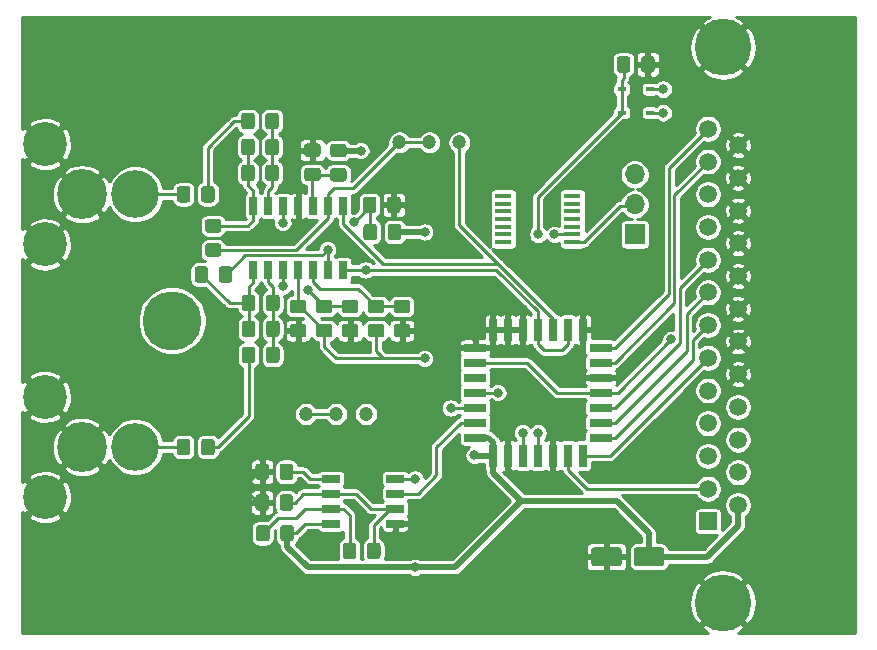
<source format=gbr>
%TF.GenerationSoftware,KiCad,Pcbnew,(5.1.6)-1*%
%TF.CreationDate,2022-10-15T16:32:03-04:00*%
%TF.ProjectId,Amiga-Stereo-Digitizer,416d6967-612d-4537-9465-72656f2d4469,rev?*%
%TF.SameCoordinates,Original*%
%TF.FileFunction,Copper,L1,Top*%
%TF.FilePolarity,Positive*%
%FSLAX46Y46*%
G04 Gerber Fmt 4.6, Leading zero omitted, Abs format (unit mm)*
G04 Created by KiCad (PCBNEW (5.1.6)-1) date 2022-10-15 16:32:03*
%MOMM*%
%LPD*%
G01*
G04 APERTURE LIST*
%TA.AperFunction,ComponentPad*%
%ADD10C,0.800000*%
%TD*%
%TA.AperFunction,ComponentPad*%
%ADD11C,5.000000*%
%TD*%
%TA.AperFunction,SMDPad,CuDef*%
%ADD12R,0.720000X0.420000*%
%TD*%
%TA.AperFunction,SMDPad,CuDef*%
%ADD13R,1.528000X0.650000*%
%TD*%
%TA.AperFunction,SMDPad,CuDef*%
%ADD14R,1.450000X0.450000*%
%TD*%
%TA.AperFunction,ComponentPad*%
%ADD15R,1.500000X1.500000*%
%TD*%
%TA.AperFunction,ComponentPad*%
%ADD16C,1.500000*%
%TD*%
%TA.AperFunction,ComponentPad*%
%ADD17C,4.800000*%
%TD*%
%TA.AperFunction,ComponentPad*%
%ADD18R,1.700000X1.700000*%
%TD*%
%TA.AperFunction,ComponentPad*%
%ADD19O,1.700000X1.700000*%
%TD*%
%TA.AperFunction,ComponentPad*%
%ADD20C,4.230000*%
%TD*%
%TA.AperFunction,ComponentPad*%
%ADD21C,4.035000*%
%TD*%
%TA.AperFunction,ComponentPad*%
%ADD22C,3.720000*%
%TD*%
%TA.AperFunction,SMDPad,CuDef*%
%ADD23R,0.650000X1.525000*%
%TD*%
%TA.AperFunction,ComponentPad*%
%ADD24C,1.200000*%
%TD*%
%TA.AperFunction,SMDPad,CuDef*%
%ADD25R,0.700000X1.925000*%
%TD*%
%TA.AperFunction,SMDPad,CuDef*%
%ADD26R,1.925000X0.700000*%
%TD*%
%TA.AperFunction,ViaPad*%
%ADD27C,0.800000*%
%TD*%
%TA.AperFunction,Conductor*%
%ADD28C,0.250000*%
%TD*%
%TA.AperFunction,Conductor*%
%ADD29C,0.500000*%
%TD*%
%TA.AperFunction,Conductor*%
%ADD30C,0.254000*%
%TD*%
G04 APERTURE END LIST*
D10*
%TO.P,REF\u002A\u002A,1*%
%TO.N,N/C*%
X150450825Y-89474175D03*
X149125000Y-88925000D03*
X147799175Y-89474175D03*
X147250000Y-90800000D03*
X147799175Y-92125825D03*
X149125000Y-92675000D03*
X150450825Y-92125825D03*
X151000000Y-90800000D03*
D11*
X149125000Y-90800000D03*
%TD*%
%TO.P,C1,2*%
%TO.N,Net-(C1-Pad2)*%
%TA.AperFunction,SMDPad,CuDef*%
G36*
G01*
X157075000Y-89750001D02*
X157075000Y-88849999D01*
G75*
G02*
X157324999Y-88600000I249999J0D01*
G01*
X157975001Y-88600000D01*
G75*
G02*
X158225000Y-88849999I0J-249999D01*
G01*
X158225000Y-89750001D01*
G75*
G02*
X157975001Y-90000000I-249999J0D01*
G01*
X157324999Y-90000000D01*
G75*
G02*
X157075000Y-89750001I0J249999D01*
G01*
G37*
%TD.AperFunction*%
%TO.P,C1,1*%
%TO.N,Net-(C1-Pad1)*%
%TA.AperFunction,SMDPad,CuDef*%
G36*
G01*
X155025000Y-89750001D02*
X155025000Y-88849999D01*
G75*
G02*
X155274999Y-88600000I249999J0D01*
G01*
X155925001Y-88600000D01*
G75*
G02*
X156175000Y-88849999I0J-249999D01*
G01*
X156175000Y-89750001D01*
G75*
G02*
X155925001Y-90000000I-249999J0D01*
G01*
X155274999Y-90000000D01*
G75*
G02*
X155025000Y-89750001I0J249999D01*
G01*
G37*
%TD.AperFunction*%
%TD*%
%TO.P,C2,2*%
%TO.N,Net-(C2-Pad2)*%
%TA.AperFunction,SMDPad,CuDef*%
G36*
G01*
X150675000Y-101049999D02*
X150675000Y-101950001D01*
G75*
G02*
X150425001Y-102200000I-249999J0D01*
G01*
X149774999Y-102200000D01*
G75*
G02*
X149525000Y-101950001I0J249999D01*
G01*
X149525000Y-101049999D01*
G75*
G02*
X149774999Y-100800000I249999J0D01*
G01*
X150425001Y-100800000D01*
G75*
G02*
X150675000Y-101049999I0J-249999D01*
G01*
G37*
%TD.AperFunction*%
%TO.P,C2,1*%
%TO.N,Net-(C2-Pad1)*%
%TA.AperFunction,SMDPad,CuDef*%
G36*
G01*
X152725000Y-101049999D02*
X152725000Y-101950001D01*
G75*
G02*
X152475001Y-102200000I-249999J0D01*
G01*
X151824999Y-102200000D01*
G75*
G02*
X151575000Y-101950001I0J249999D01*
G01*
X151575000Y-101049999D01*
G75*
G02*
X151824999Y-100800000I249999J0D01*
G01*
X152475001Y-100800000D01*
G75*
G02*
X152725000Y-101049999I0J-249999D01*
G01*
G37*
%TD.AperFunction*%
%TD*%
%TO.P,C3,1*%
%TO.N,Net-(C3-Pad1)*%
%TA.AperFunction,SMDPad,CuDef*%
G36*
G01*
X154975000Y-78750001D02*
X154975000Y-77849999D01*
G75*
G02*
X155224999Y-77600000I249999J0D01*
G01*
X155875001Y-77600000D01*
G75*
G02*
X156125000Y-77849999I0J-249999D01*
G01*
X156125000Y-78750001D01*
G75*
G02*
X155875001Y-79000000I-249999J0D01*
G01*
X155224999Y-79000000D01*
G75*
G02*
X154975000Y-78750001I0J249999D01*
G01*
G37*
%TD.AperFunction*%
%TO.P,C3,2*%
%TO.N,Net-(C3-Pad2)*%
%TA.AperFunction,SMDPad,CuDef*%
G36*
G01*
X157025000Y-78750001D02*
X157025000Y-77849999D01*
G75*
G02*
X157274999Y-77600000I249999J0D01*
G01*
X157925001Y-77600000D01*
G75*
G02*
X158175000Y-77849999I0J-249999D01*
G01*
X158175000Y-78750001D01*
G75*
G02*
X157925001Y-79000000I-249999J0D01*
G01*
X157274999Y-79000000D01*
G75*
G02*
X157025000Y-78750001I0J249999D01*
G01*
G37*
%TD.AperFunction*%
%TD*%
%TO.P,C4,1*%
%TO.N,Net-(C4-Pad1)*%
%TA.AperFunction,SMDPad,CuDef*%
G36*
G01*
X152725000Y-79649999D02*
X152725000Y-80550001D01*
G75*
G02*
X152475001Y-80800000I-249999J0D01*
G01*
X151824999Y-80800000D01*
G75*
G02*
X151575000Y-80550001I0J249999D01*
G01*
X151575000Y-79649999D01*
G75*
G02*
X151824999Y-79400000I249999J0D01*
G01*
X152475001Y-79400000D01*
G75*
G02*
X152725000Y-79649999I0J-249999D01*
G01*
G37*
%TD.AperFunction*%
%TO.P,C4,2*%
%TO.N,Net-(C4-Pad2)*%
%TA.AperFunction,SMDPad,CuDef*%
G36*
G01*
X150675000Y-79649999D02*
X150675000Y-80550001D01*
G75*
G02*
X150425001Y-80800000I-249999J0D01*
G01*
X149774999Y-80800000D01*
G75*
G02*
X149525000Y-80550001I0J249999D01*
G01*
X149525000Y-79649999D01*
G75*
G02*
X149774999Y-79400000I249999J0D01*
G01*
X150425001Y-79400000D01*
G75*
G02*
X150675000Y-79649999I0J-249999D01*
G01*
G37*
%TD.AperFunction*%
%TD*%
%TO.P,C5,1*%
%TO.N,GND*%
%TA.AperFunction,SMDPad,CuDef*%
G36*
G01*
X160250001Y-92225000D02*
X159349999Y-92225000D01*
G75*
G02*
X159100000Y-91975001I0J249999D01*
G01*
X159100000Y-91324999D01*
G75*
G02*
X159349999Y-91075000I249999J0D01*
G01*
X160250001Y-91075000D01*
G75*
G02*
X160500000Y-91324999I0J-249999D01*
G01*
X160500000Y-91975001D01*
G75*
G02*
X160250001Y-92225000I-249999J0D01*
G01*
G37*
%TD.AperFunction*%
%TO.P,C5,2*%
%TO.N,VCC*%
%TA.AperFunction,SMDPad,CuDef*%
G36*
G01*
X160250001Y-90175000D02*
X159349999Y-90175000D01*
G75*
G02*
X159100000Y-89925001I0J249999D01*
G01*
X159100000Y-89274999D01*
G75*
G02*
X159349999Y-89025000I249999J0D01*
G01*
X160250001Y-89025000D01*
G75*
G02*
X160500000Y-89274999I0J-249999D01*
G01*
X160500000Y-89925001D01*
G75*
G02*
X160250001Y-90175000I-249999J0D01*
G01*
G37*
%TD.AperFunction*%
%TD*%
%TO.P,C6,1*%
%TO.N,VCC*%
%TA.AperFunction,SMDPad,CuDef*%
G36*
G01*
X190800000Y-110250000D02*
X190800000Y-111350000D01*
G75*
G02*
X190550000Y-111600000I-250000J0D01*
G01*
X188450000Y-111600000D01*
G75*
G02*
X188200000Y-111350000I0J250000D01*
G01*
X188200000Y-110250000D01*
G75*
G02*
X188450000Y-110000000I250000J0D01*
G01*
X190550000Y-110000000D01*
G75*
G02*
X190800000Y-110250000I0J-250000D01*
G01*
G37*
%TD.AperFunction*%
%TO.P,C6,2*%
%TO.N,GND*%
%TA.AperFunction,SMDPad,CuDef*%
G36*
G01*
X187200000Y-110250000D02*
X187200000Y-111350000D01*
G75*
G02*
X186950000Y-111600000I-250000J0D01*
G01*
X184850000Y-111600000D01*
G75*
G02*
X184600000Y-111350000I0J250000D01*
G01*
X184600000Y-110250000D01*
G75*
G02*
X184850000Y-110000000I250000J0D01*
G01*
X186950000Y-110000000D01*
G75*
G02*
X187200000Y-110250000I0J-250000D01*
G01*
G37*
%TD.AperFunction*%
%TD*%
%TO.P,C7,2*%
%TO.N,GND*%
%TA.AperFunction,SMDPad,CuDef*%
G36*
G01*
X157325000Y-105749999D02*
X157325000Y-106650001D01*
G75*
G02*
X157075001Y-106900000I-249999J0D01*
G01*
X156424999Y-106900000D01*
G75*
G02*
X156175000Y-106650001I0J249999D01*
G01*
X156175000Y-105749999D01*
G75*
G02*
X156424999Y-105500000I249999J0D01*
G01*
X157075001Y-105500000D01*
G75*
G02*
X157325000Y-105749999I0J-249999D01*
G01*
G37*
%TD.AperFunction*%
%TO.P,C7,1*%
%TO.N,Net-(C7-Pad1)*%
%TA.AperFunction,SMDPad,CuDef*%
G36*
G01*
X159375000Y-105749999D02*
X159375000Y-106650001D01*
G75*
G02*
X159125001Y-106900000I-249999J0D01*
G01*
X158474999Y-106900000D01*
G75*
G02*
X158225000Y-106650001I0J249999D01*
G01*
X158225000Y-105749999D01*
G75*
G02*
X158474999Y-105500000I249999J0D01*
G01*
X159125001Y-105500000D01*
G75*
G02*
X159375000Y-105749999I0J-249999D01*
G01*
G37*
%TD.AperFunction*%
%TD*%
%TO.P,C8,1*%
%TO.N,Net-(C8-Pad1)*%
%TA.AperFunction,SMDPad,CuDef*%
G36*
G01*
X159375000Y-103149999D02*
X159375000Y-104050001D01*
G75*
G02*
X159125001Y-104300000I-249999J0D01*
G01*
X158474999Y-104300000D01*
G75*
G02*
X158225000Y-104050001I0J249999D01*
G01*
X158225000Y-103149999D01*
G75*
G02*
X158474999Y-102900000I249999J0D01*
G01*
X159125001Y-102900000D01*
G75*
G02*
X159375000Y-103149999I0J-249999D01*
G01*
G37*
%TD.AperFunction*%
%TO.P,C8,2*%
%TO.N,GND*%
%TA.AperFunction,SMDPad,CuDef*%
G36*
G01*
X157325000Y-103149999D02*
X157325000Y-104050001D01*
G75*
G02*
X157075001Y-104300000I-249999J0D01*
G01*
X156424999Y-104300000D01*
G75*
G02*
X156175000Y-104050001I0J249999D01*
G01*
X156175000Y-103149999D01*
G75*
G02*
X156424999Y-102900000I249999J0D01*
G01*
X157075001Y-102900000D01*
G75*
G02*
X157325000Y-103149999I0J-249999D01*
G01*
G37*
%TD.AperFunction*%
%TD*%
D12*
%TO.P,D1,1*%
%TO.N,OE*%
X187200000Y-71200000D03*
%TO.P,D1,2*%
%TO.N,SEL*%
X189600000Y-71200000D03*
%TD*%
%TO.P,D2,2*%
%TO.N,POUT*%
X189600000Y-73200000D03*
%TO.P,D2,1*%
%TO.N,OE*%
X187200000Y-73200000D03*
%TD*%
D13*
%TO.P,IC1,1*%
%TO.N,GND*%
X168011000Y-108005000D03*
%TO.P,IC1,2*%
%TO.N,Net-(C7-Pad1)*%
X168011000Y-106735000D03*
%TO.P,IC1,3*%
%TO.N,CLOCK*%
X168011000Y-105465000D03*
%TO.P,IC1,4*%
%TO.N,VCC*%
X168011000Y-104195000D03*
%TO.P,IC1,5*%
%TO.N,Net-(C8-Pad1)*%
X162589000Y-104195000D03*
%TO.P,IC1,6*%
%TO.N,Net-(C7-Pad1)*%
X162589000Y-105465000D03*
%TO.P,IC1,7*%
%TO.N,Net-(IC1-Pad7)*%
X162589000Y-106735000D03*
%TO.P,IC1,8*%
%TO.N,VCC*%
X162589000Y-108005000D03*
%TD*%
D14*
%TO.P,IC4,1*%
%TO.N,SELECT*%
X183025000Y-84150000D03*
%TO.P,IC4,2*%
%TO.N,ALE*%
X183025000Y-83500000D03*
%TO.P,IC4,3*%
%TO.N,Net-(IC4-Pad3)*%
X183025000Y-82850000D03*
%TO.P,IC4,4*%
%TO.N,Net-(IC4-Pad4)*%
X183025000Y-82200000D03*
%TO.P,IC4,5*%
%TO.N,Net-(IC4-Pad5)*%
X183025000Y-81550000D03*
%TO.P,IC4,6*%
%TO.N,Net-(IC4-Pad6)*%
X183025000Y-80900000D03*
%TO.P,IC4,7*%
%TO.N,Net-(IC4-Pad7)*%
X183025000Y-80250000D03*
%TO.P,IC4,8*%
%TO.N,Net-(IC4-Pad8)*%
X177175000Y-80250000D03*
%TO.P,IC4,9*%
%TO.N,Net-(IC4-Pad9)*%
X177175000Y-80900000D03*
%TO.P,IC4,10*%
%TO.N,Net-(IC4-Pad10)*%
X177175000Y-81550000D03*
%TO.P,IC4,11*%
%TO.N,Net-(IC4-Pad11)*%
X177175000Y-82200000D03*
%TO.P,IC4,12*%
%TO.N,Net-(IC4-Pad12)*%
X177175000Y-82850000D03*
%TO.P,IC4,13*%
%TO.N,Net-(IC4-Pad13)*%
X177175000Y-83500000D03*
%TO.P,IC4,14*%
%TO.N,Net-(IC4-Pad14)*%
X177175000Y-84150000D03*
%TD*%
D15*
%TO.P,J0,1*%
%TO.N,STROBE*%
X194500000Y-107800000D03*
D16*
%TO.P,J0,2*%
%TO.N,D0*%
X194500000Y-105030000D03*
%TO.P,J0,3*%
%TO.N,D1*%
X194500000Y-102260000D03*
%TO.P,J0,4*%
%TO.N,D2*%
X194500000Y-99490000D03*
%TO.P,J0,5*%
%TO.N,D3*%
X194500000Y-96720000D03*
%TO.P,J0,6*%
%TO.N,D4*%
X194500000Y-93950000D03*
%TO.P,J0,7*%
%TO.N,D5*%
X194500000Y-91180000D03*
%TO.P,J0,8*%
%TO.N,D6*%
X194500000Y-88410000D03*
%TO.P,J0,9*%
%TO.N,D7*%
X194500000Y-85640000D03*
%TO.P,J0,10*%
%TO.N,Net-(J0-Pad10)*%
X194500000Y-82870000D03*
%TO.P,J0,11*%
%TO.N,BUSY*%
X194500000Y-80100000D03*
%TO.P,J0,12*%
%TO.N,POUT*%
X194500000Y-77330000D03*
%TO.P,J0,13*%
%TO.N,SEL*%
X194500000Y-74560000D03*
%TO.P,J0,14*%
%TO.N,VCC*%
X197040000Y-106415000D03*
%TO.P,J0,15*%
%TO.N,Net-(J0-Pad15)*%
X197040000Y-103645000D03*
%TO.P,J0,16*%
%TO.N,Net-(J0-Pad16)*%
X197040000Y-100875000D03*
%TO.P,J0,17*%
%TO.N,Net-(J0-Pad17)*%
X197040000Y-98105000D03*
%TO.P,J0,18*%
%TO.N,GND*%
X197040000Y-95335000D03*
%TO.P,J0,19*%
X197040000Y-92565000D03*
%TO.P,J0,20*%
X197040000Y-89795000D03*
%TO.P,J0,21*%
X197040000Y-87025000D03*
%TO.P,J0,22*%
X197040000Y-84255000D03*
%TO.P,J0,23*%
X197040000Y-81485000D03*
%TO.P,J0,24*%
X197040000Y-78715000D03*
%TO.P,J0,25*%
X197040000Y-75945000D03*
D17*
%TO.P,J0,MH1*%
X195770000Y-114700000D03*
%TO.P,J0,MH2*%
X195770000Y-67660000D03*
%TD*%
D18*
%TO.P,J1,1*%
%TO.N,STROBE*%
X188300000Y-83500000D03*
D19*
%TO.P,J1,2*%
%TO.N,SELECT*%
X188300000Y-80960000D03*
%TO.P,J1,3*%
%TO.N,BUSY*%
X188300000Y-78420000D03*
%TD*%
D20*
%TO.P,J2,1*%
%TO.N,GND*%
X141500000Y-101500000D03*
D21*
%TO.P,J2,2*%
%TO.N,Net-(C2-Pad2)*%
X146000000Y-101500000D03*
D22*
%TO.P,J2,MH1*%
%TO.N,GND*%
X138350000Y-105750000D03*
%TO.P,J2,MH2*%
X138350000Y-97250000D03*
%TD*%
D20*
%TO.P,J3,1*%
%TO.N,GND*%
X141500000Y-80100000D03*
D21*
%TO.P,J3,2*%
%TO.N,Net-(C4-Pad2)*%
X146000000Y-80100000D03*
D22*
%TO.P,J3,MH1*%
%TO.N,GND*%
X138350000Y-84350000D03*
%TO.P,J3,MH2*%
X138350000Y-75850000D03*
%TD*%
%TO.P,R1,2*%
%TO.N,Net-(C1-Pad2)*%
%TA.AperFunction,SMDPad,CuDef*%
G36*
G01*
X157075000Y-91950001D02*
X157075000Y-91049999D01*
G75*
G02*
X157324999Y-90800000I249999J0D01*
G01*
X157975001Y-90800000D01*
G75*
G02*
X158225000Y-91049999I0J-249999D01*
G01*
X158225000Y-91950001D01*
G75*
G02*
X157975001Y-92200000I-249999J0D01*
G01*
X157324999Y-92200000D01*
G75*
G02*
X157075000Y-91950001I0J249999D01*
G01*
G37*
%TD.AperFunction*%
%TO.P,R1,1*%
%TO.N,Net-(C1-Pad1)*%
%TA.AperFunction,SMDPad,CuDef*%
G36*
G01*
X155025000Y-91950001D02*
X155025000Y-91049999D01*
G75*
G02*
X155274999Y-90800000I249999J0D01*
G01*
X155925001Y-90800000D01*
G75*
G02*
X156175000Y-91049999I0J-249999D01*
G01*
X156175000Y-91950001D01*
G75*
G02*
X155925001Y-92200000I-249999J0D01*
G01*
X155274999Y-92200000D01*
G75*
G02*
X155025000Y-91950001I0J249999D01*
G01*
G37*
%TD.AperFunction*%
%TD*%
%TO.P,R2,1*%
%TO.N,Net-(C1-Pad2)*%
%TA.AperFunction,SMDPad,CuDef*%
G36*
G01*
X158225000Y-93249999D02*
X158225000Y-94150001D01*
G75*
G02*
X157975001Y-94400000I-249999J0D01*
G01*
X157324999Y-94400000D01*
G75*
G02*
X157075000Y-94150001I0J249999D01*
G01*
X157075000Y-93249999D01*
G75*
G02*
X157324999Y-93000000I249999J0D01*
G01*
X157975001Y-93000000D01*
G75*
G02*
X158225000Y-93249999I0J-249999D01*
G01*
G37*
%TD.AperFunction*%
%TO.P,R2,2*%
%TO.N,Net-(C2-Pad1)*%
%TA.AperFunction,SMDPad,CuDef*%
G36*
G01*
X156175000Y-93249999D02*
X156175000Y-94150001D01*
G75*
G02*
X155925001Y-94400000I-249999J0D01*
G01*
X155274999Y-94400000D01*
G75*
G02*
X155025000Y-94150001I0J249999D01*
G01*
X155025000Y-93249999D01*
G75*
G02*
X155274999Y-93000000I249999J0D01*
G01*
X155925001Y-93000000D01*
G75*
G02*
X156175000Y-93249999I0J-249999D01*
G01*
G37*
%TD.AperFunction*%
%TD*%
%TO.P,R3,1*%
%TO.N,VCC*%
%TA.AperFunction,SMDPad,CuDef*%
G36*
G01*
X162450001Y-92225000D02*
X161549999Y-92225000D01*
G75*
G02*
X161300000Y-91975001I0J249999D01*
G01*
X161300000Y-91324999D01*
G75*
G02*
X161549999Y-91075000I249999J0D01*
G01*
X162450001Y-91075000D01*
G75*
G02*
X162700000Y-91324999I0J-249999D01*
G01*
X162700000Y-91975001D01*
G75*
G02*
X162450001Y-92225000I-249999J0D01*
G01*
G37*
%TD.AperFunction*%
%TO.P,R3,2*%
%TO.N,Net-(R3-Pad2)*%
%TA.AperFunction,SMDPad,CuDef*%
G36*
G01*
X162450001Y-90175000D02*
X161549999Y-90175000D01*
G75*
G02*
X161300000Y-89925001I0J249999D01*
G01*
X161300000Y-89274999D01*
G75*
G02*
X161549999Y-89025000I249999J0D01*
G01*
X162450001Y-89025000D01*
G75*
G02*
X162700000Y-89274999I0J-249999D01*
G01*
X162700000Y-89925001D01*
G75*
G02*
X162450001Y-90175000I-249999J0D01*
G01*
G37*
%TD.AperFunction*%
%TD*%
%TO.P,R4,2*%
%TO.N,GND*%
%TA.AperFunction,SMDPad,CuDef*%
G36*
G01*
X163749999Y-91075000D02*
X164650001Y-91075000D01*
G75*
G02*
X164900000Y-91324999I0J-249999D01*
G01*
X164900000Y-91975001D01*
G75*
G02*
X164650001Y-92225000I-249999J0D01*
G01*
X163749999Y-92225000D01*
G75*
G02*
X163500000Y-91975001I0J249999D01*
G01*
X163500000Y-91324999D01*
G75*
G02*
X163749999Y-91075000I249999J0D01*
G01*
G37*
%TD.AperFunction*%
%TO.P,R4,1*%
%TO.N,Net-(R3-Pad2)*%
%TA.AperFunction,SMDPad,CuDef*%
G36*
G01*
X163749999Y-89025000D02*
X164650001Y-89025000D01*
G75*
G02*
X164900000Y-89274999I0J-249999D01*
G01*
X164900000Y-89925001D01*
G75*
G02*
X164650001Y-90175000I-249999J0D01*
G01*
X163749999Y-90175000D01*
G75*
G02*
X163500000Y-89925001I0J249999D01*
G01*
X163500000Y-89274999D01*
G75*
G02*
X163749999Y-89025000I249999J0D01*
G01*
G37*
%TD.AperFunction*%
%TD*%
%TO.P,R5,2*%
%TO.N,Net-(C1-Pad1)*%
%TA.AperFunction,SMDPad,CuDef*%
G36*
G01*
X152175000Y-86449999D02*
X152175000Y-87350001D01*
G75*
G02*
X151925001Y-87600000I-249999J0D01*
G01*
X151274999Y-87600000D01*
G75*
G02*
X151025000Y-87350001I0J249999D01*
G01*
X151025000Y-86449999D01*
G75*
G02*
X151274999Y-86200000I249999J0D01*
G01*
X151925001Y-86200000D01*
G75*
G02*
X152175000Y-86449999I0J-249999D01*
G01*
G37*
%TD.AperFunction*%
%TO.P,R5,1*%
%TO.N,Net-(R5-Pad1)*%
%TA.AperFunction,SMDPad,CuDef*%
G36*
G01*
X154225000Y-86449999D02*
X154225000Y-87350001D01*
G75*
G02*
X153975001Y-87600000I-249999J0D01*
G01*
X153324999Y-87600000D01*
G75*
G02*
X153075000Y-87350001I0J249999D01*
G01*
X153075000Y-86449999D01*
G75*
G02*
X153324999Y-86200000I249999J0D01*
G01*
X153975001Y-86200000D01*
G75*
G02*
X154225000Y-86449999I0J-249999D01*
G01*
G37*
%TD.AperFunction*%
%TD*%
%TO.P,R6,1*%
%TO.N,VCC*%
%TA.AperFunction,SMDPad,CuDef*%
G36*
G01*
X166850001Y-92225000D02*
X165949999Y-92225000D01*
G75*
G02*
X165700000Y-91975001I0J249999D01*
G01*
X165700000Y-91324999D01*
G75*
G02*
X165949999Y-91075000I249999J0D01*
G01*
X166850001Y-91075000D01*
G75*
G02*
X167100000Y-91324999I0J-249999D01*
G01*
X167100000Y-91975001D01*
G75*
G02*
X166850001Y-92225000I-249999J0D01*
G01*
G37*
%TD.AperFunction*%
%TO.P,R6,2*%
%TO.N,Net-(R6-Pad2)*%
%TA.AperFunction,SMDPad,CuDef*%
G36*
G01*
X166850001Y-90175000D02*
X165949999Y-90175000D01*
G75*
G02*
X165700000Y-89925001I0J249999D01*
G01*
X165700000Y-89274999D01*
G75*
G02*
X165949999Y-89025000I249999J0D01*
G01*
X166850001Y-89025000D01*
G75*
G02*
X167100000Y-89274999I0J-249999D01*
G01*
X167100000Y-89925001D01*
G75*
G02*
X166850001Y-90175000I-249999J0D01*
G01*
G37*
%TD.AperFunction*%
%TD*%
%TO.P,R7,2*%
%TO.N,GND*%
%TA.AperFunction,SMDPad,CuDef*%
G36*
G01*
X168149999Y-91075000D02*
X169050001Y-91075000D01*
G75*
G02*
X169300000Y-91324999I0J-249999D01*
G01*
X169300000Y-91975001D01*
G75*
G02*
X169050001Y-92225000I-249999J0D01*
G01*
X168149999Y-92225000D01*
G75*
G02*
X167900000Y-91975001I0J249999D01*
G01*
X167900000Y-91324999D01*
G75*
G02*
X168149999Y-91075000I249999J0D01*
G01*
G37*
%TD.AperFunction*%
%TO.P,R7,1*%
%TO.N,Net-(R6-Pad2)*%
%TA.AperFunction,SMDPad,CuDef*%
G36*
G01*
X168149999Y-89025000D02*
X169050001Y-89025000D01*
G75*
G02*
X169300000Y-89274999I0J-249999D01*
G01*
X169300000Y-89925001D01*
G75*
G02*
X169050001Y-90175000I-249999J0D01*
G01*
X168149999Y-90175000D01*
G75*
G02*
X167900000Y-89925001I0J249999D01*
G01*
X167900000Y-89274999D01*
G75*
G02*
X168149999Y-89025000I249999J0D01*
G01*
G37*
%TD.AperFunction*%
%TD*%
%TO.P,R8,1*%
%TO.N,Net-(C3-Pad1)*%
%TA.AperFunction,SMDPad,CuDef*%
G36*
G01*
X154975000Y-76550001D02*
X154975000Y-75649999D01*
G75*
G02*
X155224999Y-75400000I249999J0D01*
G01*
X155875001Y-75400000D01*
G75*
G02*
X156125000Y-75649999I0J-249999D01*
G01*
X156125000Y-76550001D01*
G75*
G02*
X155875001Y-76800000I-249999J0D01*
G01*
X155224999Y-76800000D01*
G75*
G02*
X154975000Y-76550001I0J249999D01*
G01*
G37*
%TD.AperFunction*%
%TO.P,R8,2*%
%TO.N,Net-(C3-Pad2)*%
%TA.AperFunction,SMDPad,CuDef*%
G36*
G01*
X157025000Y-76550001D02*
X157025000Y-75649999D01*
G75*
G02*
X157274999Y-75400000I249999J0D01*
G01*
X157925001Y-75400000D01*
G75*
G02*
X158175000Y-75649999I0J-249999D01*
G01*
X158175000Y-76550001D01*
G75*
G02*
X157925001Y-76800000I-249999J0D01*
G01*
X157274999Y-76800000D01*
G75*
G02*
X157025000Y-76550001I0J249999D01*
G01*
G37*
%TD.AperFunction*%
%TD*%
%TO.P,R9,1*%
%TO.N,Net-(C3-Pad2)*%
%TA.AperFunction,SMDPad,CuDef*%
G36*
G01*
X158175000Y-73449999D02*
X158175000Y-74350001D01*
G75*
G02*
X157925001Y-74600000I-249999J0D01*
G01*
X157274999Y-74600000D01*
G75*
G02*
X157025000Y-74350001I0J249999D01*
G01*
X157025000Y-73449999D01*
G75*
G02*
X157274999Y-73200000I249999J0D01*
G01*
X157925001Y-73200000D01*
G75*
G02*
X158175000Y-73449999I0J-249999D01*
G01*
G37*
%TD.AperFunction*%
%TO.P,R9,2*%
%TO.N,Net-(C4-Pad1)*%
%TA.AperFunction,SMDPad,CuDef*%
G36*
G01*
X156125000Y-73449999D02*
X156125000Y-74350001D01*
G75*
G02*
X155875001Y-74600000I-249999J0D01*
G01*
X155224999Y-74600000D01*
G75*
G02*
X154975000Y-74350001I0J249999D01*
G01*
X154975000Y-73449999D01*
G75*
G02*
X155224999Y-73200000I249999J0D01*
G01*
X155875001Y-73200000D01*
G75*
G02*
X156125000Y-73449999I0J-249999D01*
G01*
G37*
%TD.AperFunction*%
%TD*%
%TO.P,R10,2*%
%TO.N,Net-(R10-Pad2)*%
%TA.AperFunction,SMDPad,CuDef*%
G36*
G01*
X166475000Y-82849999D02*
X166475000Y-83750001D01*
G75*
G02*
X166225001Y-84000000I-249999J0D01*
G01*
X165574999Y-84000000D01*
G75*
G02*
X165325000Y-83750001I0J249999D01*
G01*
X165325000Y-82849999D01*
G75*
G02*
X165574999Y-82600000I249999J0D01*
G01*
X166225001Y-82600000D01*
G75*
G02*
X166475000Y-82849999I0J-249999D01*
G01*
G37*
%TD.AperFunction*%
%TO.P,R10,1*%
%TO.N,VCC*%
%TA.AperFunction,SMDPad,CuDef*%
G36*
G01*
X168525000Y-82849999D02*
X168525000Y-83750001D01*
G75*
G02*
X168275001Y-84000000I-249999J0D01*
G01*
X167624999Y-84000000D01*
G75*
G02*
X167375000Y-83750001I0J249999D01*
G01*
X167375000Y-82849999D01*
G75*
G02*
X167624999Y-82600000I249999J0D01*
G01*
X168275001Y-82600000D01*
G75*
G02*
X168525000Y-82849999I0J-249999D01*
G01*
G37*
%TD.AperFunction*%
%TD*%
%TO.P,R11,1*%
%TO.N,Net-(R10-Pad2)*%
%TA.AperFunction,SMDPad,CuDef*%
G36*
G01*
X165275000Y-81450001D02*
X165275000Y-80549999D01*
G75*
G02*
X165524999Y-80300000I249999J0D01*
G01*
X166175001Y-80300000D01*
G75*
G02*
X166425000Y-80549999I0J-249999D01*
G01*
X166425000Y-81450001D01*
G75*
G02*
X166175001Y-81700000I-249999J0D01*
G01*
X165524999Y-81700000D01*
G75*
G02*
X165275000Y-81450001I0J249999D01*
G01*
G37*
%TD.AperFunction*%
%TO.P,R11,2*%
%TO.N,GND*%
%TA.AperFunction,SMDPad,CuDef*%
G36*
G01*
X167325000Y-81450001D02*
X167325000Y-80549999D01*
G75*
G02*
X167574999Y-80300000I249999J0D01*
G01*
X168225001Y-80300000D01*
G75*
G02*
X168475000Y-80549999I0J-249999D01*
G01*
X168475000Y-81450001D01*
G75*
G02*
X168225001Y-81700000I-249999J0D01*
G01*
X167574999Y-81700000D01*
G75*
G02*
X167325000Y-81450001I0J249999D01*
G01*
G37*
%TD.AperFunction*%
%TD*%
%TO.P,R12,1*%
%TO.N,Net-(R12-Pad1)*%
%TA.AperFunction,SMDPad,CuDef*%
G36*
G01*
X153050001Y-85400000D02*
X152149999Y-85400000D01*
G75*
G02*
X151900000Y-85150001I0J249999D01*
G01*
X151900000Y-84499999D01*
G75*
G02*
X152149999Y-84250000I249999J0D01*
G01*
X153050001Y-84250000D01*
G75*
G02*
X153300000Y-84499999I0J-249999D01*
G01*
X153300000Y-85150001D01*
G75*
G02*
X153050001Y-85400000I-249999J0D01*
G01*
G37*
%TD.AperFunction*%
%TO.P,R12,2*%
%TO.N,Net-(C3-Pad1)*%
%TA.AperFunction,SMDPad,CuDef*%
G36*
G01*
X153050001Y-83350000D02*
X152149999Y-83350000D01*
G75*
G02*
X151900000Y-83100001I0J249999D01*
G01*
X151900000Y-82449999D01*
G75*
G02*
X152149999Y-82200000I249999J0D01*
G01*
X153050001Y-82200000D01*
G75*
G02*
X153300000Y-82449999I0J-249999D01*
G01*
X153300000Y-83100001D01*
G75*
G02*
X153050001Y-83350000I-249999J0D01*
G01*
G37*
%TD.AperFunction*%
%TD*%
%TO.P,R13,1*%
%TO.N,VCC*%
%TA.AperFunction,SMDPad,CuDef*%
G36*
G01*
X162749999Y-75825000D02*
X163650001Y-75825000D01*
G75*
G02*
X163900000Y-76074999I0J-249999D01*
G01*
X163900000Y-76725001D01*
G75*
G02*
X163650001Y-76975000I-249999J0D01*
G01*
X162749999Y-76975000D01*
G75*
G02*
X162500000Y-76725001I0J249999D01*
G01*
X162500000Y-76074999D01*
G75*
G02*
X162749999Y-75825000I249999J0D01*
G01*
G37*
%TD.AperFunction*%
%TO.P,R13,2*%
%TO.N,Net-(R13-Pad2)*%
%TA.AperFunction,SMDPad,CuDef*%
G36*
G01*
X162749999Y-77875000D02*
X163650001Y-77875000D01*
G75*
G02*
X163900000Y-78124999I0J-249999D01*
G01*
X163900000Y-78775001D01*
G75*
G02*
X163650001Y-79025000I-249999J0D01*
G01*
X162749999Y-79025000D01*
G75*
G02*
X162500000Y-78775001I0J249999D01*
G01*
X162500000Y-78124999D01*
G75*
G02*
X162749999Y-77875000I249999J0D01*
G01*
G37*
%TD.AperFunction*%
%TD*%
%TO.P,R14,2*%
%TO.N,GND*%
%TA.AperFunction,SMDPad,CuDef*%
G36*
G01*
X161450001Y-76950000D02*
X160549999Y-76950000D01*
G75*
G02*
X160300000Y-76700001I0J249999D01*
G01*
X160300000Y-76049999D01*
G75*
G02*
X160549999Y-75800000I249999J0D01*
G01*
X161450001Y-75800000D01*
G75*
G02*
X161700000Y-76049999I0J-249999D01*
G01*
X161700000Y-76700001D01*
G75*
G02*
X161450001Y-76950000I-249999J0D01*
G01*
G37*
%TD.AperFunction*%
%TO.P,R14,1*%
%TO.N,Net-(R13-Pad2)*%
%TA.AperFunction,SMDPad,CuDef*%
G36*
G01*
X161450001Y-79000000D02*
X160549999Y-79000000D01*
G75*
G02*
X160300000Y-78750001I0J249999D01*
G01*
X160300000Y-78099999D01*
G75*
G02*
X160549999Y-77850000I249999J0D01*
G01*
X161450001Y-77850000D01*
G75*
G02*
X161700000Y-78099999I0J-249999D01*
G01*
X161700000Y-78750001D01*
G75*
G02*
X161450001Y-79000000I-249999J0D01*
G01*
G37*
%TD.AperFunction*%
%TD*%
%TO.P,R15,1*%
%TO.N,VCC*%
%TA.AperFunction,SMDPad,CuDef*%
G36*
G01*
X159425000Y-108349999D02*
X159425000Y-109250001D01*
G75*
G02*
X159175001Y-109500000I-249999J0D01*
G01*
X158524999Y-109500000D01*
G75*
G02*
X158275000Y-109250001I0J249999D01*
G01*
X158275000Y-108349999D01*
G75*
G02*
X158524999Y-108100000I249999J0D01*
G01*
X159175001Y-108100000D01*
G75*
G02*
X159425000Y-108349999I0J-249999D01*
G01*
G37*
%TD.AperFunction*%
%TO.P,R15,2*%
%TO.N,Net-(IC1-Pad7)*%
%TA.AperFunction,SMDPad,CuDef*%
G36*
G01*
X157375000Y-108349999D02*
X157375000Y-109250001D01*
G75*
G02*
X157125001Y-109500000I-249999J0D01*
G01*
X156474999Y-109500000D01*
G75*
G02*
X156225000Y-109250001I0J249999D01*
G01*
X156225000Y-108349999D01*
G75*
G02*
X156474999Y-108100000I249999J0D01*
G01*
X157125001Y-108100000D01*
G75*
G02*
X157375000Y-108349999I0J-249999D01*
G01*
G37*
%TD.AperFunction*%
%TD*%
%TO.P,R16,2*%
%TO.N,Net-(C7-Pad1)*%
%TA.AperFunction,SMDPad,CuDef*%
G36*
G01*
X165625000Y-110750001D02*
X165625000Y-109849999D01*
G75*
G02*
X165874999Y-109600000I249999J0D01*
G01*
X166525001Y-109600000D01*
G75*
G02*
X166775000Y-109849999I0J-249999D01*
G01*
X166775000Y-110750001D01*
G75*
G02*
X166525001Y-111000000I-249999J0D01*
G01*
X165874999Y-111000000D01*
G75*
G02*
X165625000Y-110750001I0J249999D01*
G01*
G37*
%TD.AperFunction*%
%TO.P,R16,1*%
%TO.N,Net-(IC1-Pad7)*%
%TA.AperFunction,SMDPad,CuDef*%
G36*
G01*
X163575000Y-110750001D02*
X163575000Y-109849999D01*
G75*
G02*
X163824999Y-109600000I249999J0D01*
G01*
X164475001Y-109600000D01*
G75*
G02*
X164725000Y-109849999I0J-249999D01*
G01*
X164725000Y-110750001D01*
G75*
G02*
X164475001Y-111000000I-249999J0D01*
G01*
X163824999Y-111000000D01*
G75*
G02*
X163575000Y-110750001I0J249999D01*
G01*
G37*
%TD.AperFunction*%
%TD*%
%TO.P,R17,2*%
%TO.N,GND*%
%TA.AperFunction,SMDPad,CuDef*%
G36*
G01*
X188825000Y-69550001D02*
X188825000Y-68649999D01*
G75*
G02*
X189074999Y-68400000I249999J0D01*
G01*
X189725001Y-68400000D01*
G75*
G02*
X189975000Y-68649999I0J-249999D01*
G01*
X189975000Y-69550001D01*
G75*
G02*
X189725001Y-69800000I-249999J0D01*
G01*
X189074999Y-69800000D01*
G75*
G02*
X188825000Y-69550001I0J249999D01*
G01*
G37*
%TD.AperFunction*%
%TO.P,R17,1*%
%TO.N,OE*%
%TA.AperFunction,SMDPad,CuDef*%
G36*
G01*
X186775000Y-69550001D02*
X186775000Y-68649999D01*
G75*
G02*
X187024999Y-68400000I249999J0D01*
G01*
X187675001Y-68400000D01*
G75*
G02*
X187925000Y-68649999I0J-249999D01*
G01*
X187925000Y-69550001D01*
G75*
G02*
X187675001Y-69800000I-249999J0D01*
G01*
X187024999Y-69800000D01*
G75*
G02*
X186775000Y-69550001I0J249999D01*
G01*
G37*
%TD.AperFunction*%
%TD*%
D23*
%TO.P,U3,1*%
%TO.N,Net-(C1-Pad1)*%
X155990000Y-86512000D03*
%TO.P,U3,2*%
%TO.N,Net-(C1-Pad2)*%
X157260000Y-86512000D03*
%TO.P,U3,3*%
%TO.N,Net-(R3-Pad2)*%
X158530000Y-86512000D03*
%TO.P,U3,4*%
%TO.N,VCC*%
X159800000Y-86512000D03*
%TO.P,U3,5*%
%TO.N,Net-(R6-Pad2)*%
X161070000Y-86512000D03*
%TO.P,U3,6*%
%TO.N,Net-(R5-Pad1)*%
X162340000Y-86512000D03*
%TO.P,U3,7*%
%TO.N,IN1*%
X163610000Y-86512000D03*
%TO.P,U3,8*%
%TO.N,IN2*%
X163610000Y-81088000D03*
%TO.P,U3,9*%
%TO.N,Net-(R12-Pad1)*%
X162340000Y-81088000D03*
%TO.P,U3,10*%
%TO.N,Net-(R13-Pad2)*%
X161070000Y-81088000D03*
%TO.P,U3,11*%
%TO.N,GND*%
X159800000Y-81088000D03*
%TO.P,U3,12*%
%TO.N,Net-(R10-Pad2)*%
X158530000Y-81088000D03*
%TO.P,U3,13*%
%TO.N,Net-(C3-Pad2)*%
X157260000Y-81088000D03*
%TO.P,U3,14*%
%TO.N,Net-(C3-Pad1)*%
X155990000Y-81088000D03*
%TD*%
D24*
%TO.P,VR1,3*%
%TO.N,IN2*%
X173440000Y-75700000D03*
%TO.P,VR1,2*%
%TO.N,Net-(R12-Pad1)*%
X170900000Y-75700000D03*
%TO.P,VR1,1*%
X168360000Y-75700000D03*
%TD*%
%TO.P,VR2,1*%
%TO.N,Net-(R5-Pad1)*%
X160460000Y-98700000D03*
%TO.P,VR2,2*%
X163000000Y-98700000D03*
%TO.P,VR2,3*%
%TO.N,IN1*%
X165540000Y-98700000D03*
%TD*%
D25*
%TO.P,IC2,1*%
%TO.N,IN1*%
X180100000Y-91577500D03*
%TO.P,IC2,2*%
%TO.N,GND*%
X178830000Y-91577500D03*
%TO.P,IC2,3*%
X177560000Y-91577500D03*
%TO.P,IC2,4*%
X176290000Y-91577500D03*
%TO.P,IC2,28*%
%TO.N,IN2*%
X181370000Y-91577500D03*
%TO.P,IC2,27*%
%TO.N,IN1*%
X182640000Y-91577500D03*
%TO.P,IC2,26*%
%TO.N,GND*%
X183910000Y-91577500D03*
D26*
%TO.P,IC2,5*%
X174777500Y-93090000D03*
%TO.P,IC2,6*%
%TO.N,ALE*%
X174777500Y-94360000D03*
%TO.P,IC2,7*%
%TO.N,Net-(IC2-Pad7)*%
X174777500Y-95630000D03*
%TO.P,IC2,8*%
%TO.N,D3*%
X174777500Y-96900000D03*
%TO.P,IC2,9*%
%TO.N,OE*%
X174777500Y-98170000D03*
%TO.P,IC2,10*%
%TO.N,CLOCK*%
X174777500Y-99440000D03*
%TO.P,IC2,11*%
%TO.N,VCC*%
X174777500Y-100710000D03*
D25*
%TO.P,IC2,12*%
X176290000Y-102222500D03*
%TO.P,IC2,13*%
%TO.N,GND*%
X177560000Y-102222500D03*
%TO.P,IC2,14*%
%TO.N,D1*%
X178830000Y-102222500D03*
%TO.P,IC2,15*%
%TO.N,D2*%
X180100000Y-102222500D03*
%TO.P,IC2,16*%
%TO.N,GND*%
X181370000Y-102222500D03*
%TO.P,IC2,17*%
%TO.N,D0*%
X182640000Y-102222500D03*
%TO.P,IC2,18*%
%TO.N,D4*%
X183910000Y-102222500D03*
D26*
%TO.P,IC2,19*%
%TO.N,D5*%
X185422500Y-100710000D03*
%TO.P,IC2,20*%
%TO.N,D6*%
X185422500Y-99440000D03*
%TO.P,IC2,21*%
%TO.N,D7*%
X185422500Y-98170000D03*
%TO.P,IC2,22*%
%TO.N,ALE*%
X185422500Y-96900000D03*
%TO.P,IC2,23*%
%TO.N,GND*%
X185422500Y-95630000D03*
%TO.P,IC2,24*%
%TO.N,POUT*%
X185422500Y-94360000D03*
%TO.P,IC2,25*%
%TO.N,SEL*%
X185422500Y-93090000D03*
%TD*%
D27*
%TO.N,GND*%
X178800000Y-89800000D03*
X177600000Y-89800000D03*
X176300000Y-89800000D03*
X187300000Y-95100000D03*
X172900000Y-93100000D03*
X178400000Y-104100000D03*
X181300000Y-104100000D03*
X168000000Y-109300000D03*
X155100000Y-104900000D03*
X183910000Y-89809998D03*
X159800000Y-93200000D03*
X168600000Y-93200000D03*
X164200000Y-93200000D03*
X159800000Y-79600000D03*
X192400000Y-100800000D03*
X162400000Y-110200000D03*
X165300000Y-107500000D03*
X164700000Y-85100000D03*
%TO.N,VCC*%
X169700000Y-104200000D03*
X169700000Y-111700000D03*
X174700000Y-102200000D03*
X170500000Y-83300000D03*
X165100000Y-76400000D03*
X170500000Y-94000000D03*
%TO.N,OE*%
X180100000Y-83500000D03*
X172700000Y-98200000D03*
%TO.N,SEL*%
X190700000Y-71200000D03*
%TO.N,POUT*%
X190700000Y-73200000D03*
%TO.N,IN1*%
X165512000Y-86512000D03*
%TO.N,ALE*%
X181500000Y-83500000D03*
X191375000Y-92389847D03*
%TO.N,D3*%
X176700000Y-96900000D03*
%TO.N,D2*%
X180100000Y-100300000D03*
%TO.N,D1*%
X178800000Y-100300000D03*
%TO.N,Net-(R3-Pad2)*%
X160600000Y-88200000D03*
X158500000Y-87900000D03*
%TO.N,Net-(R5-Pad1)*%
X162300000Y-84800000D03*
%TO.N,Net-(R10-Pad2)*%
X164518558Y-82481442D03*
X158500000Y-82500000D03*
%TD*%
D28*
%TO.N,Net-(C1-Pad2)*%
X157650000Y-89300000D02*
X157650000Y-91500000D01*
X157650000Y-89300000D02*
X157650000Y-87950000D01*
X157260000Y-87560000D02*
X157260000Y-86512000D01*
X157650000Y-87950000D02*
X157260000Y-87560000D01*
X157650000Y-93700000D02*
X157650000Y-91500000D01*
%TO.N,Net-(C1-Pad1)*%
X154000000Y-89300000D02*
X155600000Y-89300000D01*
X151600000Y-86900000D02*
X154000000Y-89300000D01*
X155600000Y-89300000D02*
X155600000Y-91500000D01*
X155990000Y-87560000D02*
X155990000Y-86512000D01*
X155600000Y-89300000D02*
X155600000Y-87950000D01*
X155600000Y-87950000D02*
X155990000Y-87560000D01*
%TO.N,Net-(C2-Pad2)*%
X150100000Y-101500000D02*
X146000000Y-101500000D01*
%TO.N,Net-(C2-Pad1)*%
X152150000Y-101500000D02*
X153000000Y-101500000D01*
X155600000Y-98900000D02*
X155600000Y-93700000D01*
X153000000Y-101500000D02*
X155600000Y-98900000D01*
%TO.N,Net-(C3-Pad1)*%
X155550000Y-76100000D02*
X155550000Y-78300000D01*
X155550000Y-78300000D02*
X155550000Y-79350000D01*
X155990000Y-79790000D02*
X155990000Y-81088000D01*
X155550000Y-79350000D02*
X155990000Y-79790000D01*
X152600000Y-82775000D02*
X155525000Y-82775000D01*
X155990000Y-82310000D02*
X155990000Y-81088000D01*
X155525000Y-82775000D02*
X155990000Y-82310000D01*
%TO.N,Net-(C3-Pad2)*%
X157600000Y-73900000D02*
X157600000Y-76100000D01*
X157600000Y-76100000D02*
X157600000Y-78300000D01*
X157600000Y-78300000D02*
X157600000Y-79500000D01*
X157260000Y-79840000D02*
X157260000Y-81088000D01*
X157600000Y-79500000D02*
X157260000Y-79840000D01*
%TO.N,Net-(C4-Pad1)*%
X152150000Y-80100000D02*
X152150000Y-76150000D01*
X154400000Y-73900000D02*
X155550000Y-73900000D01*
X152150000Y-76150000D02*
X154400000Y-73900000D01*
%TO.N,Net-(C4-Pad2)*%
X150100000Y-80100000D02*
X146000000Y-80100000D01*
%TO.N,GND*%
X178830000Y-91577500D02*
X178830000Y-89830000D01*
X178830000Y-89830000D02*
X178800000Y-89800000D01*
X177560000Y-91577500D02*
X177560000Y-89840000D01*
X177560000Y-89840000D02*
X177600000Y-89800000D01*
X176290000Y-91577500D02*
X176290000Y-89810000D01*
X176290000Y-89810000D02*
X176300000Y-89800000D01*
X185422500Y-95630000D02*
X186770000Y-95630000D01*
X186770000Y-95630000D02*
X187300000Y-95100000D01*
X174777500Y-93090000D02*
X172910000Y-93090000D01*
X172910000Y-93090000D02*
X172900000Y-93100000D01*
X177560000Y-102222500D02*
X177560000Y-103260000D01*
X177560000Y-103260000D02*
X178400000Y-104100000D01*
X181370000Y-102222500D02*
X181370000Y-104030000D01*
X181370000Y-104030000D02*
X181300000Y-104100000D01*
X168011000Y-108005000D02*
X168011000Y-109289000D01*
X168011000Y-109289000D02*
X168000000Y-109300000D01*
X156750000Y-106200000D02*
X156400000Y-106200000D01*
X156400000Y-106200000D02*
X155100000Y-104900000D01*
X156400000Y-103600000D02*
X155100000Y-104900000D01*
X156750000Y-103600000D02*
X156400000Y-103600000D01*
X183910000Y-91577500D02*
X183910000Y-89809998D01*
X159800000Y-91650000D02*
X159800000Y-93200000D01*
X168600000Y-91650000D02*
X168600000Y-93200000D01*
X164200000Y-91650000D02*
X164200000Y-93200000D01*
X159800000Y-81088000D02*
X159800000Y-79600000D01*
D29*
%TO.N,VCC*%
X197040000Y-108160000D02*
X197040000Y-106415000D01*
X189500000Y-110800000D02*
X194400000Y-110800000D01*
X194400000Y-110800000D02*
X197040000Y-108160000D01*
X176290000Y-103685000D02*
X178705000Y-106100000D01*
X176290000Y-102222500D02*
X176290000Y-103685000D01*
X178705000Y-106100000D02*
X186800000Y-106100000D01*
X189500000Y-108800000D02*
X189500000Y-110800000D01*
X186800000Y-106100000D02*
X189500000Y-108800000D01*
D28*
X158850000Y-108800000D02*
X159600000Y-108800000D01*
X160395000Y-108005000D02*
X162589000Y-108005000D01*
X159600000Y-108800000D02*
X160395000Y-108005000D01*
D29*
X158850000Y-109950000D02*
X158850000Y-108800000D01*
X160600000Y-111700000D02*
X158850000Y-109950000D01*
X178705000Y-106100000D02*
X173105000Y-111700000D01*
X173105000Y-111700000D02*
X169700000Y-111700000D01*
X169700000Y-111700000D02*
X160600000Y-111700000D01*
D28*
X168011000Y-104195000D02*
X169695000Y-104195000D01*
X169695000Y-104195000D02*
X169700000Y-104200000D01*
X159800000Y-86512000D02*
X159800000Y-89600000D01*
X159950000Y-89600000D02*
X162000000Y-91650000D01*
X159800000Y-89600000D02*
X159950000Y-89600000D01*
X163000000Y-94000000D02*
X165300000Y-94000000D01*
X162000000Y-91650000D02*
X162000000Y-93000000D01*
X162000000Y-93000000D02*
X163000000Y-94000000D01*
D29*
X176290000Y-102222500D02*
X176290000Y-101090000D01*
X175910000Y-100710000D02*
X174777500Y-100710000D01*
X176290000Y-101090000D02*
X175910000Y-100710000D01*
X176290000Y-102222500D02*
X174722500Y-102222500D01*
X174722500Y-102222500D02*
X174700000Y-102200000D01*
X170500000Y-83300000D02*
X167950000Y-83300000D01*
X165100000Y-76400000D02*
X163200000Y-76400000D01*
D28*
X166400000Y-91650000D02*
X166400000Y-93400000D01*
X166400000Y-93400000D02*
X167000000Y-94000000D01*
X165300000Y-94000000D02*
X167000000Y-94000000D01*
X167000000Y-94000000D02*
X170500000Y-94000000D01*
%TO.N,Net-(C7-Pad1)*%
X158800000Y-106200000D02*
X159500000Y-106200000D01*
X160235000Y-105465000D02*
X162589000Y-105465000D01*
X159500000Y-106200000D02*
X160235000Y-105465000D01*
X167606998Y-106735000D02*
X168011000Y-106735000D01*
X166200000Y-108141998D02*
X167606998Y-106735000D01*
X166200000Y-110300000D02*
X166200000Y-108141998D01*
X168011000Y-106735000D02*
X165935000Y-106735000D01*
X164665000Y-105465000D02*
X162589000Y-105465000D01*
X165935000Y-106735000D02*
X164665000Y-105465000D01*
%TO.N,Net-(C8-Pad1)*%
X158800000Y-103600000D02*
X160200000Y-103600000D01*
X160795000Y-104195000D02*
X162589000Y-104195000D01*
X160200000Y-103600000D02*
X160795000Y-104195000D01*
%TO.N,OE*%
X187200000Y-71200000D02*
X187200000Y-73200000D01*
X187200000Y-73200000D02*
X180100000Y-80300000D01*
X180100000Y-80300000D02*
X180100000Y-83500000D01*
X174747500Y-98200000D02*
X174777500Y-98170000D01*
X172700000Y-98200000D02*
X174747500Y-98200000D01*
X187200000Y-71200000D02*
X187200000Y-70400000D01*
X187350000Y-70250000D02*
X187350000Y-69100000D01*
X187200000Y-70400000D02*
X187350000Y-70250000D01*
%TO.N,SEL*%
X186635000Y-93090000D02*
X191199980Y-88525020D01*
X191199980Y-77860020D02*
X194500000Y-74560000D01*
X191199980Y-88525020D02*
X191199980Y-77860020D01*
X185422500Y-93090000D02*
X186635000Y-93090000D01*
X189600000Y-71200000D02*
X190700000Y-71200000D01*
%TO.N,POUT*%
X191649990Y-89345010D02*
X191649990Y-80180010D01*
X186635000Y-94360000D02*
X191649990Y-89345010D01*
X191649990Y-80180010D02*
X194500000Y-77330000D01*
X185422500Y-94360000D02*
X186635000Y-94360000D01*
X189600000Y-73200000D02*
X190700000Y-73200000D01*
%TO.N,CLOCK*%
X173565000Y-99440000D02*
X174777500Y-99440000D01*
X171500000Y-103900000D02*
X171500000Y-101505000D01*
X168011000Y-105465000D02*
X169935000Y-105465000D01*
X171500000Y-101505000D02*
X173565000Y-99440000D01*
X169935000Y-105465000D02*
X171500000Y-103900000D01*
%TO.N,Net-(IC1-Pad7)*%
X160365000Y-106735000D02*
X162589000Y-106735000D01*
X156800000Y-108800000D02*
X158100000Y-107500000D01*
X159600000Y-107500000D02*
X160365000Y-106735000D01*
X158100000Y-107500000D02*
X159600000Y-107500000D01*
X163603000Y-106735000D02*
X162589000Y-106735000D01*
X164150000Y-107282000D02*
X163603000Y-106735000D01*
X164150000Y-110300000D02*
X164150000Y-107282000D01*
%TO.N,IN1*%
X180100000Y-92790000D02*
X180610000Y-93300000D01*
X180100000Y-91577500D02*
X180100000Y-92790000D01*
X182640000Y-92790000D02*
X182640000Y-91577500D01*
X182130000Y-93300000D02*
X182640000Y-92790000D01*
X180610000Y-93300000D02*
X182130000Y-93300000D01*
X180100000Y-90026998D02*
X176585002Y-86512000D01*
X180100000Y-91577500D02*
X180100000Y-90026998D01*
X176585002Y-86512000D02*
X165512000Y-86512000D01*
X165512000Y-86512000D02*
X163610000Y-86512000D01*
%TO.N,IN2*%
X163610000Y-82598190D02*
X163610000Y-81088000D01*
X167011810Y-86000000D02*
X163610000Y-82598190D01*
X176709412Y-86000000D02*
X167011810Y-86000000D01*
X181370000Y-91577500D02*
X181370000Y-90660588D01*
X181370000Y-90660588D02*
X176709412Y-86000000D01*
X173440000Y-82730588D02*
X176709412Y-86000000D01*
X173440000Y-75700000D02*
X173440000Y-82730588D01*
%TO.N,ALE*%
X183025000Y-83500000D02*
X181500000Y-83500000D01*
X186864847Y-96900000D02*
X185422500Y-96900000D01*
X191375000Y-92389847D02*
X186864847Y-96900000D01*
X181700000Y-96900000D02*
X185422500Y-96900000D01*
X174777500Y-94360000D02*
X179160000Y-94360000D01*
X179160000Y-94360000D02*
X181700000Y-96900000D01*
%TO.N,D3*%
X176700000Y-96900000D02*
X174777500Y-96900000D01*
%TO.N,D2*%
X180100000Y-100300000D02*
X180100000Y-102222500D01*
%TO.N,D0*%
X182640000Y-103435000D02*
X182640000Y-102222500D01*
X184235000Y-105030000D02*
X182640000Y-103435000D01*
X194500000Y-105030000D02*
X184235000Y-105030000D01*
%TO.N,D5*%
X186635000Y-100710000D02*
X185422500Y-100710000D01*
X193200000Y-94145000D02*
X186635000Y-100710000D01*
X194500000Y-91180000D02*
X193200000Y-92480000D01*
X193200000Y-92480000D02*
X193200000Y-94145000D01*
%TO.N,D1*%
X178800000Y-102192500D02*
X178830000Y-102222500D01*
X178800000Y-100300000D02*
X178800000Y-102192500D01*
%TO.N,D4*%
X186227500Y-102222500D02*
X183910000Y-102222500D01*
X194500000Y-93950000D02*
X186227500Y-102222500D01*
%TO.N,D6*%
X186635000Y-99440000D02*
X185422500Y-99440000D01*
X192700000Y-90210000D02*
X192700000Y-93400000D01*
X194500000Y-88410000D02*
X192700000Y-90210000D01*
X189049989Y-97025011D02*
X186635000Y-99440000D01*
X192700000Y-93400000D02*
X189074989Y-97025011D01*
X189074989Y-97025011D02*
X189049989Y-97025011D01*
%TO.N,D7*%
X192100000Y-92705000D02*
X186635000Y-98170000D01*
X186635000Y-98170000D02*
X185422500Y-98170000D01*
X194500000Y-85640000D02*
X192100000Y-88040000D01*
X192100000Y-88040000D02*
X192100000Y-92705000D01*
%TO.N,SELECT*%
X184000000Y-84150000D02*
X187050000Y-81100000D01*
X183025000Y-84150000D02*
X184000000Y-84150000D01*
X188160000Y-81100000D02*
X188300000Y-80960000D01*
X187050000Y-81100000D02*
X188160000Y-81100000D01*
%TO.N,Net-(R3-Pad2)*%
X162000000Y-89600000D02*
X164200000Y-89600000D01*
X162000000Y-89600000D02*
X160600000Y-88200000D01*
X158500000Y-86542000D02*
X158530000Y-86512000D01*
X158500000Y-87900000D02*
X158500000Y-86542000D01*
%TO.N,Net-(R5-Pad1)*%
X162300000Y-86472000D02*
X162340000Y-86512000D01*
X162300000Y-84800000D02*
X162300000Y-86472000D01*
X160460000Y-98700000D02*
X163000000Y-98700000D01*
X161824990Y-85275010D02*
X162300000Y-84800000D01*
X155274990Y-85275010D02*
X161824990Y-85275010D01*
X153650000Y-86900000D02*
X155274990Y-85275010D01*
%TO.N,Net-(R6-Pad2)*%
X166400000Y-89600000D02*
X168600000Y-89600000D01*
X166400000Y-89600000D02*
X164900000Y-88100000D01*
X161070000Y-87524500D02*
X161070000Y-86512000D01*
X161645500Y-88100000D02*
X161070000Y-87524500D01*
X164900000Y-88100000D02*
X161645500Y-88100000D01*
%TO.N,Net-(R10-Pad2)*%
X165900000Y-81050000D02*
X165850000Y-81000000D01*
X165900000Y-83300000D02*
X165900000Y-81050000D01*
X165850000Y-81000000D02*
X165850000Y-81150000D01*
X165850000Y-81150000D02*
X164518558Y-82481442D01*
X158500000Y-81118000D02*
X158530000Y-81088000D01*
X158500000Y-82500000D02*
X158500000Y-81118000D01*
%TO.N,Net-(R12-Pad1)*%
X159615500Y-84825000D02*
X162340000Y-82100500D01*
X162340000Y-82100500D02*
X162340000Y-81088000D01*
X152600000Y-84825000D02*
X159615500Y-84825000D01*
X162815500Y-79600000D02*
X162340000Y-80075500D01*
X168360000Y-75700000D02*
X164460000Y-79600000D01*
X162340000Y-80075500D02*
X162340000Y-81088000D01*
X164460000Y-79600000D02*
X162815500Y-79600000D01*
X168360000Y-75700000D02*
X170900000Y-75700000D01*
%TO.N,Net-(R13-Pad2)*%
X161025000Y-78450000D02*
X161000000Y-78425000D01*
X163200000Y-78450000D02*
X161025000Y-78450000D01*
X161000000Y-81018000D02*
X161070000Y-81088000D01*
X161000000Y-78425000D02*
X161000000Y-81018000D01*
%TD*%
D30*
%TO.N,GND*%
G36*
X194204705Y-65289492D02*
G01*
X193928709Y-65639104D01*
X195770000Y-67480395D01*
X197611291Y-65639104D01*
X197335295Y-65289492D01*
X196885091Y-65052000D01*
X206948000Y-65052000D01*
X206948001Y-117248000D01*
X197003229Y-117248000D01*
X197335295Y-117070508D01*
X197611291Y-116720896D01*
X195770000Y-114879605D01*
X193928709Y-116720896D01*
X194204705Y-117070508D01*
X194541170Y-117248000D01*
X136452000Y-117248000D01*
X136452000Y-114715488D01*
X192929364Y-114715488D01*
X192986968Y-115269371D01*
X193151522Y-115801373D01*
X193399492Y-116265295D01*
X193749104Y-116541291D01*
X195590395Y-114700000D01*
X195949605Y-114700000D01*
X197790896Y-116541291D01*
X198140508Y-116265295D01*
X198400333Y-115772755D01*
X198559076Y-115238990D01*
X198610636Y-114684512D01*
X198553032Y-114130629D01*
X198388478Y-113598627D01*
X198140508Y-113134705D01*
X197790896Y-112858709D01*
X195949605Y-114700000D01*
X195590395Y-114700000D01*
X193749104Y-112858709D01*
X193399492Y-113134705D01*
X193139667Y-113627245D01*
X192980924Y-114161010D01*
X192929364Y-114715488D01*
X136452000Y-114715488D01*
X136452000Y-112679104D01*
X193928709Y-112679104D01*
X195770000Y-114520395D01*
X197611291Y-112679104D01*
X197335295Y-112329492D01*
X196842755Y-112069667D01*
X196308990Y-111910924D01*
X195754512Y-111859364D01*
X195200629Y-111916968D01*
X194668627Y-112081522D01*
X194204705Y-112329492D01*
X193928709Y-112679104D01*
X136452000Y-112679104D01*
X136452000Y-108349999D01*
X155795934Y-108349999D01*
X155795934Y-109250001D01*
X155808982Y-109382480D01*
X155847625Y-109509868D01*
X155910377Y-109627269D01*
X155994828Y-109730172D01*
X156097731Y-109814623D01*
X156215132Y-109877375D01*
X156342520Y-109916018D01*
X156474999Y-109929066D01*
X157125001Y-109929066D01*
X157257480Y-109916018D01*
X157384868Y-109877375D01*
X157502269Y-109814623D01*
X157605172Y-109730172D01*
X157689623Y-109627269D01*
X157752375Y-109509868D01*
X157791018Y-109382480D01*
X157804066Y-109250001D01*
X157804066Y-108576579D01*
X157845934Y-108534711D01*
X157845934Y-109250001D01*
X157858982Y-109382480D01*
X157897625Y-109509868D01*
X157960377Y-109627269D01*
X158044828Y-109730172D01*
X158147731Y-109814623D01*
X158173000Y-109828130D01*
X158173000Y-109916755D01*
X158169726Y-109950000D01*
X158173000Y-109983245D01*
X158173000Y-109983251D01*
X158182796Y-110082714D01*
X158221508Y-110210329D01*
X158284372Y-110327940D01*
X158368973Y-110431026D01*
X158394800Y-110452222D01*
X160097778Y-112155201D01*
X160118973Y-112181027D01*
X160144799Y-112202222D01*
X160144801Y-112202224D01*
X160222059Y-112265628D01*
X160339670Y-112328492D01*
X160467285Y-112367204D01*
X160600000Y-112380275D01*
X160633252Y-112377000D01*
X169224643Y-112377000D01*
X169308269Y-112432877D01*
X169458773Y-112495218D01*
X169618548Y-112527000D01*
X169781452Y-112527000D01*
X169941227Y-112495218D01*
X170091731Y-112432877D01*
X170175357Y-112377000D01*
X173071755Y-112377000D01*
X173105000Y-112380274D01*
X173138245Y-112377000D01*
X173138252Y-112377000D01*
X173237715Y-112367204D01*
X173365330Y-112328492D01*
X173482941Y-112265628D01*
X173586027Y-112181027D01*
X173607226Y-112155196D01*
X174162422Y-111600000D01*
X184170934Y-111600000D01*
X184179178Y-111683707D01*
X184203595Y-111764196D01*
X184243245Y-111838376D01*
X184296605Y-111903395D01*
X184361624Y-111956755D01*
X184435804Y-111996405D01*
X184516293Y-112020822D01*
X184600000Y-112029066D01*
X185666250Y-112027000D01*
X185773000Y-111920250D01*
X185773000Y-110927000D01*
X186027000Y-110927000D01*
X186027000Y-111920250D01*
X186133750Y-112027000D01*
X187200000Y-112029066D01*
X187283707Y-112020822D01*
X187364196Y-111996405D01*
X187438376Y-111956755D01*
X187503395Y-111903395D01*
X187556755Y-111838376D01*
X187596405Y-111764196D01*
X187620822Y-111683707D01*
X187629066Y-111600000D01*
X187627000Y-111033750D01*
X187520250Y-110927000D01*
X186027000Y-110927000D01*
X185773000Y-110927000D01*
X184279750Y-110927000D01*
X184173000Y-111033750D01*
X184170934Y-111600000D01*
X174162422Y-111600000D01*
X175762422Y-110000000D01*
X184170934Y-110000000D01*
X184173000Y-110566250D01*
X184279750Y-110673000D01*
X185773000Y-110673000D01*
X185773000Y-109679750D01*
X186027000Y-109679750D01*
X186027000Y-110673000D01*
X187520250Y-110673000D01*
X187627000Y-110566250D01*
X187629066Y-110000000D01*
X187620822Y-109916293D01*
X187596405Y-109835804D01*
X187556755Y-109761624D01*
X187503395Y-109696605D01*
X187438376Y-109643245D01*
X187364196Y-109603595D01*
X187283707Y-109579178D01*
X187200000Y-109570934D01*
X186133750Y-109573000D01*
X186027000Y-109679750D01*
X185773000Y-109679750D01*
X185666250Y-109573000D01*
X184600000Y-109570934D01*
X184516293Y-109579178D01*
X184435804Y-109603595D01*
X184361624Y-109643245D01*
X184296605Y-109696605D01*
X184243245Y-109761624D01*
X184203595Y-109835804D01*
X184179178Y-109916293D01*
X184170934Y-110000000D01*
X175762422Y-110000000D01*
X178985423Y-106777000D01*
X186519578Y-106777000D01*
X188823000Y-109080423D01*
X188823000Y-109570934D01*
X188450000Y-109570934D01*
X188317521Y-109583982D01*
X188190133Y-109622625D01*
X188072731Y-109685377D01*
X187969828Y-109769828D01*
X187885377Y-109872731D01*
X187822625Y-109990133D01*
X187783982Y-110117521D01*
X187770934Y-110250000D01*
X187770934Y-111350000D01*
X187783982Y-111482479D01*
X187822625Y-111609867D01*
X187885377Y-111727269D01*
X187969828Y-111830172D01*
X188072731Y-111914623D01*
X188190133Y-111977375D01*
X188317521Y-112016018D01*
X188450000Y-112029066D01*
X190550000Y-112029066D01*
X190682479Y-112016018D01*
X190809867Y-111977375D01*
X190927269Y-111914623D01*
X191030172Y-111830172D01*
X191114623Y-111727269D01*
X191177375Y-111609867D01*
X191216018Y-111482479D01*
X191216558Y-111477000D01*
X194366755Y-111477000D01*
X194400000Y-111480274D01*
X194433245Y-111477000D01*
X194433252Y-111477000D01*
X194532715Y-111467204D01*
X194660330Y-111428492D01*
X194777941Y-111365628D01*
X194881027Y-111281027D01*
X194902226Y-111255196D01*
X197495206Y-108662217D01*
X197521026Y-108641027D01*
X197542218Y-108615205D01*
X197542224Y-108615199D01*
X197605628Y-108537941D01*
X197668492Y-108420330D01*
X197707204Y-108292715D01*
X197720275Y-108160000D01*
X197717000Y-108126748D01*
X197717000Y-107378209D01*
X197790294Y-107329236D01*
X197954236Y-107165294D01*
X198083044Y-106972519D01*
X198171769Y-106758318D01*
X198217000Y-106530924D01*
X198217000Y-106299076D01*
X198171769Y-106071682D01*
X198083044Y-105857481D01*
X197954236Y-105664706D01*
X197790294Y-105500764D01*
X197597519Y-105371956D01*
X197383318Y-105283231D01*
X197155924Y-105238000D01*
X196924076Y-105238000D01*
X196696682Y-105283231D01*
X196482481Y-105371956D01*
X196289706Y-105500764D01*
X196125764Y-105664706D01*
X195996956Y-105857481D01*
X195908231Y-106071682D01*
X195863000Y-106299076D01*
X195863000Y-106530924D01*
X195908231Y-106758318D01*
X195996956Y-106972519D01*
X196125764Y-107165294D01*
X196289706Y-107329236D01*
X196363000Y-107378210D01*
X196363000Y-107879577D01*
X195677590Y-108564987D01*
X195679066Y-108550000D01*
X195679066Y-107050000D01*
X195670822Y-106966293D01*
X195646405Y-106885804D01*
X195606755Y-106811624D01*
X195553395Y-106746605D01*
X195488376Y-106693245D01*
X195414196Y-106653595D01*
X195333707Y-106629178D01*
X195250000Y-106620934D01*
X193750000Y-106620934D01*
X193666293Y-106629178D01*
X193585804Y-106653595D01*
X193511624Y-106693245D01*
X193446605Y-106746605D01*
X193393245Y-106811624D01*
X193353595Y-106885804D01*
X193329178Y-106966293D01*
X193320934Y-107050000D01*
X193320934Y-108550000D01*
X193329178Y-108633707D01*
X193353595Y-108714196D01*
X193393245Y-108788376D01*
X193446605Y-108853395D01*
X193511624Y-108906755D01*
X193585804Y-108946405D01*
X193666293Y-108970822D01*
X193750000Y-108979066D01*
X195250000Y-108979066D01*
X195264988Y-108977590D01*
X194119578Y-110123000D01*
X191216558Y-110123000D01*
X191216018Y-110117521D01*
X191177375Y-109990133D01*
X191114623Y-109872731D01*
X191030172Y-109769828D01*
X190927269Y-109685377D01*
X190809867Y-109622625D01*
X190682479Y-109583982D01*
X190550000Y-109570934D01*
X190177000Y-109570934D01*
X190177000Y-108833252D01*
X190180275Y-108800000D01*
X190167204Y-108667285D01*
X190128492Y-108539670D01*
X190065628Y-108422059D01*
X190002224Y-108344801D01*
X190002218Y-108344795D01*
X189981026Y-108318973D01*
X189955206Y-108297783D01*
X187302226Y-105644804D01*
X187281027Y-105618973D01*
X187235976Y-105582000D01*
X193454670Y-105582000D01*
X193456956Y-105587519D01*
X193585764Y-105780294D01*
X193749706Y-105944236D01*
X193942481Y-106073044D01*
X194156682Y-106161769D01*
X194384076Y-106207000D01*
X194615924Y-106207000D01*
X194843318Y-106161769D01*
X195057519Y-106073044D01*
X195250294Y-105944236D01*
X195414236Y-105780294D01*
X195543044Y-105587519D01*
X195631769Y-105373318D01*
X195677000Y-105145924D01*
X195677000Y-104914076D01*
X195631769Y-104686682D01*
X195543044Y-104472481D01*
X195414236Y-104279706D01*
X195250294Y-104115764D01*
X195057519Y-103986956D01*
X194843318Y-103898231D01*
X194615924Y-103853000D01*
X194384076Y-103853000D01*
X194156682Y-103898231D01*
X193942481Y-103986956D01*
X193749706Y-104115764D01*
X193585764Y-104279706D01*
X193456956Y-104472481D01*
X193454670Y-104478000D01*
X184463646Y-104478000D01*
X183599711Y-103614066D01*
X184260000Y-103614066D01*
X184343707Y-103605822D01*
X184424196Y-103581405D01*
X184498376Y-103541755D01*
X184513825Y-103529076D01*
X195863000Y-103529076D01*
X195863000Y-103760924D01*
X195908231Y-103988318D01*
X195996956Y-104202519D01*
X196125764Y-104395294D01*
X196289706Y-104559236D01*
X196482481Y-104688044D01*
X196696682Y-104776769D01*
X196924076Y-104822000D01*
X197155924Y-104822000D01*
X197383318Y-104776769D01*
X197597519Y-104688044D01*
X197790294Y-104559236D01*
X197954236Y-104395294D01*
X198083044Y-104202519D01*
X198171769Y-103988318D01*
X198217000Y-103760924D01*
X198217000Y-103529076D01*
X198171769Y-103301682D01*
X198083044Y-103087481D01*
X197954236Y-102894706D01*
X197790294Y-102730764D01*
X197597519Y-102601956D01*
X197383318Y-102513231D01*
X197155924Y-102468000D01*
X196924076Y-102468000D01*
X196696682Y-102513231D01*
X196482481Y-102601956D01*
X196289706Y-102730764D01*
X196125764Y-102894706D01*
X195996956Y-103087481D01*
X195908231Y-103301682D01*
X195863000Y-103529076D01*
X184513825Y-103529076D01*
X184563395Y-103488395D01*
X184616755Y-103423376D01*
X184656405Y-103349196D01*
X184680822Y-103268707D01*
X184689066Y-103185000D01*
X184689066Y-102774500D01*
X186200394Y-102774500D01*
X186227500Y-102777170D01*
X186254606Y-102774500D01*
X186254609Y-102774500D01*
X186335711Y-102766512D01*
X186439763Y-102734948D01*
X186535658Y-102683691D01*
X186619711Y-102614711D01*
X186637001Y-102593643D01*
X187086568Y-102144076D01*
X193323000Y-102144076D01*
X193323000Y-102375924D01*
X193368231Y-102603318D01*
X193456956Y-102817519D01*
X193585764Y-103010294D01*
X193749706Y-103174236D01*
X193942481Y-103303044D01*
X194156682Y-103391769D01*
X194384076Y-103437000D01*
X194615924Y-103437000D01*
X194843318Y-103391769D01*
X195057519Y-103303044D01*
X195250294Y-103174236D01*
X195414236Y-103010294D01*
X195543044Y-102817519D01*
X195631769Y-102603318D01*
X195677000Y-102375924D01*
X195677000Y-102144076D01*
X195631769Y-101916682D01*
X195543044Y-101702481D01*
X195414236Y-101509706D01*
X195250294Y-101345764D01*
X195057519Y-101216956D01*
X194843318Y-101128231D01*
X194615924Y-101083000D01*
X194384076Y-101083000D01*
X194156682Y-101128231D01*
X193942481Y-101216956D01*
X193749706Y-101345764D01*
X193585764Y-101509706D01*
X193456956Y-101702481D01*
X193368231Y-101916682D01*
X193323000Y-102144076D01*
X187086568Y-102144076D01*
X188471568Y-100759076D01*
X195863000Y-100759076D01*
X195863000Y-100990924D01*
X195908231Y-101218318D01*
X195996956Y-101432519D01*
X196125764Y-101625294D01*
X196289706Y-101789236D01*
X196482481Y-101918044D01*
X196696682Y-102006769D01*
X196924076Y-102052000D01*
X197155924Y-102052000D01*
X197383318Y-102006769D01*
X197597519Y-101918044D01*
X197790294Y-101789236D01*
X197954236Y-101625294D01*
X198083044Y-101432519D01*
X198171769Y-101218318D01*
X198217000Y-100990924D01*
X198217000Y-100759076D01*
X198171769Y-100531682D01*
X198083044Y-100317481D01*
X197954236Y-100124706D01*
X197790294Y-99960764D01*
X197597519Y-99831956D01*
X197383318Y-99743231D01*
X197155924Y-99698000D01*
X196924076Y-99698000D01*
X196696682Y-99743231D01*
X196482481Y-99831956D01*
X196289706Y-99960764D01*
X196125764Y-100124706D01*
X195996956Y-100317481D01*
X195908231Y-100531682D01*
X195863000Y-100759076D01*
X188471568Y-100759076D01*
X189856568Y-99374076D01*
X193323000Y-99374076D01*
X193323000Y-99605924D01*
X193368231Y-99833318D01*
X193456956Y-100047519D01*
X193585764Y-100240294D01*
X193749706Y-100404236D01*
X193942481Y-100533044D01*
X194156682Y-100621769D01*
X194384076Y-100667000D01*
X194615924Y-100667000D01*
X194843318Y-100621769D01*
X195057519Y-100533044D01*
X195250294Y-100404236D01*
X195414236Y-100240294D01*
X195543044Y-100047519D01*
X195631769Y-99833318D01*
X195677000Y-99605924D01*
X195677000Y-99374076D01*
X195631769Y-99146682D01*
X195543044Y-98932481D01*
X195414236Y-98739706D01*
X195250294Y-98575764D01*
X195057519Y-98446956D01*
X194843318Y-98358231D01*
X194615924Y-98313000D01*
X194384076Y-98313000D01*
X194156682Y-98358231D01*
X193942481Y-98446956D01*
X193749706Y-98575764D01*
X193585764Y-98739706D01*
X193456956Y-98932481D01*
X193368231Y-99146682D01*
X193323000Y-99374076D01*
X189856568Y-99374076D01*
X191241568Y-97989076D01*
X195863000Y-97989076D01*
X195863000Y-98220924D01*
X195908231Y-98448318D01*
X195996956Y-98662519D01*
X196125764Y-98855294D01*
X196289706Y-99019236D01*
X196482481Y-99148044D01*
X196696682Y-99236769D01*
X196924076Y-99282000D01*
X197155924Y-99282000D01*
X197383318Y-99236769D01*
X197597519Y-99148044D01*
X197790294Y-99019236D01*
X197954236Y-98855294D01*
X198083044Y-98662519D01*
X198171769Y-98448318D01*
X198217000Y-98220924D01*
X198217000Y-97989076D01*
X198171769Y-97761682D01*
X198083044Y-97547481D01*
X197954236Y-97354706D01*
X197790294Y-97190764D01*
X197597519Y-97061956D01*
X197383318Y-96973231D01*
X197155924Y-96928000D01*
X196924076Y-96928000D01*
X196696682Y-96973231D01*
X196482481Y-97061956D01*
X196289706Y-97190764D01*
X196125764Y-97354706D01*
X195996956Y-97547481D01*
X195908231Y-97761682D01*
X195863000Y-97989076D01*
X191241568Y-97989076D01*
X192626569Y-96604076D01*
X193323000Y-96604076D01*
X193323000Y-96835924D01*
X193368231Y-97063318D01*
X193456956Y-97277519D01*
X193585764Y-97470294D01*
X193749706Y-97634236D01*
X193942481Y-97763044D01*
X194156682Y-97851769D01*
X194384076Y-97897000D01*
X194615924Y-97897000D01*
X194843318Y-97851769D01*
X195057519Y-97763044D01*
X195250294Y-97634236D01*
X195414236Y-97470294D01*
X195543044Y-97277519D01*
X195631769Y-97063318D01*
X195677000Y-96835924D01*
X195677000Y-96604076D01*
X195631769Y-96376682D01*
X195550422Y-96180292D01*
X196374313Y-96180292D01*
X196451595Y-96360936D01*
X196663051Y-96456015D01*
X196888992Y-96508014D01*
X197120738Y-96514936D01*
X197349380Y-96476512D01*
X197566133Y-96394221D01*
X197628405Y-96360936D01*
X197705687Y-96180292D01*
X197040000Y-95514605D01*
X196374313Y-96180292D01*
X195550422Y-96180292D01*
X195543044Y-96162481D01*
X195414236Y-95969706D01*
X195250294Y-95805764D01*
X195057519Y-95676956D01*
X194843318Y-95588231D01*
X194615924Y-95543000D01*
X194384076Y-95543000D01*
X194156682Y-95588231D01*
X193942481Y-95676956D01*
X193749706Y-95805764D01*
X193585764Y-95969706D01*
X193456956Y-96162481D01*
X193368231Y-96376682D01*
X193323000Y-96604076D01*
X192626569Y-96604076D01*
X193814907Y-95415738D01*
X195860064Y-95415738D01*
X195898488Y-95644380D01*
X195980779Y-95861133D01*
X196014064Y-95923405D01*
X196194708Y-96000687D01*
X196860395Y-95335000D01*
X197219605Y-95335000D01*
X197885292Y-96000687D01*
X198065936Y-95923405D01*
X198161015Y-95711949D01*
X198213014Y-95486008D01*
X198219936Y-95254262D01*
X198181512Y-95025620D01*
X198099221Y-94808867D01*
X198065936Y-94746595D01*
X197885292Y-94669313D01*
X197219605Y-95335000D01*
X196860395Y-95335000D01*
X196194708Y-94669313D01*
X196014064Y-94746595D01*
X195918985Y-94958051D01*
X195866986Y-95183992D01*
X195860064Y-95415738D01*
X193814907Y-95415738D01*
X194151163Y-95079483D01*
X194156682Y-95081769D01*
X194384076Y-95127000D01*
X194615924Y-95127000D01*
X194843318Y-95081769D01*
X195057519Y-94993044D01*
X195250294Y-94864236D01*
X195414236Y-94700294D01*
X195543044Y-94507519D01*
X195550421Y-94489708D01*
X196374313Y-94489708D01*
X197040000Y-95155395D01*
X197705687Y-94489708D01*
X197628405Y-94309064D01*
X197416949Y-94213985D01*
X197191008Y-94161986D01*
X196959262Y-94155064D01*
X196730620Y-94193488D01*
X196513867Y-94275779D01*
X196451595Y-94309064D01*
X196374313Y-94489708D01*
X195550421Y-94489708D01*
X195631769Y-94293318D01*
X195677000Y-94065924D01*
X195677000Y-93834076D01*
X195631769Y-93606682D01*
X195550422Y-93410292D01*
X196374313Y-93410292D01*
X196451595Y-93590936D01*
X196663051Y-93686015D01*
X196888992Y-93738014D01*
X197120738Y-93744936D01*
X197349380Y-93706512D01*
X197566133Y-93624221D01*
X197628405Y-93590936D01*
X197705687Y-93410292D01*
X197040000Y-92744605D01*
X196374313Y-93410292D01*
X195550422Y-93410292D01*
X195543044Y-93392481D01*
X195414236Y-93199706D01*
X195250294Y-93035764D01*
X195057519Y-92906956D01*
X194843318Y-92818231D01*
X194615924Y-92773000D01*
X194384076Y-92773000D01*
X194156682Y-92818231D01*
X193942481Y-92906956D01*
X193752000Y-93034231D01*
X193752000Y-92708644D01*
X193814906Y-92645738D01*
X195860064Y-92645738D01*
X195898488Y-92874380D01*
X195980779Y-93091133D01*
X196014064Y-93153405D01*
X196194708Y-93230687D01*
X196860395Y-92565000D01*
X197219605Y-92565000D01*
X197885292Y-93230687D01*
X198065936Y-93153405D01*
X198161015Y-92941949D01*
X198213014Y-92716008D01*
X198219936Y-92484262D01*
X198181512Y-92255620D01*
X198099221Y-92038867D01*
X198065936Y-91976595D01*
X197885292Y-91899313D01*
X197219605Y-92565000D01*
X196860395Y-92565000D01*
X196194708Y-91899313D01*
X196014064Y-91976595D01*
X195918985Y-92188051D01*
X195866986Y-92413992D01*
X195860064Y-92645738D01*
X193814906Y-92645738D01*
X194151162Y-92309483D01*
X194156682Y-92311769D01*
X194384076Y-92357000D01*
X194615924Y-92357000D01*
X194843318Y-92311769D01*
X195057519Y-92223044D01*
X195250294Y-92094236D01*
X195414236Y-91930294D01*
X195543044Y-91737519D01*
X195550421Y-91719708D01*
X196374313Y-91719708D01*
X197040000Y-92385395D01*
X197705687Y-91719708D01*
X197628405Y-91539064D01*
X197416949Y-91443985D01*
X197191008Y-91391986D01*
X196959262Y-91385064D01*
X196730620Y-91423488D01*
X196513867Y-91505779D01*
X196451595Y-91539064D01*
X196374313Y-91719708D01*
X195550421Y-91719708D01*
X195631769Y-91523318D01*
X195677000Y-91295924D01*
X195677000Y-91064076D01*
X195631769Y-90836682D01*
X195550422Y-90640292D01*
X196374313Y-90640292D01*
X196451595Y-90820936D01*
X196663051Y-90916015D01*
X196888992Y-90968014D01*
X197120738Y-90974936D01*
X197349380Y-90936512D01*
X197566133Y-90854221D01*
X197628405Y-90820936D01*
X197705687Y-90640292D01*
X197040000Y-89974605D01*
X196374313Y-90640292D01*
X195550422Y-90640292D01*
X195543044Y-90622481D01*
X195414236Y-90429706D01*
X195250294Y-90265764D01*
X195057519Y-90136956D01*
X194843318Y-90048231D01*
X194615924Y-90003000D01*
X194384076Y-90003000D01*
X194156682Y-90048231D01*
X193942481Y-90136956D01*
X193749706Y-90265764D01*
X193585764Y-90429706D01*
X193456956Y-90622481D01*
X193368231Y-90836682D01*
X193323000Y-91064076D01*
X193323000Y-91295924D01*
X193368231Y-91523318D01*
X193370517Y-91528838D01*
X193252000Y-91647355D01*
X193252000Y-90438644D01*
X193814906Y-89875738D01*
X195860064Y-89875738D01*
X195898488Y-90104380D01*
X195980779Y-90321133D01*
X196014064Y-90383405D01*
X196194708Y-90460687D01*
X196860395Y-89795000D01*
X197219605Y-89795000D01*
X197885292Y-90460687D01*
X198065936Y-90383405D01*
X198161015Y-90171949D01*
X198213014Y-89946008D01*
X198219936Y-89714262D01*
X198181512Y-89485620D01*
X198099221Y-89268867D01*
X198065936Y-89206595D01*
X197885292Y-89129313D01*
X197219605Y-89795000D01*
X196860395Y-89795000D01*
X196194708Y-89129313D01*
X196014064Y-89206595D01*
X195918985Y-89418051D01*
X195866986Y-89643992D01*
X195860064Y-89875738D01*
X193814906Y-89875738D01*
X194151162Y-89539483D01*
X194156682Y-89541769D01*
X194384076Y-89587000D01*
X194615924Y-89587000D01*
X194843318Y-89541769D01*
X195057519Y-89453044D01*
X195250294Y-89324236D01*
X195414236Y-89160294D01*
X195543044Y-88967519D01*
X195550421Y-88949708D01*
X196374313Y-88949708D01*
X197040000Y-89615395D01*
X197705687Y-88949708D01*
X197628405Y-88769064D01*
X197416949Y-88673985D01*
X197191008Y-88621986D01*
X196959262Y-88615064D01*
X196730620Y-88653488D01*
X196513867Y-88735779D01*
X196451595Y-88769064D01*
X196374313Y-88949708D01*
X195550421Y-88949708D01*
X195631769Y-88753318D01*
X195677000Y-88525924D01*
X195677000Y-88294076D01*
X195631769Y-88066682D01*
X195550422Y-87870292D01*
X196374313Y-87870292D01*
X196451595Y-88050936D01*
X196663051Y-88146015D01*
X196888992Y-88198014D01*
X197120738Y-88204936D01*
X197349380Y-88166512D01*
X197566133Y-88084221D01*
X197628405Y-88050936D01*
X197705687Y-87870292D01*
X197040000Y-87204605D01*
X196374313Y-87870292D01*
X195550422Y-87870292D01*
X195543044Y-87852481D01*
X195414236Y-87659706D01*
X195250294Y-87495764D01*
X195057519Y-87366956D01*
X194843318Y-87278231D01*
X194615924Y-87233000D01*
X194384076Y-87233000D01*
X194156682Y-87278231D01*
X193942481Y-87366956D01*
X193749706Y-87495764D01*
X193585764Y-87659706D01*
X193456956Y-87852481D01*
X193368231Y-88066682D01*
X193323000Y-88294076D01*
X193323000Y-88525924D01*
X193368231Y-88753318D01*
X193370517Y-88758838D01*
X192652000Y-89477356D01*
X192652000Y-88268644D01*
X193814907Y-87105738D01*
X195860064Y-87105738D01*
X195898488Y-87334380D01*
X195980779Y-87551133D01*
X196014064Y-87613405D01*
X196194708Y-87690687D01*
X196860395Y-87025000D01*
X197219605Y-87025000D01*
X197885292Y-87690687D01*
X198065936Y-87613405D01*
X198161015Y-87401949D01*
X198213014Y-87176008D01*
X198219936Y-86944262D01*
X198181512Y-86715620D01*
X198099221Y-86498867D01*
X198065936Y-86436595D01*
X197885292Y-86359313D01*
X197219605Y-87025000D01*
X196860395Y-87025000D01*
X196194708Y-86359313D01*
X196014064Y-86436595D01*
X195918985Y-86648051D01*
X195866986Y-86873992D01*
X195860064Y-87105738D01*
X193814907Y-87105738D01*
X194151163Y-86769483D01*
X194156682Y-86771769D01*
X194384076Y-86817000D01*
X194615924Y-86817000D01*
X194843318Y-86771769D01*
X195057519Y-86683044D01*
X195250294Y-86554236D01*
X195414236Y-86390294D01*
X195543044Y-86197519D01*
X195550421Y-86179708D01*
X196374313Y-86179708D01*
X197040000Y-86845395D01*
X197705687Y-86179708D01*
X197628405Y-85999064D01*
X197416949Y-85903985D01*
X197191008Y-85851986D01*
X196959262Y-85845064D01*
X196730620Y-85883488D01*
X196513867Y-85965779D01*
X196451595Y-85999064D01*
X196374313Y-86179708D01*
X195550421Y-86179708D01*
X195631769Y-85983318D01*
X195677000Y-85755924D01*
X195677000Y-85524076D01*
X195631769Y-85296682D01*
X195550422Y-85100292D01*
X196374313Y-85100292D01*
X196451595Y-85280936D01*
X196663051Y-85376015D01*
X196888992Y-85428014D01*
X197120738Y-85434936D01*
X197349380Y-85396512D01*
X197566133Y-85314221D01*
X197628405Y-85280936D01*
X197705687Y-85100292D01*
X197040000Y-84434605D01*
X196374313Y-85100292D01*
X195550422Y-85100292D01*
X195543044Y-85082481D01*
X195414236Y-84889706D01*
X195250294Y-84725764D01*
X195057519Y-84596956D01*
X194843318Y-84508231D01*
X194615924Y-84463000D01*
X194384076Y-84463000D01*
X194156682Y-84508231D01*
X193942481Y-84596956D01*
X193749706Y-84725764D01*
X193585764Y-84889706D01*
X193456956Y-85082481D01*
X193368231Y-85296682D01*
X193323000Y-85524076D01*
X193323000Y-85755924D01*
X193368231Y-85983318D01*
X193370517Y-85988837D01*
X192201990Y-87157366D01*
X192201990Y-84335738D01*
X195860064Y-84335738D01*
X195898488Y-84564380D01*
X195980779Y-84781133D01*
X196014064Y-84843405D01*
X196194708Y-84920687D01*
X196860395Y-84255000D01*
X197219605Y-84255000D01*
X197885292Y-84920687D01*
X198065936Y-84843405D01*
X198161015Y-84631949D01*
X198213014Y-84406008D01*
X198219936Y-84174262D01*
X198181512Y-83945620D01*
X198099221Y-83728867D01*
X198065936Y-83666595D01*
X197885292Y-83589313D01*
X197219605Y-84255000D01*
X196860395Y-84255000D01*
X196194708Y-83589313D01*
X196014064Y-83666595D01*
X195918985Y-83878051D01*
X195866986Y-84103992D01*
X195860064Y-84335738D01*
X192201990Y-84335738D01*
X192201990Y-82754076D01*
X193323000Y-82754076D01*
X193323000Y-82985924D01*
X193368231Y-83213318D01*
X193456956Y-83427519D01*
X193585764Y-83620294D01*
X193749706Y-83784236D01*
X193942481Y-83913044D01*
X194156682Y-84001769D01*
X194384076Y-84047000D01*
X194615924Y-84047000D01*
X194843318Y-84001769D01*
X195057519Y-83913044D01*
X195250294Y-83784236D01*
X195414236Y-83620294D01*
X195543044Y-83427519D01*
X195550421Y-83409708D01*
X196374313Y-83409708D01*
X197040000Y-84075395D01*
X197705687Y-83409708D01*
X197628405Y-83229064D01*
X197416949Y-83133985D01*
X197191008Y-83081986D01*
X196959262Y-83075064D01*
X196730620Y-83113488D01*
X196513867Y-83195779D01*
X196451595Y-83229064D01*
X196374313Y-83409708D01*
X195550421Y-83409708D01*
X195631769Y-83213318D01*
X195677000Y-82985924D01*
X195677000Y-82754076D01*
X195631769Y-82526682D01*
X195550422Y-82330292D01*
X196374313Y-82330292D01*
X196451595Y-82510936D01*
X196663051Y-82606015D01*
X196888992Y-82658014D01*
X197120738Y-82664936D01*
X197349380Y-82626512D01*
X197566133Y-82544221D01*
X197628405Y-82510936D01*
X197705687Y-82330292D01*
X197040000Y-81664605D01*
X196374313Y-82330292D01*
X195550422Y-82330292D01*
X195543044Y-82312481D01*
X195414236Y-82119706D01*
X195250294Y-81955764D01*
X195057519Y-81826956D01*
X194843318Y-81738231D01*
X194615924Y-81693000D01*
X194384076Y-81693000D01*
X194156682Y-81738231D01*
X193942481Y-81826956D01*
X193749706Y-81955764D01*
X193585764Y-82119706D01*
X193456956Y-82312481D01*
X193368231Y-82526682D01*
X193323000Y-82754076D01*
X192201990Y-82754076D01*
X192201990Y-81565738D01*
X195860064Y-81565738D01*
X195898488Y-81794380D01*
X195980779Y-82011133D01*
X196014064Y-82073405D01*
X196194708Y-82150687D01*
X196860395Y-81485000D01*
X197219605Y-81485000D01*
X197885292Y-82150687D01*
X198065936Y-82073405D01*
X198161015Y-81861949D01*
X198213014Y-81636008D01*
X198219936Y-81404262D01*
X198181512Y-81175620D01*
X198099221Y-80958867D01*
X198065936Y-80896595D01*
X197885292Y-80819313D01*
X197219605Y-81485000D01*
X196860395Y-81485000D01*
X196194708Y-80819313D01*
X196014064Y-80896595D01*
X195918985Y-81108051D01*
X195866986Y-81333992D01*
X195860064Y-81565738D01*
X192201990Y-81565738D01*
X192201990Y-80408654D01*
X192626568Y-79984076D01*
X193323000Y-79984076D01*
X193323000Y-80215924D01*
X193368231Y-80443318D01*
X193456956Y-80657519D01*
X193585764Y-80850294D01*
X193749706Y-81014236D01*
X193942481Y-81143044D01*
X194156682Y-81231769D01*
X194384076Y-81277000D01*
X194615924Y-81277000D01*
X194843318Y-81231769D01*
X195057519Y-81143044D01*
X195250294Y-81014236D01*
X195414236Y-80850294D01*
X195543044Y-80657519D01*
X195550421Y-80639708D01*
X196374313Y-80639708D01*
X197040000Y-81305395D01*
X197705687Y-80639708D01*
X197628405Y-80459064D01*
X197416949Y-80363985D01*
X197191008Y-80311986D01*
X196959262Y-80305064D01*
X196730620Y-80343488D01*
X196513867Y-80425779D01*
X196451595Y-80459064D01*
X196374313Y-80639708D01*
X195550421Y-80639708D01*
X195631769Y-80443318D01*
X195677000Y-80215924D01*
X195677000Y-79984076D01*
X195631769Y-79756682D01*
X195550422Y-79560292D01*
X196374313Y-79560292D01*
X196451595Y-79740936D01*
X196663051Y-79836015D01*
X196888992Y-79888014D01*
X197120738Y-79894936D01*
X197349380Y-79856512D01*
X197566133Y-79774221D01*
X197628405Y-79740936D01*
X197705687Y-79560292D01*
X197040000Y-78894605D01*
X196374313Y-79560292D01*
X195550422Y-79560292D01*
X195543044Y-79542481D01*
X195414236Y-79349706D01*
X195250294Y-79185764D01*
X195057519Y-79056956D01*
X194843318Y-78968231D01*
X194615924Y-78923000D01*
X194384076Y-78923000D01*
X194156682Y-78968231D01*
X193942481Y-79056956D01*
X193749706Y-79185764D01*
X193585764Y-79349706D01*
X193456956Y-79542481D01*
X193368231Y-79756682D01*
X193323000Y-79984076D01*
X192626568Y-79984076D01*
X193814907Y-78795738D01*
X195860064Y-78795738D01*
X195898488Y-79024380D01*
X195980779Y-79241133D01*
X196014064Y-79303405D01*
X196194708Y-79380687D01*
X196860395Y-78715000D01*
X197219605Y-78715000D01*
X197885292Y-79380687D01*
X198065936Y-79303405D01*
X198161015Y-79091949D01*
X198213014Y-78866008D01*
X198219936Y-78634262D01*
X198181512Y-78405620D01*
X198099221Y-78188867D01*
X198065936Y-78126595D01*
X197885292Y-78049313D01*
X197219605Y-78715000D01*
X196860395Y-78715000D01*
X196194708Y-78049313D01*
X196014064Y-78126595D01*
X195918985Y-78338051D01*
X195866986Y-78563992D01*
X195860064Y-78795738D01*
X193814907Y-78795738D01*
X194151163Y-78459483D01*
X194156682Y-78461769D01*
X194384076Y-78507000D01*
X194615924Y-78507000D01*
X194843318Y-78461769D01*
X195057519Y-78373044D01*
X195250294Y-78244236D01*
X195414236Y-78080294D01*
X195543044Y-77887519D01*
X195550421Y-77869708D01*
X196374313Y-77869708D01*
X197040000Y-78535395D01*
X197705687Y-77869708D01*
X197628405Y-77689064D01*
X197416949Y-77593985D01*
X197191008Y-77541986D01*
X196959262Y-77535064D01*
X196730620Y-77573488D01*
X196513867Y-77655779D01*
X196451595Y-77689064D01*
X196374313Y-77869708D01*
X195550421Y-77869708D01*
X195631769Y-77673318D01*
X195677000Y-77445924D01*
X195677000Y-77214076D01*
X195631769Y-76986682D01*
X195550422Y-76790292D01*
X196374313Y-76790292D01*
X196451595Y-76970936D01*
X196663051Y-77066015D01*
X196888992Y-77118014D01*
X197120738Y-77124936D01*
X197349380Y-77086512D01*
X197566133Y-77004221D01*
X197628405Y-76970936D01*
X197705687Y-76790292D01*
X197040000Y-76124605D01*
X196374313Y-76790292D01*
X195550422Y-76790292D01*
X195543044Y-76772481D01*
X195414236Y-76579706D01*
X195250294Y-76415764D01*
X195057519Y-76286956D01*
X194843318Y-76198231D01*
X194615924Y-76153000D01*
X194384076Y-76153000D01*
X194156682Y-76198231D01*
X193942481Y-76286956D01*
X193749706Y-76415764D01*
X193585764Y-76579706D01*
X193456956Y-76772481D01*
X193368231Y-76986682D01*
X193323000Y-77214076D01*
X193323000Y-77445924D01*
X193368231Y-77673318D01*
X193370517Y-77678837D01*
X191751980Y-79297376D01*
X191751980Y-78088664D01*
X193814907Y-76025738D01*
X195860064Y-76025738D01*
X195898488Y-76254380D01*
X195980779Y-76471133D01*
X196014064Y-76533405D01*
X196194708Y-76610687D01*
X196860395Y-75945000D01*
X197219605Y-75945000D01*
X197885292Y-76610687D01*
X198065936Y-76533405D01*
X198161015Y-76321949D01*
X198213014Y-76096008D01*
X198219936Y-75864262D01*
X198181512Y-75635620D01*
X198099221Y-75418867D01*
X198065936Y-75356595D01*
X197885292Y-75279313D01*
X197219605Y-75945000D01*
X196860395Y-75945000D01*
X196194708Y-75279313D01*
X196014064Y-75356595D01*
X195918985Y-75568051D01*
X195866986Y-75793992D01*
X195860064Y-76025738D01*
X193814907Y-76025738D01*
X194151163Y-75689483D01*
X194156682Y-75691769D01*
X194384076Y-75737000D01*
X194615924Y-75737000D01*
X194843318Y-75691769D01*
X195057519Y-75603044D01*
X195250294Y-75474236D01*
X195414236Y-75310294D01*
X195543044Y-75117519D01*
X195550421Y-75099708D01*
X196374313Y-75099708D01*
X197040000Y-75765395D01*
X197705687Y-75099708D01*
X197628405Y-74919064D01*
X197416949Y-74823985D01*
X197191008Y-74771986D01*
X196959262Y-74765064D01*
X196730620Y-74803488D01*
X196513867Y-74885779D01*
X196451595Y-74919064D01*
X196374313Y-75099708D01*
X195550421Y-75099708D01*
X195631769Y-74903318D01*
X195677000Y-74675924D01*
X195677000Y-74444076D01*
X195631769Y-74216682D01*
X195543044Y-74002481D01*
X195414236Y-73809706D01*
X195250294Y-73645764D01*
X195057519Y-73516956D01*
X194843318Y-73428231D01*
X194615924Y-73383000D01*
X194384076Y-73383000D01*
X194156682Y-73428231D01*
X193942481Y-73516956D01*
X193749706Y-73645764D01*
X193585764Y-73809706D01*
X193456956Y-74002481D01*
X193368231Y-74216682D01*
X193323000Y-74444076D01*
X193323000Y-74675924D01*
X193368231Y-74903318D01*
X193370517Y-74908837D01*
X190828832Y-77450524D01*
X190807770Y-77467809D01*
X190783301Y-77497625D01*
X190738789Y-77551863D01*
X190687532Y-77647758D01*
X190665544Y-77720246D01*
X190656367Y-77750499D01*
X190655969Y-77751810D01*
X190645310Y-77860020D01*
X190647981Y-77887136D01*
X190647980Y-88296374D01*
X186582799Y-92361556D01*
X186549196Y-92343595D01*
X186468707Y-92319178D01*
X186385000Y-92310934D01*
X184688417Y-92310934D01*
X184687000Y-91811250D01*
X184580250Y-91704500D01*
X184037000Y-91704500D01*
X184037000Y-92678408D01*
X184030934Y-92740000D01*
X184030934Y-93440000D01*
X184039178Y-93523707D01*
X184063595Y-93604196D01*
X184103245Y-93678376D01*
X184141509Y-93725000D01*
X184103245Y-93771624D01*
X184063595Y-93845804D01*
X184039178Y-93926293D01*
X184030934Y-94010000D01*
X184030934Y-94710000D01*
X184039178Y-94793707D01*
X184063595Y-94874196D01*
X184103245Y-94948376D01*
X184141509Y-94995000D01*
X184103245Y-95041624D01*
X184063595Y-95115804D01*
X184039178Y-95196293D01*
X184030934Y-95280000D01*
X184033000Y-95396250D01*
X184139750Y-95503000D01*
X185295500Y-95503000D01*
X185295500Y-95483000D01*
X185549500Y-95483000D01*
X185549500Y-95503000D01*
X186705250Y-95503000D01*
X186812000Y-95396250D01*
X186814066Y-95280000D01*
X186805822Y-95196293D01*
X186781405Y-95115804D01*
X186741755Y-95041624D01*
X186703491Y-94995000D01*
X186741755Y-94948376D01*
X186769775Y-94895954D01*
X186847263Y-94872448D01*
X186943158Y-94821191D01*
X187027211Y-94752211D01*
X187044501Y-94731143D01*
X191548000Y-90227644D01*
X191548001Y-91581058D01*
X191456452Y-91562847D01*
X191293548Y-91562847D01*
X191133773Y-91594629D01*
X190983269Y-91656970D01*
X190847819Y-91747475D01*
X190732628Y-91862666D01*
X190642123Y-91998116D01*
X190579782Y-92148620D01*
X190548000Y-92308395D01*
X190548000Y-92436201D01*
X186710573Y-96273629D01*
X186703491Y-96265000D01*
X186741755Y-96218376D01*
X186781405Y-96144196D01*
X186805822Y-96063707D01*
X186814066Y-95980000D01*
X186812000Y-95863750D01*
X186705250Y-95757000D01*
X185549500Y-95757000D01*
X185549500Y-95777000D01*
X185295500Y-95777000D01*
X185295500Y-95757000D01*
X184139750Y-95757000D01*
X184033000Y-95863750D01*
X184030934Y-95980000D01*
X184039178Y-96063707D01*
X184063595Y-96144196D01*
X184103245Y-96218376D01*
X184141509Y-96265000D01*
X184103245Y-96311624D01*
X184083802Y-96348000D01*
X181928646Y-96348000D01*
X179569500Y-93988856D01*
X179552211Y-93967789D01*
X179468158Y-93898809D01*
X179372263Y-93847552D01*
X179268211Y-93815988D01*
X179187109Y-93808000D01*
X179187106Y-93808000D01*
X179160000Y-93805330D01*
X179132894Y-93808000D01*
X176116198Y-93808000D01*
X176096755Y-93771624D01*
X176058491Y-93725000D01*
X176096755Y-93678376D01*
X176136405Y-93604196D01*
X176160822Y-93523707D01*
X176169066Y-93440000D01*
X176167000Y-93323750D01*
X176060250Y-93217000D01*
X174904500Y-93217000D01*
X174904500Y-93237000D01*
X174650500Y-93237000D01*
X174650500Y-93217000D01*
X173494750Y-93217000D01*
X173388000Y-93323750D01*
X173385934Y-93440000D01*
X173394178Y-93523707D01*
X173418595Y-93604196D01*
X173458245Y-93678376D01*
X173496509Y-93725000D01*
X173458245Y-93771624D01*
X173418595Y-93845804D01*
X173394178Y-93926293D01*
X173385934Y-94010000D01*
X173385934Y-94710000D01*
X173394178Y-94793707D01*
X173418595Y-94874196D01*
X173458245Y-94948376D01*
X173496509Y-94995000D01*
X173458245Y-95041624D01*
X173418595Y-95115804D01*
X173394178Y-95196293D01*
X173385934Y-95280000D01*
X173385934Y-95980000D01*
X173394178Y-96063707D01*
X173418595Y-96144196D01*
X173458245Y-96218376D01*
X173496509Y-96265000D01*
X173458245Y-96311624D01*
X173418595Y-96385804D01*
X173394178Y-96466293D01*
X173385934Y-96550000D01*
X173385934Y-97250000D01*
X173394178Y-97333707D01*
X173418595Y-97414196D01*
X173458245Y-97488376D01*
X173496509Y-97535000D01*
X173458245Y-97581624D01*
X173422766Y-97648000D01*
X173317553Y-97648000D01*
X173227181Y-97557628D01*
X173091731Y-97467123D01*
X172941227Y-97404782D01*
X172781452Y-97373000D01*
X172618548Y-97373000D01*
X172458773Y-97404782D01*
X172308269Y-97467123D01*
X172172819Y-97557628D01*
X172057628Y-97672819D01*
X171967123Y-97808269D01*
X171904782Y-97958773D01*
X171873000Y-98118548D01*
X171873000Y-98281452D01*
X171904782Y-98441227D01*
X171967123Y-98591731D01*
X172057628Y-98727181D01*
X172172819Y-98842372D01*
X172308269Y-98932877D01*
X172458773Y-98995218D01*
X172618548Y-99027000D01*
X172781452Y-99027000D01*
X172941227Y-98995218D01*
X173091731Y-98932877D01*
X173227181Y-98842372D01*
X173317553Y-98752000D01*
X173454837Y-98752000D01*
X173458245Y-98758376D01*
X173496509Y-98805000D01*
X173458245Y-98851624D01*
X173430225Y-98904046D01*
X173352737Y-98927552D01*
X173256842Y-98978809D01*
X173172789Y-99047789D01*
X173155504Y-99068851D01*
X171128852Y-101095504D01*
X171107790Y-101112789D01*
X171059861Y-101171191D01*
X171038809Y-101196843D01*
X170987552Y-101292738D01*
X170966119Y-101363395D01*
X170957506Y-101391790D01*
X170955989Y-101396790D01*
X170945330Y-101505000D01*
X170948001Y-101532116D01*
X170948000Y-103671354D01*
X170522654Y-104096701D01*
X170495218Y-103958773D01*
X170432877Y-103808269D01*
X170342372Y-103672819D01*
X170227181Y-103557628D01*
X170091731Y-103467123D01*
X169941227Y-103404782D01*
X169781452Y-103373000D01*
X169618548Y-103373000D01*
X169458773Y-103404782D01*
X169308269Y-103467123D01*
X169172819Y-103557628D01*
X169116911Y-103613536D01*
X169078395Y-103566605D01*
X169013376Y-103513245D01*
X168939196Y-103473595D01*
X168858707Y-103449178D01*
X168775000Y-103440934D01*
X167247000Y-103440934D01*
X167163293Y-103449178D01*
X167082804Y-103473595D01*
X167008624Y-103513245D01*
X166943605Y-103566605D01*
X166890245Y-103631624D01*
X166850595Y-103705804D01*
X166826178Y-103786293D01*
X166817934Y-103870000D01*
X166817934Y-104520000D01*
X166826178Y-104603707D01*
X166850595Y-104684196D01*
X166890245Y-104758376D01*
X166943605Y-104823395D01*
X166951653Y-104830000D01*
X166943605Y-104836605D01*
X166890245Y-104901624D01*
X166850595Y-104975804D01*
X166826178Y-105056293D01*
X166817934Y-105140000D01*
X166817934Y-105790000D01*
X166826178Y-105873707D01*
X166850595Y-105954196D01*
X166890245Y-106028376D01*
X166943605Y-106093395D01*
X166951653Y-106100000D01*
X166943605Y-106106605D01*
X166890245Y-106171624D01*
X166884164Y-106183000D01*
X166163646Y-106183000D01*
X165074500Y-105093856D01*
X165057211Y-105072789D01*
X164973158Y-105003809D01*
X164877263Y-104952552D01*
X164773211Y-104920988D01*
X164692109Y-104913000D01*
X164692106Y-104913000D01*
X164665000Y-104910330D01*
X164637894Y-104913000D01*
X163715836Y-104913000D01*
X163709755Y-104901624D01*
X163656395Y-104836605D01*
X163648347Y-104830000D01*
X163656395Y-104823395D01*
X163709755Y-104758376D01*
X163749405Y-104684196D01*
X163773822Y-104603707D01*
X163782066Y-104520000D01*
X163782066Y-103870000D01*
X163773822Y-103786293D01*
X163749405Y-103705804D01*
X163709755Y-103631624D01*
X163656395Y-103566605D01*
X163591376Y-103513245D01*
X163517196Y-103473595D01*
X163436707Y-103449178D01*
X163353000Y-103440934D01*
X161825000Y-103440934D01*
X161741293Y-103449178D01*
X161660804Y-103473595D01*
X161586624Y-103513245D01*
X161521605Y-103566605D01*
X161468245Y-103631624D01*
X161462164Y-103643000D01*
X161023645Y-103643000D01*
X160609500Y-103228856D01*
X160592211Y-103207789D01*
X160508158Y-103138809D01*
X160412263Y-103087552D01*
X160308211Y-103055988D01*
X160227109Y-103048000D01*
X160227106Y-103048000D01*
X160200000Y-103045330D01*
X160172894Y-103048000D01*
X159794020Y-103048000D01*
X159791018Y-103017520D01*
X159752375Y-102890132D01*
X159689623Y-102772731D01*
X159605172Y-102669828D01*
X159502269Y-102585377D01*
X159384868Y-102522625D01*
X159257480Y-102483982D01*
X159125001Y-102470934D01*
X158474999Y-102470934D01*
X158342520Y-102483982D01*
X158215132Y-102522625D01*
X158097731Y-102585377D01*
X157994828Y-102669828D01*
X157910377Y-102772731D01*
X157847625Y-102890132D01*
X157808982Y-103017520D01*
X157795934Y-103149999D01*
X157795934Y-104050001D01*
X157808982Y-104182480D01*
X157847625Y-104309868D01*
X157910377Y-104427269D01*
X157994828Y-104530172D01*
X158097731Y-104614623D01*
X158215132Y-104677375D01*
X158342520Y-104716018D01*
X158474999Y-104729066D01*
X159125001Y-104729066D01*
X159257480Y-104716018D01*
X159384868Y-104677375D01*
X159502269Y-104614623D01*
X159605172Y-104530172D01*
X159689623Y-104427269D01*
X159752375Y-104309868D01*
X159791018Y-104182480D01*
X159794020Y-104152000D01*
X159971355Y-104152000D01*
X160385507Y-104566153D01*
X160402789Y-104587211D01*
X160486842Y-104656191D01*
X160582737Y-104707448D01*
X160686789Y-104739012D01*
X160767891Y-104747000D01*
X160767893Y-104747000D01*
X160794999Y-104749670D01*
X160822105Y-104747000D01*
X161462164Y-104747000D01*
X161468245Y-104758376D01*
X161521605Y-104823395D01*
X161529653Y-104830000D01*
X161521605Y-104836605D01*
X161468245Y-104901624D01*
X161462164Y-104913000D01*
X160262106Y-104913000D01*
X160235000Y-104910330D01*
X160207894Y-104913000D01*
X160207891Y-104913000D01*
X160126789Y-104920988D01*
X160022737Y-104952552D01*
X159926842Y-105003809D01*
X159842789Y-105072789D01*
X159825504Y-105093851D01*
X159625165Y-105294190D01*
X159605172Y-105269828D01*
X159502269Y-105185377D01*
X159384868Y-105122625D01*
X159257480Y-105083982D01*
X159125001Y-105070934D01*
X158474999Y-105070934D01*
X158342520Y-105083982D01*
X158215132Y-105122625D01*
X158097731Y-105185377D01*
X157994828Y-105269828D01*
X157910377Y-105372731D01*
X157847625Y-105490132D01*
X157808982Y-105617520D01*
X157795934Y-105749999D01*
X157795934Y-106650001D01*
X157808982Y-106782480D01*
X157847625Y-106909868D01*
X157888951Y-106987184D01*
X157887737Y-106987552D01*
X157791842Y-107038809D01*
X157707789Y-107107789D01*
X157690508Y-107128846D01*
X157682647Y-107136707D01*
X157721405Y-107064196D01*
X157745822Y-106983707D01*
X157754066Y-106900000D01*
X157752000Y-106433750D01*
X157645250Y-106327000D01*
X156877000Y-106327000D01*
X156877000Y-107220250D01*
X156983750Y-107327000D01*
X157325000Y-107329066D01*
X157408707Y-107320822D01*
X157489196Y-107296405D01*
X157561707Y-107257647D01*
X157146321Y-107673034D01*
X157125001Y-107670934D01*
X156474999Y-107670934D01*
X156342520Y-107683982D01*
X156215132Y-107722625D01*
X156097731Y-107785377D01*
X155994828Y-107869828D01*
X155910377Y-107972731D01*
X155847625Y-108090132D01*
X155808982Y-108217520D01*
X155795934Y-108349999D01*
X136452000Y-108349999D01*
X136452000Y-107386693D01*
X136892912Y-107386693D01*
X137104040Y-107680982D01*
X137504697Y-107886954D01*
X137937838Y-108010804D01*
X138386819Y-108047772D01*
X138834384Y-107996438D01*
X139263335Y-107858774D01*
X139595960Y-107680982D01*
X139807088Y-107386693D01*
X138350000Y-105929605D01*
X136892912Y-107386693D01*
X136452000Y-107386693D01*
X136452000Y-107019622D01*
X136713307Y-107207088D01*
X138170395Y-105750000D01*
X138529605Y-105750000D01*
X139986693Y-107207088D01*
X140280982Y-106995960D01*
X140330313Y-106900000D01*
X155745934Y-106900000D01*
X155754178Y-106983707D01*
X155778595Y-107064196D01*
X155818245Y-107138376D01*
X155871605Y-107203395D01*
X155936624Y-107256755D01*
X156010804Y-107296405D01*
X156091293Y-107320822D01*
X156175000Y-107329066D01*
X156516250Y-107327000D01*
X156623000Y-107220250D01*
X156623000Y-106327000D01*
X155854750Y-106327000D01*
X155748000Y-106433750D01*
X155745934Y-106900000D01*
X140330313Y-106900000D01*
X140486954Y-106595303D01*
X140610804Y-106162162D01*
X140647772Y-105713181D01*
X140623321Y-105500000D01*
X155745934Y-105500000D01*
X155748000Y-105966250D01*
X155854750Y-106073000D01*
X156623000Y-106073000D01*
X156623000Y-105179750D01*
X156877000Y-105179750D01*
X156877000Y-106073000D01*
X157645250Y-106073000D01*
X157752000Y-105966250D01*
X157754066Y-105500000D01*
X157745822Y-105416293D01*
X157721405Y-105335804D01*
X157681755Y-105261624D01*
X157628395Y-105196605D01*
X157563376Y-105143245D01*
X157489196Y-105103595D01*
X157408707Y-105079178D01*
X157325000Y-105070934D01*
X156983750Y-105073000D01*
X156877000Y-105179750D01*
X156623000Y-105179750D01*
X156516250Y-105073000D01*
X156175000Y-105070934D01*
X156091293Y-105079178D01*
X156010804Y-105103595D01*
X155936624Y-105143245D01*
X155871605Y-105196605D01*
X155818245Y-105261624D01*
X155778595Y-105335804D01*
X155754178Y-105416293D01*
X155745934Y-105500000D01*
X140623321Y-105500000D01*
X140596438Y-105265616D01*
X140458774Y-104836665D01*
X140280982Y-104504040D01*
X139996573Y-104300000D01*
X155745934Y-104300000D01*
X155754178Y-104383707D01*
X155778595Y-104464196D01*
X155818245Y-104538376D01*
X155871605Y-104603395D01*
X155936624Y-104656755D01*
X156010804Y-104696405D01*
X156091293Y-104720822D01*
X156175000Y-104729066D01*
X156516250Y-104727000D01*
X156623000Y-104620250D01*
X156623000Y-103727000D01*
X156877000Y-103727000D01*
X156877000Y-104620250D01*
X156983750Y-104727000D01*
X157325000Y-104729066D01*
X157408707Y-104720822D01*
X157489196Y-104696405D01*
X157563376Y-104656755D01*
X157628395Y-104603395D01*
X157681755Y-104538376D01*
X157721405Y-104464196D01*
X157745822Y-104383707D01*
X157754066Y-104300000D01*
X157752000Y-103833750D01*
X157645250Y-103727000D01*
X156877000Y-103727000D01*
X156623000Y-103727000D01*
X155854750Y-103727000D01*
X155748000Y-103833750D01*
X155745934Y-104300000D01*
X139996573Y-104300000D01*
X139986693Y-104292912D01*
X138529605Y-105750000D01*
X138170395Y-105750000D01*
X136713307Y-104292912D01*
X136452000Y-104480378D01*
X136452000Y-104113307D01*
X136892912Y-104113307D01*
X138350000Y-105570395D01*
X139807088Y-104113307D01*
X139595960Y-103819018D01*
X139195303Y-103613046D01*
X138762162Y-103489196D01*
X138313181Y-103452228D01*
X137865616Y-103503562D01*
X137436665Y-103641226D01*
X137104040Y-103819018D01*
X136892912Y-104113307D01*
X136452000Y-104113307D01*
X136452000Y-103318150D01*
X139861455Y-103318150D01*
X140103222Y-103638565D01*
X140547275Y-103869971D01*
X141027940Y-104010300D01*
X141526745Y-104054159D01*
X142024523Y-103999864D01*
X142502144Y-103849501D01*
X142896778Y-103638565D01*
X143138545Y-103318150D01*
X141500000Y-101679605D01*
X139861455Y-103318150D01*
X136452000Y-103318150D01*
X136452000Y-101526745D01*
X138945841Y-101526745D01*
X139000136Y-102024523D01*
X139150499Y-102502144D01*
X139361435Y-102896778D01*
X139681850Y-103138545D01*
X141320395Y-101500000D01*
X141679605Y-101500000D01*
X143318150Y-103138545D01*
X143638565Y-102896778D01*
X143802418Y-102582355D01*
X143833712Y-102657905D01*
X144101233Y-103058278D01*
X144441722Y-103398767D01*
X144842095Y-103666288D01*
X145286966Y-103850559D01*
X145759238Y-103944500D01*
X146240762Y-103944500D01*
X146713034Y-103850559D01*
X147157905Y-103666288D01*
X147558278Y-103398767D01*
X147898767Y-103058278D01*
X148004525Y-102900000D01*
X155745934Y-102900000D01*
X155748000Y-103366250D01*
X155854750Y-103473000D01*
X156623000Y-103473000D01*
X156623000Y-102579750D01*
X156877000Y-102579750D01*
X156877000Y-103473000D01*
X157645250Y-103473000D01*
X157752000Y-103366250D01*
X157754066Y-102900000D01*
X157745822Y-102816293D01*
X157721405Y-102735804D01*
X157681755Y-102661624D01*
X157628395Y-102596605D01*
X157563376Y-102543245D01*
X157489196Y-102503595D01*
X157408707Y-102479178D01*
X157325000Y-102470934D01*
X156983750Y-102473000D01*
X156877000Y-102579750D01*
X156623000Y-102579750D01*
X156516250Y-102473000D01*
X156175000Y-102470934D01*
X156091293Y-102479178D01*
X156010804Y-102503595D01*
X155936624Y-102543245D01*
X155871605Y-102596605D01*
X155818245Y-102661624D01*
X155778595Y-102735804D01*
X155754178Y-102816293D01*
X155745934Y-102900000D01*
X148004525Y-102900000D01*
X148166288Y-102657905D01*
X148350559Y-102213034D01*
X148382591Y-102052000D01*
X149105980Y-102052000D01*
X149108982Y-102082480D01*
X149147625Y-102209868D01*
X149210377Y-102327269D01*
X149294828Y-102430172D01*
X149397731Y-102514623D01*
X149515132Y-102577375D01*
X149642520Y-102616018D01*
X149774999Y-102629066D01*
X150425001Y-102629066D01*
X150557480Y-102616018D01*
X150684868Y-102577375D01*
X150802269Y-102514623D01*
X150905172Y-102430172D01*
X150989623Y-102327269D01*
X151052375Y-102209868D01*
X151091018Y-102082480D01*
X151104066Y-101950001D01*
X151104066Y-101049999D01*
X151091018Y-100917520D01*
X151052375Y-100790132D01*
X150989623Y-100672731D01*
X150905172Y-100569828D01*
X150802269Y-100485377D01*
X150684868Y-100422625D01*
X150557480Y-100383982D01*
X150425001Y-100370934D01*
X149774999Y-100370934D01*
X149642520Y-100383982D01*
X149515132Y-100422625D01*
X149397731Y-100485377D01*
X149294828Y-100569828D01*
X149210377Y-100672731D01*
X149147625Y-100790132D01*
X149108982Y-100917520D01*
X149105980Y-100948000D01*
X148382591Y-100948000D01*
X148350559Y-100786966D01*
X148166288Y-100342095D01*
X147898767Y-99941722D01*
X147558278Y-99601233D01*
X147157905Y-99333712D01*
X146713034Y-99149441D01*
X146240762Y-99055500D01*
X145759238Y-99055500D01*
X145286966Y-99149441D01*
X144842095Y-99333712D01*
X144441722Y-99601233D01*
X144101233Y-99941722D01*
X143833712Y-100342095D01*
X143804256Y-100413208D01*
X143638565Y-100103222D01*
X143318150Y-99861455D01*
X141679605Y-101500000D01*
X141320395Y-101500000D01*
X139681850Y-99861455D01*
X139361435Y-100103222D01*
X139130029Y-100547275D01*
X138989700Y-101027940D01*
X138945841Y-101526745D01*
X136452000Y-101526745D01*
X136452000Y-99681850D01*
X139861455Y-99681850D01*
X141500000Y-101320395D01*
X143138545Y-99681850D01*
X142896778Y-99361435D01*
X142452725Y-99130029D01*
X141972060Y-98989700D01*
X141473255Y-98945841D01*
X140975477Y-99000136D01*
X140497856Y-99150499D01*
X140103222Y-99361435D01*
X139861455Y-99681850D01*
X136452000Y-99681850D01*
X136452000Y-98886693D01*
X136892912Y-98886693D01*
X137104040Y-99180982D01*
X137504697Y-99386954D01*
X137937838Y-99510804D01*
X138386819Y-99547772D01*
X138834384Y-99496438D01*
X139263335Y-99358774D01*
X139595960Y-99180982D01*
X139807088Y-98886693D01*
X138350000Y-97429605D01*
X136892912Y-98886693D01*
X136452000Y-98886693D01*
X136452000Y-98519622D01*
X136713307Y-98707088D01*
X138170395Y-97250000D01*
X138529605Y-97250000D01*
X139986693Y-98707088D01*
X140280982Y-98495960D01*
X140486954Y-98095303D01*
X140610804Y-97662162D01*
X140647772Y-97213181D01*
X140596438Y-96765616D01*
X140458774Y-96336665D01*
X140280982Y-96004040D01*
X139986693Y-95792912D01*
X138529605Y-97250000D01*
X138170395Y-97250000D01*
X136713307Y-95792912D01*
X136452000Y-95980378D01*
X136452000Y-95613307D01*
X136892912Y-95613307D01*
X138350000Y-97070395D01*
X139807088Y-95613307D01*
X139595960Y-95319018D01*
X139195303Y-95113046D01*
X138762162Y-94989196D01*
X138313181Y-94952228D01*
X137865616Y-95003562D01*
X137436665Y-95141226D01*
X137104040Y-95319018D01*
X136892912Y-95613307D01*
X136452000Y-95613307D01*
X136452000Y-90511716D01*
X146198000Y-90511716D01*
X146198000Y-91088284D01*
X146310482Y-91653775D01*
X146531126Y-92186455D01*
X146851450Y-92665854D01*
X147259146Y-93073550D01*
X147738545Y-93393874D01*
X148271225Y-93614518D01*
X148836716Y-93727000D01*
X149413284Y-93727000D01*
X149978775Y-93614518D01*
X150511455Y-93393874D01*
X150990854Y-93073550D01*
X151398550Y-92665854D01*
X151718874Y-92186455D01*
X151939518Y-91653775D01*
X152052000Y-91088284D01*
X152052000Y-90511716D01*
X151939518Y-89946225D01*
X151718874Y-89413545D01*
X151398550Y-88934146D01*
X150990854Y-88526450D01*
X150511455Y-88206126D01*
X149978775Y-87985482D01*
X149413284Y-87873000D01*
X148836716Y-87873000D01*
X148271225Y-87985482D01*
X147738545Y-88206126D01*
X147259146Y-88526450D01*
X146851450Y-88934146D01*
X146531126Y-89413545D01*
X146310482Y-89946225D01*
X146198000Y-90511716D01*
X136452000Y-90511716D01*
X136452000Y-85986693D01*
X136892912Y-85986693D01*
X137104040Y-86280982D01*
X137504697Y-86486954D01*
X137937838Y-86610804D01*
X138386819Y-86647772D01*
X138834384Y-86596438D01*
X139263335Y-86458774D01*
X139279751Y-86449999D01*
X150595934Y-86449999D01*
X150595934Y-87350001D01*
X150608982Y-87482480D01*
X150647625Y-87609868D01*
X150710377Y-87727269D01*
X150794828Y-87830172D01*
X150897731Y-87914623D01*
X151015132Y-87977375D01*
X151142520Y-88016018D01*
X151274999Y-88029066D01*
X151925001Y-88029066D01*
X151946322Y-88026966D01*
X153590508Y-89671154D01*
X153607789Y-89692211D01*
X153628845Y-89709491D01*
X153628846Y-89709492D01*
X153691842Y-89761191D01*
X153787737Y-89812448D01*
X153891789Y-89844012D01*
X154000000Y-89854670D01*
X154027108Y-89852000D01*
X154605980Y-89852000D01*
X154608982Y-89882480D01*
X154647625Y-90009868D01*
X154710377Y-90127269D01*
X154794828Y-90230172D01*
X154897731Y-90314623D01*
X155015132Y-90377375D01*
X155048000Y-90387346D01*
X155048001Y-90412654D01*
X155015132Y-90422625D01*
X154897731Y-90485377D01*
X154794828Y-90569828D01*
X154710377Y-90672731D01*
X154647625Y-90790132D01*
X154608982Y-90917520D01*
X154595934Y-91049999D01*
X154595934Y-91950001D01*
X154608982Y-92082480D01*
X154647625Y-92209868D01*
X154710377Y-92327269D01*
X154794828Y-92430172D01*
X154897731Y-92514623D01*
X155015132Y-92577375D01*
X155089716Y-92600000D01*
X155015132Y-92622625D01*
X154897731Y-92685377D01*
X154794828Y-92769828D01*
X154710377Y-92872731D01*
X154647625Y-92990132D01*
X154608982Y-93117520D01*
X154595934Y-93249999D01*
X154595934Y-94150001D01*
X154608982Y-94282480D01*
X154647625Y-94409868D01*
X154710377Y-94527269D01*
X154794828Y-94630172D01*
X154897731Y-94714623D01*
X155015132Y-94777375D01*
X155048001Y-94787346D01*
X155048000Y-98671354D01*
X153042062Y-100677294D01*
X153039623Y-100672731D01*
X152955172Y-100569828D01*
X152852269Y-100485377D01*
X152734868Y-100422625D01*
X152607480Y-100383982D01*
X152475001Y-100370934D01*
X151824999Y-100370934D01*
X151692520Y-100383982D01*
X151565132Y-100422625D01*
X151447731Y-100485377D01*
X151344828Y-100569828D01*
X151260377Y-100672731D01*
X151197625Y-100790132D01*
X151158982Y-100917520D01*
X151145934Y-101049999D01*
X151145934Y-101950001D01*
X151158982Y-102082480D01*
X151197625Y-102209868D01*
X151260377Y-102327269D01*
X151344828Y-102430172D01*
X151447731Y-102514623D01*
X151565132Y-102577375D01*
X151692520Y-102616018D01*
X151824999Y-102629066D01*
X152475001Y-102629066D01*
X152607480Y-102616018D01*
X152734868Y-102577375D01*
X152852269Y-102514623D01*
X152955172Y-102430172D01*
X153039623Y-102327269D01*
X153102375Y-102209868D01*
X153141018Y-102082480D01*
X153145934Y-102032569D01*
X153212263Y-102012448D01*
X153308158Y-101961191D01*
X153392211Y-101892211D01*
X153409500Y-101871144D01*
X155971154Y-99309492D01*
X155992211Y-99292211D01*
X156037711Y-99236769D01*
X156061191Y-99208159D01*
X156112447Y-99112264D01*
X156112448Y-99112263D01*
X156144012Y-99008211D01*
X156152000Y-98927109D01*
X156152000Y-98927099D01*
X156154669Y-98900001D01*
X156152000Y-98872903D01*
X156152000Y-98598849D01*
X159433000Y-98598849D01*
X159433000Y-98801151D01*
X159472467Y-98999565D01*
X159549885Y-99186467D01*
X159662277Y-99354674D01*
X159805326Y-99497723D01*
X159973533Y-99610115D01*
X160160435Y-99687533D01*
X160358849Y-99727000D01*
X160561151Y-99727000D01*
X160759565Y-99687533D01*
X160946467Y-99610115D01*
X161114674Y-99497723D01*
X161257723Y-99354674D01*
X161326327Y-99252000D01*
X162133673Y-99252000D01*
X162202277Y-99354674D01*
X162345326Y-99497723D01*
X162513533Y-99610115D01*
X162700435Y-99687533D01*
X162898849Y-99727000D01*
X163101151Y-99727000D01*
X163299565Y-99687533D01*
X163486467Y-99610115D01*
X163654674Y-99497723D01*
X163797723Y-99354674D01*
X163910115Y-99186467D01*
X163987533Y-98999565D01*
X164027000Y-98801151D01*
X164027000Y-98598849D01*
X164513000Y-98598849D01*
X164513000Y-98801151D01*
X164552467Y-98999565D01*
X164629885Y-99186467D01*
X164742277Y-99354674D01*
X164885326Y-99497723D01*
X165053533Y-99610115D01*
X165240435Y-99687533D01*
X165438849Y-99727000D01*
X165641151Y-99727000D01*
X165839565Y-99687533D01*
X166026467Y-99610115D01*
X166194674Y-99497723D01*
X166337723Y-99354674D01*
X166450115Y-99186467D01*
X166527533Y-98999565D01*
X166567000Y-98801151D01*
X166567000Y-98598849D01*
X166527533Y-98400435D01*
X166450115Y-98213533D01*
X166337723Y-98045326D01*
X166194674Y-97902277D01*
X166026467Y-97789885D01*
X165839565Y-97712467D01*
X165641151Y-97673000D01*
X165438849Y-97673000D01*
X165240435Y-97712467D01*
X165053533Y-97789885D01*
X164885326Y-97902277D01*
X164742277Y-98045326D01*
X164629885Y-98213533D01*
X164552467Y-98400435D01*
X164513000Y-98598849D01*
X164027000Y-98598849D01*
X163987533Y-98400435D01*
X163910115Y-98213533D01*
X163797723Y-98045326D01*
X163654674Y-97902277D01*
X163486467Y-97789885D01*
X163299565Y-97712467D01*
X163101151Y-97673000D01*
X162898849Y-97673000D01*
X162700435Y-97712467D01*
X162513533Y-97789885D01*
X162345326Y-97902277D01*
X162202277Y-98045326D01*
X162133673Y-98148000D01*
X161326327Y-98148000D01*
X161257723Y-98045326D01*
X161114674Y-97902277D01*
X160946467Y-97789885D01*
X160759565Y-97712467D01*
X160561151Y-97673000D01*
X160358849Y-97673000D01*
X160160435Y-97712467D01*
X159973533Y-97789885D01*
X159805326Y-97902277D01*
X159662277Y-98045326D01*
X159549885Y-98213533D01*
X159472467Y-98400435D01*
X159433000Y-98598849D01*
X156152000Y-98598849D01*
X156152000Y-94787345D01*
X156184868Y-94777375D01*
X156302269Y-94714623D01*
X156405172Y-94630172D01*
X156489623Y-94527269D01*
X156552375Y-94409868D01*
X156591018Y-94282480D01*
X156604066Y-94150001D01*
X156604066Y-93249999D01*
X156591018Y-93117520D01*
X156552375Y-92990132D01*
X156489623Y-92872731D01*
X156405172Y-92769828D01*
X156302269Y-92685377D01*
X156184868Y-92622625D01*
X156110284Y-92600000D01*
X156184868Y-92577375D01*
X156302269Y-92514623D01*
X156405172Y-92430172D01*
X156489623Y-92327269D01*
X156552375Y-92209868D01*
X156591018Y-92082480D01*
X156604066Y-91950001D01*
X156604066Y-91049999D01*
X156591018Y-90917520D01*
X156552375Y-90790132D01*
X156489623Y-90672731D01*
X156405172Y-90569828D01*
X156302269Y-90485377D01*
X156184868Y-90422625D01*
X156152000Y-90412655D01*
X156152000Y-90387345D01*
X156184868Y-90377375D01*
X156302269Y-90314623D01*
X156405172Y-90230172D01*
X156489623Y-90127269D01*
X156552375Y-90009868D01*
X156591018Y-89882480D01*
X156604066Y-89750001D01*
X156604066Y-88849999D01*
X156591018Y-88717520D01*
X156552375Y-88590132D01*
X156489623Y-88472731D01*
X156405172Y-88369828D01*
X156302269Y-88285377D01*
X156184868Y-88222625D01*
X156152000Y-88212655D01*
X156152000Y-88178645D01*
X156361154Y-87969492D01*
X156382211Y-87952211D01*
X156411345Y-87916711D01*
X156451191Y-87868159D01*
X156502447Y-87772264D01*
X156502448Y-87772263D01*
X156534012Y-87668211D01*
X156536778Y-87640127D01*
X156553376Y-87631255D01*
X156618395Y-87577895D01*
X156625000Y-87569847D01*
X156631605Y-87577895D01*
X156696624Y-87631255D01*
X156713222Y-87640127D01*
X156715988Y-87668210D01*
X156747552Y-87772262D01*
X156798809Y-87868158D01*
X156867789Y-87952211D01*
X156888856Y-87969500D01*
X157098001Y-88178646D01*
X157098001Y-88212654D01*
X157065132Y-88222625D01*
X156947731Y-88285377D01*
X156844828Y-88369828D01*
X156760377Y-88472731D01*
X156697625Y-88590132D01*
X156658982Y-88717520D01*
X156645934Y-88849999D01*
X156645934Y-89750001D01*
X156658982Y-89882480D01*
X156697625Y-90009868D01*
X156760377Y-90127269D01*
X156844828Y-90230172D01*
X156947731Y-90314623D01*
X157065132Y-90377375D01*
X157098000Y-90387346D01*
X157098001Y-90412654D01*
X157065132Y-90422625D01*
X156947731Y-90485377D01*
X156844828Y-90569828D01*
X156760377Y-90672731D01*
X156697625Y-90790132D01*
X156658982Y-90917520D01*
X156645934Y-91049999D01*
X156645934Y-91950001D01*
X156658982Y-92082480D01*
X156697625Y-92209868D01*
X156760377Y-92327269D01*
X156844828Y-92430172D01*
X156947731Y-92514623D01*
X157065132Y-92577375D01*
X157098001Y-92587346D01*
X157098000Y-92612654D01*
X157065132Y-92622625D01*
X156947731Y-92685377D01*
X156844828Y-92769828D01*
X156760377Y-92872731D01*
X156697625Y-92990132D01*
X156658982Y-93117520D01*
X156645934Y-93249999D01*
X156645934Y-94150001D01*
X156658982Y-94282480D01*
X156697625Y-94409868D01*
X156760377Y-94527269D01*
X156844828Y-94630172D01*
X156947731Y-94714623D01*
X157065132Y-94777375D01*
X157192520Y-94816018D01*
X157324999Y-94829066D01*
X157975001Y-94829066D01*
X158107480Y-94816018D01*
X158234868Y-94777375D01*
X158352269Y-94714623D01*
X158455172Y-94630172D01*
X158539623Y-94527269D01*
X158602375Y-94409868D01*
X158641018Y-94282480D01*
X158654066Y-94150001D01*
X158654066Y-93249999D01*
X158641018Y-93117520D01*
X158602375Y-92990132D01*
X158539623Y-92872731D01*
X158455172Y-92769828D01*
X158352269Y-92685377D01*
X158234868Y-92622625D01*
X158202000Y-92612655D01*
X158202000Y-92587345D01*
X158234868Y-92577375D01*
X158352269Y-92514623D01*
X158455172Y-92430172D01*
X158539623Y-92327269D01*
X158594286Y-92225000D01*
X158670934Y-92225000D01*
X158679178Y-92308707D01*
X158703595Y-92389196D01*
X158743245Y-92463376D01*
X158796605Y-92528395D01*
X158861624Y-92581755D01*
X158935804Y-92621405D01*
X159016293Y-92645822D01*
X159100000Y-92654066D01*
X159566250Y-92652000D01*
X159673000Y-92545250D01*
X159673000Y-91777000D01*
X158779750Y-91777000D01*
X158673000Y-91883750D01*
X158670934Y-92225000D01*
X158594286Y-92225000D01*
X158602375Y-92209868D01*
X158641018Y-92082480D01*
X158654066Y-91950001D01*
X158654066Y-91075000D01*
X158670934Y-91075000D01*
X158673000Y-91416250D01*
X158779750Y-91523000D01*
X159673000Y-91523000D01*
X159673000Y-90754750D01*
X159566250Y-90648000D01*
X159100000Y-90645934D01*
X159016293Y-90654178D01*
X158935804Y-90678595D01*
X158861624Y-90718245D01*
X158796605Y-90771605D01*
X158743245Y-90836624D01*
X158703595Y-90910804D01*
X158679178Y-90991293D01*
X158670934Y-91075000D01*
X158654066Y-91075000D01*
X158654066Y-91049999D01*
X158641018Y-90917520D01*
X158602375Y-90790132D01*
X158539623Y-90672731D01*
X158455172Y-90569828D01*
X158352269Y-90485377D01*
X158234868Y-90422625D01*
X158202000Y-90412655D01*
X158202000Y-90387345D01*
X158234868Y-90377375D01*
X158352269Y-90314623D01*
X158455172Y-90230172D01*
X158539623Y-90127269D01*
X158602375Y-90009868D01*
X158641018Y-89882480D01*
X158654066Y-89750001D01*
X158654066Y-88849999D01*
X158641018Y-88717520D01*
X158640340Y-88715286D01*
X158741227Y-88695218D01*
X158891731Y-88632877D01*
X159027181Y-88542372D01*
X159142372Y-88427181D01*
X159232877Y-88291731D01*
X159248001Y-88255220D01*
X159248001Y-88605980D01*
X159217520Y-88608982D01*
X159090132Y-88647625D01*
X158972731Y-88710377D01*
X158869828Y-88794828D01*
X158785377Y-88897731D01*
X158722625Y-89015132D01*
X158683982Y-89142520D01*
X158670934Y-89274999D01*
X158670934Y-89925001D01*
X158683982Y-90057480D01*
X158722625Y-90184868D01*
X158785377Y-90302269D01*
X158869828Y-90405172D01*
X158972731Y-90489623D01*
X159090132Y-90552375D01*
X159217520Y-90591018D01*
X159349999Y-90604066D01*
X160173421Y-90604066D01*
X160216545Y-90647190D01*
X160033750Y-90648000D01*
X159927000Y-90754750D01*
X159927000Y-91523000D01*
X159947000Y-91523000D01*
X159947000Y-91777000D01*
X159927000Y-91777000D01*
X159927000Y-92545250D01*
X160033750Y-92652000D01*
X160500000Y-92654066D01*
X160583707Y-92645822D01*
X160664196Y-92621405D01*
X160738376Y-92581755D01*
X160803395Y-92528395D01*
X160856755Y-92463376D01*
X160896405Y-92389196D01*
X160920822Y-92308707D01*
X160927243Y-92243508D01*
X160985377Y-92352269D01*
X161069828Y-92455172D01*
X161172731Y-92539623D01*
X161290132Y-92602375D01*
X161417520Y-92641018D01*
X161448001Y-92644020D01*
X161448001Y-92972884D01*
X161445330Y-93000000D01*
X161454195Y-93090000D01*
X161455989Y-93108211D01*
X161465564Y-93139774D01*
X161487552Y-93212262D01*
X161538809Y-93308157D01*
X161538810Y-93308158D01*
X161607790Y-93392211D01*
X161628852Y-93409496D01*
X162590508Y-94371154D01*
X162607789Y-94392211D01*
X162628845Y-94409491D01*
X162628846Y-94409492D01*
X162691842Y-94461191D01*
X162787737Y-94512448D01*
X162891789Y-94544012D01*
X163000000Y-94554670D01*
X163027108Y-94552000D01*
X166972893Y-94552000D01*
X166999999Y-94554670D01*
X167027105Y-94552000D01*
X169882447Y-94552000D01*
X169972819Y-94642372D01*
X170108269Y-94732877D01*
X170258773Y-94795218D01*
X170418548Y-94827000D01*
X170581452Y-94827000D01*
X170741227Y-94795218D01*
X170891731Y-94732877D01*
X171027181Y-94642372D01*
X171142372Y-94527181D01*
X171232877Y-94391731D01*
X171295218Y-94241227D01*
X171327000Y-94081452D01*
X171327000Y-93918548D01*
X171295218Y-93758773D01*
X171232877Y-93608269D01*
X171142372Y-93472819D01*
X171027181Y-93357628D01*
X170891731Y-93267123D01*
X170741227Y-93204782D01*
X170581452Y-93173000D01*
X170418548Y-93173000D01*
X170258773Y-93204782D01*
X170108269Y-93267123D01*
X169972819Y-93357628D01*
X169882447Y-93448000D01*
X167228645Y-93448000D01*
X166952000Y-93171355D01*
X166952000Y-92740000D01*
X173385934Y-92740000D01*
X173388000Y-92856250D01*
X173494750Y-92963000D01*
X174650500Y-92963000D01*
X174650500Y-92419750D01*
X174904500Y-92419750D01*
X174904500Y-92963000D01*
X175878408Y-92963000D01*
X175940000Y-92969066D01*
X176056250Y-92967000D01*
X176167000Y-92856250D01*
X176169066Y-92740000D01*
X176163000Y-92678408D01*
X176163000Y-91704500D01*
X176417000Y-91704500D01*
X176417000Y-92860250D01*
X176523750Y-92967000D01*
X176640000Y-92969066D01*
X176723707Y-92960822D01*
X176804196Y-92936405D01*
X176878376Y-92896755D01*
X176925000Y-92858491D01*
X176971624Y-92896755D01*
X177045804Y-92936405D01*
X177126293Y-92960822D01*
X177210000Y-92969066D01*
X177326250Y-92967000D01*
X177433000Y-92860250D01*
X177433000Y-91704500D01*
X177687000Y-91704500D01*
X177687000Y-92860250D01*
X177793750Y-92967000D01*
X177910000Y-92969066D01*
X177993707Y-92960822D01*
X178074196Y-92936405D01*
X178148376Y-92896755D01*
X178195000Y-92858491D01*
X178241624Y-92896755D01*
X178315804Y-92936405D01*
X178396293Y-92960822D01*
X178480000Y-92969066D01*
X178596250Y-92967000D01*
X178703000Y-92860250D01*
X178703000Y-91704500D01*
X177687000Y-91704500D01*
X177433000Y-91704500D01*
X176417000Y-91704500D01*
X176163000Y-91704500D01*
X175619750Y-91704500D01*
X175513000Y-91811250D01*
X175511582Y-92311582D01*
X175011250Y-92313000D01*
X174904500Y-92419750D01*
X174650500Y-92419750D01*
X174543750Y-92313000D01*
X173815000Y-92310934D01*
X173731293Y-92319178D01*
X173650804Y-92343595D01*
X173576624Y-92383245D01*
X173511605Y-92436605D01*
X173458245Y-92501624D01*
X173418595Y-92575804D01*
X173394178Y-92656293D01*
X173385934Y-92740000D01*
X166952000Y-92740000D01*
X166952000Y-92644020D01*
X166982480Y-92641018D01*
X167109868Y-92602375D01*
X167227269Y-92539623D01*
X167330172Y-92455172D01*
X167414623Y-92352269D01*
X167472757Y-92243508D01*
X167479178Y-92308707D01*
X167503595Y-92389196D01*
X167543245Y-92463376D01*
X167596605Y-92528395D01*
X167661624Y-92581755D01*
X167735804Y-92621405D01*
X167816293Y-92645822D01*
X167900000Y-92654066D01*
X168366250Y-92652000D01*
X168473000Y-92545250D01*
X168473000Y-91777000D01*
X168727000Y-91777000D01*
X168727000Y-92545250D01*
X168833750Y-92652000D01*
X169300000Y-92654066D01*
X169383707Y-92645822D01*
X169464196Y-92621405D01*
X169538376Y-92581755D01*
X169603395Y-92528395D01*
X169656755Y-92463376D01*
X169696405Y-92389196D01*
X169720822Y-92308707D01*
X169729066Y-92225000D01*
X169727000Y-91883750D01*
X169620250Y-91777000D01*
X168727000Y-91777000D01*
X168473000Y-91777000D01*
X168453000Y-91777000D01*
X168453000Y-91523000D01*
X168473000Y-91523000D01*
X168473000Y-90754750D01*
X168727000Y-90754750D01*
X168727000Y-91523000D01*
X169620250Y-91523000D01*
X169727000Y-91416250D01*
X169729066Y-91075000D01*
X169720822Y-90991293D01*
X169696405Y-90910804D01*
X169656755Y-90836624D01*
X169603395Y-90771605D01*
X169538376Y-90718245D01*
X169464196Y-90678595D01*
X169383707Y-90654178D01*
X169300000Y-90645934D01*
X168833750Y-90648000D01*
X168727000Y-90754750D01*
X168473000Y-90754750D01*
X168366250Y-90648000D01*
X167900000Y-90645934D01*
X167816293Y-90654178D01*
X167735804Y-90678595D01*
X167661624Y-90718245D01*
X167596605Y-90771605D01*
X167543245Y-90836624D01*
X167503595Y-90910804D01*
X167479178Y-90991293D01*
X167472757Y-91056492D01*
X167414623Y-90947731D01*
X167330172Y-90844828D01*
X167227269Y-90760377D01*
X167109868Y-90697625D01*
X166982480Y-90658982D01*
X166850001Y-90645934D01*
X165949999Y-90645934D01*
X165817520Y-90658982D01*
X165690132Y-90697625D01*
X165572731Y-90760377D01*
X165469828Y-90844828D01*
X165385377Y-90947731D01*
X165327243Y-91056492D01*
X165320822Y-90991293D01*
X165296405Y-90910804D01*
X165256755Y-90836624D01*
X165203395Y-90771605D01*
X165138376Y-90718245D01*
X165064196Y-90678595D01*
X164983707Y-90654178D01*
X164900000Y-90645934D01*
X164433750Y-90648000D01*
X164327000Y-90754750D01*
X164327000Y-91523000D01*
X164347000Y-91523000D01*
X164347000Y-91777000D01*
X164327000Y-91777000D01*
X164327000Y-92545250D01*
X164433750Y-92652000D01*
X164900000Y-92654066D01*
X164983707Y-92645822D01*
X165064196Y-92621405D01*
X165138376Y-92581755D01*
X165203395Y-92528395D01*
X165256755Y-92463376D01*
X165296405Y-92389196D01*
X165320822Y-92308707D01*
X165327243Y-92243508D01*
X165385377Y-92352269D01*
X165469828Y-92455172D01*
X165572731Y-92539623D01*
X165690132Y-92602375D01*
X165817520Y-92641018D01*
X165848001Y-92644020D01*
X165848001Y-93372884D01*
X165845330Y-93400000D01*
X165850058Y-93448000D01*
X163228646Y-93448000D01*
X162552000Y-92771356D01*
X162552000Y-92644020D01*
X162582480Y-92641018D01*
X162709868Y-92602375D01*
X162827269Y-92539623D01*
X162930172Y-92455172D01*
X163014623Y-92352269D01*
X163072757Y-92243508D01*
X163079178Y-92308707D01*
X163103595Y-92389196D01*
X163143245Y-92463376D01*
X163196605Y-92528395D01*
X163261624Y-92581755D01*
X163335804Y-92621405D01*
X163416293Y-92645822D01*
X163500000Y-92654066D01*
X163966250Y-92652000D01*
X164073000Y-92545250D01*
X164073000Y-91777000D01*
X164053000Y-91777000D01*
X164053000Y-91523000D01*
X164073000Y-91523000D01*
X164073000Y-90754750D01*
X163966250Y-90648000D01*
X163500000Y-90645934D01*
X163416293Y-90654178D01*
X163335804Y-90678595D01*
X163261624Y-90718245D01*
X163196605Y-90771605D01*
X163143245Y-90836624D01*
X163103595Y-90910804D01*
X163079178Y-90991293D01*
X163072757Y-91056492D01*
X163014623Y-90947731D01*
X162930172Y-90844828D01*
X162827269Y-90760377D01*
X162709868Y-90697625D01*
X162582480Y-90658982D01*
X162450001Y-90645934D01*
X161776579Y-90645934D01*
X161745645Y-90615000D01*
X175510934Y-90615000D01*
X175513000Y-91343750D01*
X175619750Y-91450500D01*
X176163000Y-91450500D01*
X176163000Y-90294750D01*
X176417000Y-90294750D01*
X176417000Y-91450500D01*
X177433000Y-91450500D01*
X177433000Y-90294750D01*
X177687000Y-90294750D01*
X177687000Y-91450500D01*
X178703000Y-91450500D01*
X178703000Y-90294750D01*
X178596250Y-90188000D01*
X178480000Y-90185934D01*
X178396293Y-90194178D01*
X178315804Y-90218595D01*
X178241624Y-90258245D01*
X178195000Y-90296509D01*
X178148376Y-90258245D01*
X178074196Y-90218595D01*
X177993707Y-90194178D01*
X177910000Y-90185934D01*
X177793750Y-90188000D01*
X177687000Y-90294750D01*
X177433000Y-90294750D01*
X177326250Y-90188000D01*
X177210000Y-90185934D01*
X177126293Y-90194178D01*
X177045804Y-90218595D01*
X176971624Y-90258245D01*
X176925000Y-90296509D01*
X176878376Y-90258245D01*
X176804196Y-90218595D01*
X176723707Y-90194178D01*
X176640000Y-90185934D01*
X176523750Y-90188000D01*
X176417000Y-90294750D01*
X176163000Y-90294750D01*
X176056250Y-90188000D01*
X175940000Y-90185934D01*
X175856293Y-90194178D01*
X175775804Y-90218595D01*
X175701624Y-90258245D01*
X175636605Y-90311605D01*
X175583245Y-90376624D01*
X175543595Y-90450804D01*
X175519178Y-90531293D01*
X175510934Y-90615000D01*
X161745645Y-90615000D01*
X161734711Y-90604066D01*
X162450001Y-90604066D01*
X162582480Y-90591018D01*
X162709868Y-90552375D01*
X162827269Y-90489623D01*
X162930172Y-90405172D01*
X163014623Y-90302269D01*
X163077375Y-90184868D01*
X163087345Y-90152000D01*
X163112655Y-90152000D01*
X163122625Y-90184868D01*
X163185377Y-90302269D01*
X163269828Y-90405172D01*
X163372731Y-90489623D01*
X163490132Y-90552375D01*
X163617520Y-90591018D01*
X163749999Y-90604066D01*
X164650001Y-90604066D01*
X164782480Y-90591018D01*
X164909868Y-90552375D01*
X165027269Y-90489623D01*
X165130172Y-90405172D01*
X165214623Y-90302269D01*
X165277375Y-90184868D01*
X165300000Y-90110284D01*
X165322625Y-90184868D01*
X165385377Y-90302269D01*
X165469828Y-90405172D01*
X165572731Y-90489623D01*
X165690132Y-90552375D01*
X165817520Y-90591018D01*
X165949999Y-90604066D01*
X166850001Y-90604066D01*
X166982480Y-90591018D01*
X167109868Y-90552375D01*
X167227269Y-90489623D01*
X167330172Y-90405172D01*
X167414623Y-90302269D01*
X167477375Y-90184868D01*
X167487345Y-90152000D01*
X167512655Y-90152000D01*
X167522625Y-90184868D01*
X167585377Y-90302269D01*
X167669828Y-90405172D01*
X167772731Y-90489623D01*
X167890132Y-90552375D01*
X168017520Y-90591018D01*
X168149999Y-90604066D01*
X169050001Y-90604066D01*
X169182480Y-90591018D01*
X169309868Y-90552375D01*
X169427269Y-90489623D01*
X169530172Y-90405172D01*
X169614623Y-90302269D01*
X169677375Y-90184868D01*
X169716018Y-90057480D01*
X169729066Y-89925001D01*
X169729066Y-89274999D01*
X169716018Y-89142520D01*
X169677375Y-89015132D01*
X169614623Y-88897731D01*
X169530172Y-88794828D01*
X169427269Y-88710377D01*
X169309868Y-88647625D01*
X169182480Y-88608982D01*
X169050001Y-88595934D01*
X168149999Y-88595934D01*
X168017520Y-88608982D01*
X167890132Y-88647625D01*
X167772731Y-88710377D01*
X167669828Y-88794828D01*
X167585377Y-88897731D01*
X167522625Y-89015132D01*
X167512655Y-89048000D01*
X167487345Y-89048000D01*
X167477375Y-89015132D01*
X167414623Y-88897731D01*
X167330172Y-88794828D01*
X167227269Y-88710377D01*
X167109868Y-88647625D01*
X166982480Y-88608982D01*
X166850001Y-88595934D01*
X166176579Y-88595934D01*
X165309500Y-87728856D01*
X165292211Y-87707789D01*
X165208158Y-87638809D01*
X165112263Y-87587552D01*
X165008211Y-87555988D01*
X164927109Y-87548000D01*
X164927106Y-87548000D01*
X164900000Y-87545330D01*
X164872894Y-87548000D01*
X164262929Y-87548000D01*
X164291755Y-87512876D01*
X164331405Y-87438696D01*
X164355822Y-87358207D01*
X164364066Y-87274500D01*
X164364066Y-87064000D01*
X164894447Y-87064000D01*
X164984819Y-87154372D01*
X165120269Y-87244877D01*
X165270773Y-87307218D01*
X165430548Y-87339000D01*
X165593452Y-87339000D01*
X165753227Y-87307218D01*
X165903731Y-87244877D01*
X166039181Y-87154372D01*
X166129553Y-87064000D01*
X176356358Y-87064000D01*
X179537024Y-90244668D01*
X179511624Y-90258245D01*
X179465000Y-90296509D01*
X179418376Y-90258245D01*
X179344196Y-90218595D01*
X179263707Y-90194178D01*
X179180000Y-90185934D01*
X179063750Y-90188000D01*
X178957000Y-90294750D01*
X178957000Y-91450500D01*
X178977000Y-91450500D01*
X178977000Y-91704500D01*
X178957000Y-91704500D01*
X178957000Y-92860250D01*
X179063750Y-92967000D01*
X179180000Y-92969066D01*
X179263707Y-92960822D01*
X179344196Y-92936405D01*
X179418376Y-92896755D01*
X179465000Y-92858491D01*
X179511624Y-92896755D01*
X179564047Y-92924776D01*
X179587552Y-93002262D01*
X179638809Y-93098157D01*
X179638810Y-93098158D01*
X179707790Y-93182211D01*
X179728852Y-93199496D01*
X180200504Y-93671149D01*
X180217789Y-93692211D01*
X180301842Y-93761191D01*
X180397737Y-93812448D01*
X180501789Y-93844012D01*
X180582891Y-93852000D01*
X180582894Y-93852000D01*
X180610000Y-93854670D01*
X180637106Y-93852000D01*
X182102894Y-93852000D01*
X182130000Y-93854670D01*
X182157106Y-93852000D01*
X182157109Y-93852000D01*
X182238211Y-93844012D01*
X182342263Y-93812448D01*
X182438158Y-93761191D01*
X182522211Y-93692211D01*
X182539500Y-93671144D01*
X183011149Y-93199496D01*
X183032211Y-93182211D01*
X183101191Y-93098158D01*
X183152448Y-93002263D01*
X183175954Y-92924775D01*
X183228376Y-92896755D01*
X183275000Y-92858491D01*
X183321624Y-92896755D01*
X183395804Y-92936405D01*
X183476293Y-92960822D01*
X183560000Y-92969066D01*
X183676250Y-92967000D01*
X183783000Y-92860250D01*
X183783000Y-91704500D01*
X183763000Y-91704500D01*
X183763000Y-91450500D01*
X183783000Y-91450500D01*
X183783000Y-90294750D01*
X184037000Y-90294750D01*
X184037000Y-91450500D01*
X184580250Y-91450500D01*
X184687000Y-91343750D01*
X184689066Y-90615000D01*
X184680822Y-90531293D01*
X184656405Y-90450804D01*
X184616755Y-90376624D01*
X184563395Y-90311605D01*
X184498376Y-90258245D01*
X184424196Y-90218595D01*
X184343707Y-90194178D01*
X184260000Y-90185934D01*
X184143750Y-90188000D01*
X184037000Y-90294750D01*
X183783000Y-90294750D01*
X183676250Y-90188000D01*
X183560000Y-90185934D01*
X183476293Y-90194178D01*
X183395804Y-90218595D01*
X183321624Y-90258245D01*
X183275000Y-90296509D01*
X183228376Y-90258245D01*
X183154196Y-90218595D01*
X183073707Y-90194178D01*
X182990000Y-90185934D01*
X182290000Y-90185934D01*
X182206293Y-90194178D01*
X182125804Y-90218595D01*
X182051624Y-90258245D01*
X182005000Y-90296509D01*
X181958376Y-90258245D01*
X181884196Y-90218595D01*
X181803707Y-90194178D01*
X181720000Y-90185934D01*
X181675992Y-90185934D01*
X177118913Y-85628857D01*
X177101623Y-85607789D01*
X177080566Y-85590508D01*
X176233512Y-84743454D01*
X176285804Y-84771405D01*
X176366293Y-84795822D01*
X176450000Y-84804066D01*
X177900000Y-84804066D01*
X177983707Y-84795822D01*
X178064196Y-84771405D01*
X178138376Y-84731755D01*
X178203395Y-84678395D01*
X178256755Y-84613376D01*
X178296405Y-84539196D01*
X178320822Y-84458707D01*
X178329066Y-84375000D01*
X178329066Y-83925000D01*
X178320822Y-83841293D01*
X178315879Y-83825000D01*
X178320822Y-83808707D01*
X178329066Y-83725000D01*
X178329066Y-83418548D01*
X179273000Y-83418548D01*
X179273000Y-83581452D01*
X179304782Y-83741227D01*
X179367123Y-83891731D01*
X179457628Y-84027181D01*
X179572819Y-84142372D01*
X179708269Y-84232877D01*
X179858773Y-84295218D01*
X180018548Y-84327000D01*
X180181452Y-84327000D01*
X180341227Y-84295218D01*
X180491731Y-84232877D01*
X180627181Y-84142372D01*
X180742372Y-84027181D01*
X180800000Y-83940935D01*
X180857628Y-84027181D01*
X180972819Y-84142372D01*
X181108269Y-84232877D01*
X181258773Y-84295218D01*
X181418548Y-84327000D01*
X181581452Y-84327000D01*
X181741227Y-84295218D01*
X181870934Y-84241491D01*
X181870934Y-84375000D01*
X181879178Y-84458707D01*
X181903595Y-84539196D01*
X181943245Y-84613376D01*
X181996605Y-84678395D01*
X182061624Y-84731755D01*
X182135804Y-84771405D01*
X182216293Y-84795822D01*
X182300000Y-84804066D01*
X183750000Y-84804066D01*
X183833707Y-84795822D01*
X183914196Y-84771405D01*
X183988376Y-84731755D01*
X184024295Y-84702277D01*
X184027106Y-84702000D01*
X184027109Y-84702000D01*
X184108211Y-84694012D01*
X184212263Y-84662448D01*
X184308158Y-84611191D01*
X184392211Y-84542211D01*
X184409501Y-84521144D01*
X187247413Y-81683232D01*
X187308089Y-81774040D01*
X187485960Y-81951911D01*
X187695114Y-82091663D01*
X187927513Y-82187926D01*
X188093456Y-82220934D01*
X187450000Y-82220934D01*
X187366293Y-82229178D01*
X187285804Y-82253595D01*
X187211624Y-82293245D01*
X187146605Y-82346605D01*
X187093245Y-82411624D01*
X187053595Y-82485804D01*
X187029178Y-82566293D01*
X187020934Y-82650000D01*
X187020934Y-84350000D01*
X187029178Y-84433707D01*
X187053595Y-84514196D01*
X187093245Y-84588376D01*
X187146605Y-84653395D01*
X187211624Y-84706755D01*
X187285804Y-84746405D01*
X187366293Y-84770822D01*
X187450000Y-84779066D01*
X189150000Y-84779066D01*
X189233707Y-84770822D01*
X189314196Y-84746405D01*
X189388376Y-84706755D01*
X189453395Y-84653395D01*
X189506755Y-84588376D01*
X189546405Y-84514196D01*
X189570822Y-84433707D01*
X189579066Y-84350000D01*
X189579066Y-82650000D01*
X189570822Y-82566293D01*
X189546405Y-82485804D01*
X189506755Y-82411624D01*
X189453395Y-82346605D01*
X189388376Y-82293245D01*
X189314196Y-82253595D01*
X189233707Y-82229178D01*
X189150000Y-82220934D01*
X188506544Y-82220934D01*
X188672487Y-82187926D01*
X188904886Y-82091663D01*
X189114040Y-81951911D01*
X189291911Y-81774040D01*
X189431663Y-81564886D01*
X189527926Y-81332487D01*
X189577000Y-81085774D01*
X189577000Y-80834226D01*
X189527926Y-80587513D01*
X189431663Y-80355114D01*
X189291911Y-80145960D01*
X189114040Y-79968089D01*
X188904886Y-79828337D01*
X188672487Y-79732074D01*
X188460966Y-79690000D01*
X188672487Y-79647926D01*
X188904886Y-79551663D01*
X189114040Y-79411911D01*
X189291911Y-79234040D01*
X189431663Y-79024886D01*
X189527926Y-78792487D01*
X189577000Y-78545774D01*
X189577000Y-78294226D01*
X189527926Y-78047513D01*
X189431663Y-77815114D01*
X189291911Y-77605960D01*
X189114040Y-77428089D01*
X188904886Y-77288337D01*
X188672487Y-77192074D01*
X188425774Y-77143000D01*
X188174226Y-77143000D01*
X187927513Y-77192074D01*
X187695114Y-77288337D01*
X187485960Y-77428089D01*
X187308089Y-77605960D01*
X187168337Y-77815114D01*
X187072074Y-78047513D01*
X187023000Y-78294226D01*
X187023000Y-78545774D01*
X187072074Y-78792487D01*
X187168337Y-79024886D01*
X187308089Y-79234040D01*
X187485960Y-79411911D01*
X187695114Y-79551663D01*
X187927513Y-79647926D01*
X188139034Y-79690000D01*
X187927513Y-79732074D01*
X187695114Y-79828337D01*
X187485960Y-79968089D01*
X187308089Y-80145960D01*
X187168337Y-80355114D01*
X187088441Y-80548000D01*
X187077097Y-80548000D01*
X187049999Y-80545331D01*
X187022901Y-80548000D01*
X187022891Y-80548000D01*
X186941789Y-80555988D01*
X186837737Y-80587552D01*
X186799188Y-80608157D01*
X186741841Y-80638809D01*
X186697743Y-80675000D01*
X186657789Y-80707789D01*
X186640508Y-80728846D01*
X184171471Y-83197884D01*
X184170822Y-83191293D01*
X184165879Y-83175000D01*
X184170822Y-83158707D01*
X184179066Y-83075000D01*
X184179066Y-82625000D01*
X184170822Y-82541293D01*
X184165879Y-82525000D01*
X184170822Y-82508707D01*
X184179066Y-82425000D01*
X184179066Y-81975000D01*
X184170822Y-81891293D01*
X184165879Y-81875000D01*
X184170822Y-81858707D01*
X184179066Y-81775000D01*
X184179066Y-81325000D01*
X184170822Y-81241293D01*
X184165879Y-81225000D01*
X184170822Y-81208707D01*
X184179066Y-81125000D01*
X184179066Y-80675000D01*
X184170822Y-80591293D01*
X184165879Y-80575000D01*
X184170822Y-80558707D01*
X184179066Y-80475000D01*
X184179066Y-80025000D01*
X184170822Y-79941293D01*
X184146405Y-79860804D01*
X184106755Y-79786624D01*
X184053395Y-79721605D01*
X183988376Y-79668245D01*
X183914196Y-79628595D01*
X183833707Y-79604178D01*
X183750000Y-79595934D01*
X182300000Y-79595934D01*
X182216293Y-79604178D01*
X182135804Y-79628595D01*
X182061624Y-79668245D01*
X181996605Y-79721605D01*
X181943245Y-79786624D01*
X181903595Y-79860804D01*
X181879178Y-79941293D01*
X181870934Y-80025000D01*
X181870934Y-80475000D01*
X181879178Y-80558707D01*
X181884121Y-80575000D01*
X181879178Y-80591293D01*
X181870934Y-80675000D01*
X181870934Y-81125000D01*
X181879178Y-81208707D01*
X181884121Y-81225000D01*
X181879178Y-81241293D01*
X181870934Y-81325000D01*
X181870934Y-81775000D01*
X181879178Y-81858707D01*
X181884121Y-81875000D01*
X181879178Y-81891293D01*
X181870934Y-81975000D01*
X181870934Y-82425000D01*
X181879178Y-82508707D01*
X181884121Y-82525000D01*
X181879178Y-82541293D01*
X181870934Y-82625000D01*
X181870934Y-82758509D01*
X181741227Y-82704782D01*
X181581452Y-82673000D01*
X181418548Y-82673000D01*
X181258773Y-82704782D01*
X181108269Y-82767123D01*
X180972819Y-82857628D01*
X180857628Y-82972819D01*
X180800000Y-83059065D01*
X180742372Y-82972819D01*
X180652000Y-82882447D01*
X180652000Y-80528644D01*
X187341580Y-73839066D01*
X187560000Y-73839066D01*
X187643707Y-73830822D01*
X187724196Y-73806405D01*
X187798376Y-73766755D01*
X187863395Y-73713395D01*
X187916755Y-73648376D01*
X187956405Y-73574196D01*
X187980822Y-73493707D01*
X187989066Y-73410000D01*
X187989066Y-72990000D01*
X188810934Y-72990000D01*
X188810934Y-73410000D01*
X188819178Y-73493707D01*
X188843595Y-73574196D01*
X188883245Y-73648376D01*
X188936605Y-73713395D01*
X189001624Y-73766755D01*
X189075804Y-73806405D01*
X189156293Y-73830822D01*
X189240000Y-73839066D01*
X189960000Y-73839066D01*
X190043707Y-73830822D01*
X190124196Y-73806405D01*
X190132444Y-73801997D01*
X190172819Y-73842372D01*
X190308269Y-73932877D01*
X190458773Y-73995218D01*
X190618548Y-74027000D01*
X190781452Y-74027000D01*
X190941227Y-73995218D01*
X191091731Y-73932877D01*
X191227181Y-73842372D01*
X191342372Y-73727181D01*
X191432877Y-73591731D01*
X191495218Y-73441227D01*
X191527000Y-73281452D01*
X191527000Y-73118548D01*
X191495218Y-72958773D01*
X191432877Y-72808269D01*
X191342372Y-72672819D01*
X191227181Y-72557628D01*
X191091731Y-72467123D01*
X190941227Y-72404782D01*
X190781452Y-72373000D01*
X190618548Y-72373000D01*
X190458773Y-72404782D01*
X190308269Y-72467123D01*
X190172819Y-72557628D01*
X190132444Y-72598003D01*
X190124196Y-72593595D01*
X190043707Y-72569178D01*
X189960000Y-72560934D01*
X189240000Y-72560934D01*
X189156293Y-72569178D01*
X189075804Y-72593595D01*
X189001624Y-72633245D01*
X188936605Y-72686605D01*
X188883245Y-72751624D01*
X188843595Y-72825804D01*
X188819178Y-72906293D01*
X188810934Y-72990000D01*
X187989066Y-72990000D01*
X187980822Y-72906293D01*
X187956405Y-72825804D01*
X187916755Y-72751624D01*
X187863395Y-72686605D01*
X187798376Y-72633245D01*
X187752000Y-72608457D01*
X187752000Y-71791543D01*
X187798376Y-71766755D01*
X187863395Y-71713395D01*
X187916755Y-71648376D01*
X187956405Y-71574196D01*
X187980822Y-71493707D01*
X187989066Y-71410000D01*
X187989066Y-70990000D01*
X188810934Y-70990000D01*
X188810934Y-71410000D01*
X188819178Y-71493707D01*
X188843595Y-71574196D01*
X188883245Y-71648376D01*
X188936605Y-71713395D01*
X189001624Y-71766755D01*
X189075804Y-71806405D01*
X189156293Y-71830822D01*
X189240000Y-71839066D01*
X189960000Y-71839066D01*
X190043707Y-71830822D01*
X190124196Y-71806405D01*
X190132444Y-71801997D01*
X190172819Y-71842372D01*
X190308269Y-71932877D01*
X190458773Y-71995218D01*
X190618548Y-72027000D01*
X190781452Y-72027000D01*
X190941227Y-71995218D01*
X191091731Y-71932877D01*
X191227181Y-71842372D01*
X191342372Y-71727181D01*
X191432877Y-71591731D01*
X191495218Y-71441227D01*
X191527000Y-71281452D01*
X191527000Y-71118548D01*
X191495218Y-70958773D01*
X191432877Y-70808269D01*
X191342372Y-70672819D01*
X191227181Y-70557628D01*
X191091731Y-70467123D01*
X190941227Y-70404782D01*
X190781452Y-70373000D01*
X190618548Y-70373000D01*
X190458773Y-70404782D01*
X190308269Y-70467123D01*
X190172819Y-70557628D01*
X190132444Y-70598003D01*
X190124196Y-70593595D01*
X190043707Y-70569178D01*
X189960000Y-70560934D01*
X189240000Y-70560934D01*
X189156293Y-70569178D01*
X189075804Y-70593595D01*
X189001624Y-70633245D01*
X188936605Y-70686605D01*
X188883245Y-70751624D01*
X188843595Y-70825804D01*
X188819178Y-70906293D01*
X188810934Y-70990000D01*
X187989066Y-70990000D01*
X187980822Y-70906293D01*
X187956405Y-70825804D01*
X187916755Y-70751624D01*
X187863395Y-70686605D01*
X187798376Y-70633245D01*
X187764451Y-70615112D01*
X187811191Y-70558158D01*
X187862448Y-70462263D01*
X187894012Y-70358211D01*
X187902000Y-70277109D01*
X187902000Y-70277107D01*
X187904670Y-70250001D01*
X187902000Y-70222895D01*
X187902000Y-70187345D01*
X187934868Y-70177375D01*
X188052269Y-70114623D01*
X188155172Y-70030172D01*
X188239623Y-69927269D01*
X188302375Y-69809868D01*
X188305368Y-69800000D01*
X188395934Y-69800000D01*
X188404178Y-69883707D01*
X188428595Y-69964196D01*
X188468245Y-70038376D01*
X188521605Y-70103395D01*
X188586624Y-70156755D01*
X188660804Y-70196405D01*
X188741293Y-70220822D01*
X188825000Y-70229066D01*
X189166250Y-70227000D01*
X189273000Y-70120250D01*
X189273000Y-69227000D01*
X189527000Y-69227000D01*
X189527000Y-70120250D01*
X189633750Y-70227000D01*
X189975000Y-70229066D01*
X190058707Y-70220822D01*
X190139196Y-70196405D01*
X190213376Y-70156755D01*
X190278395Y-70103395D01*
X190331755Y-70038376D01*
X190371405Y-69964196D01*
X190395822Y-69883707D01*
X190404066Y-69800000D01*
X190403539Y-69680896D01*
X193928709Y-69680896D01*
X194204705Y-70030508D01*
X194697245Y-70290333D01*
X195231010Y-70449076D01*
X195785488Y-70500636D01*
X196339371Y-70443032D01*
X196871373Y-70278478D01*
X197335295Y-70030508D01*
X197611291Y-69680896D01*
X195770000Y-67839605D01*
X193928709Y-69680896D01*
X190403539Y-69680896D01*
X190402000Y-69333750D01*
X190295250Y-69227000D01*
X189527000Y-69227000D01*
X189273000Y-69227000D01*
X188504750Y-69227000D01*
X188398000Y-69333750D01*
X188395934Y-69800000D01*
X188305368Y-69800000D01*
X188341018Y-69682480D01*
X188354066Y-69550001D01*
X188354066Y-68649999D01*
X188341018Y-68517520D01*
X188305369Y-68400000D01*
X188395934Y-68400000D01*
X188398000Y-68866250D01*
X188504750Y-68973000D01*
X189273000Y-68973000D01*
X189273000Y-68079750D01*
X189527000Y-68079750D01*
X189527000Y-68973000D01*
X190295250Y-68973000D01*
X190402000Y-68866250D01*
X190404066Y-68400000D01*
X190395822Y-68316293D01*
X190371405Y-68235804D01*
X190331755Y-68161624D01*
X190278395Y-68096605D01*
X190213376Y-68043245D01*
X190139196Y-68003595D01*
X190058707Y-67979178D01*
X189975000Y-67970934D01*
X189633750Y-67973000D01*
X189527000Y-68079750D01*
X189273000Y-68079750D01*
X189166250Y-67973000D01*
X188825000Y-67970934D01*
X188741293Y-67979178D01*
X188660804Y-68003595D01*
X188586624Y-68043245D01*
X188521605Y-68096605D01*
X188468245Y-68161624D01*
X188428595Y-68235804D01*
X188404178Y-68316293D01*
X188395934Y-68400000D01*
X188305369Y-68400000D01*
X188302375Y-68390132D01*
X188239623Y-68272731D01*
X188155172Y-68169828D01*
X188052269Y-68085377D01*
X187934868Y-68022625D01*
X187807480Y-67983982D01*
X187675001Y-67970934D01*
X187024999Y-67970934D01*
X186892520Y-67983982D01*
X186765132Y-68022625D01*
X186647731Y-68085377D01*
X186544828Y-68169828D01*
X186460377Y-68272731D01*
X186397625Y-68390132D01*
X186358982Y-68517520D01*
X186345934Y-68649999D01*
X186345934Y-69550001D01*
X186358982Y-69682480D01*
X186397625Y-69809868D01*
X186460377Y-69927269D01*
X186544828Y-70030172D01*
X186647731Y-70114623D01*
X186709100Y-70147425D01*
X186687552Y-70187738D01*
X186684923Y-70196405D01*
X186655988Y-70291789D01*
X186649446Y-70358210D01*
X186645330Y-70400000D01*
X186648000Y-70427106D01*
X186648000Y-70608457D01*
X186601624Y-70633245D01*
X186536605Y-70686605D01*
X186483245Y-70751624D01*
X186443595Y-70825804D01*
X186419178Y-70906293D01*
X186410934Y-70990000D01*
X186410934Y-71410000D01*
X186419178Y-71493707D01*
X186443595Y-71574196D01*
X186483245Y-71648376D01*
X186536605Y-71713395D01*
X186601624Y-71766755D01*
X186648000Y-71791544D01*
X186648001Y-72608456D01*
X186601624Y-72633245D01*
X186536605Y-72686605D01*
X186483245Y-72751624D01*
X186443595Y-72825804D01*
X186419178Y-72906293D01*
X186410934Y-72990000D01*
X186410934Y-73208420D01*
X179728857Y-79890499D01*
X179707789Y-79907789D01*
X179638809Y-79991842D01*
X179587552Y-80087738D01*
X179555988Y-80191790D01*
X179548000Y-80272891D01*
X179545330Y-80300000D01*
X179548000Y-80327106D01*
X179548001Y-82882446D01*
X179457628Y-82972819D01*
X179367123Y-83108269D01*
X179304782Y-83258773D01*
X179273000Y-83418548D01*
X178329066Y-83418548D01*
X178329066Y-83275000D01*
X178320822Y-83191293D01*
X178315879Y-83175000D01*
X178320822Y-83158707D01*
X178329066Y-83075000D01*
X178329066Y-82625000D01*
X178320822Y-82541293D01*
X178315879Y-82525000D01*
X178320822Y-82508707D01*
X178329066Y-82425000D01*
X178329066Y-81975000D01*
X178320822Y-81891293D01*
X178315879Y-81875000D01*
X178320822Y-81858707D01*
X178329066Y-81775000D01*
X178329066Y-81325000D01*
X178320822Y-81241293D01*
X178315879Y-81225000D01*
X178320822Y-81208707D01*
X178329066Y-81125000D01*
X178329066Y-80675000D01*
X178320822Y-80591293D01*
X178315879Y-80575000D01*
X178320822Y-80558707D01*
X178329066Y-80475000D01*
X178329066Y-80025000D01*
X178320822Y-79941293D01*
X178296405Y-79860804D01*
X178256755Y-79786624D01*
X178203395Y-79721605D01*
X178138376Y-79668245D01*
X178064196Y-79628595D01*
X177983707Y-79604178D01*
X177900000Y-79595934D01*
X176450000Y-79595934D01*
X176366293Y-79604178D01*
X176285804Y-79628595D01*
X176211624Y-79668245D01*
X176146605Y-79721605D01*
X176093245Y-79786624D01*
X176053595Y-79860804D01*
X176029178Y-79941293D01*
X176020934Y-80025000D01*
X176020934Y-80475000D01*
X176029178Y-80558707D01*
X176034121Y-80575000D01*
X176029178Y-80591293D01*
X176020934Y-80675000D01*
X176020934Y-81125000D01*
X176029178Y-81208707D01*
X176034121Y-81225000D01*
X176029178Y-81241293D01*
X176020934Y-81325000D01*
X176020934Y-81775000D01*
X176029178Y-81858707D01*
X176034121Y-81875000D01*
X176029178Y-81891293D01*
X176020934Y-81975000D01*
X176020934Y-82425000D01*
X176029178Y-82508707D01*
X176034121Y-82525000D01*
X176029178Y-82541293D01*
X176020934Y-82625000D01*
X176020934Y-83075000D01*
X176029178Y-83158707D01*
X176034121Y-83175000D01*
X176029178Y-83191293D01*
X176020934Y-83275000D01*
X176020934Y-83725000D01*
X176029178Y-83808707D01*
X176034121Y-83825000D01*
X176029178Y-83841293D01*
X176020934Y-83925000D01*
X176020934Y-84375000D01*
X176029178Y-84458707D01*
X176053595Y-84539196D01*
X176081546Y-84591489D01*
X173992000Y-82501944D01*
X173992000Y-76566327D01*
X174094674Y-76497723D01*
X174237723Y-76354674D01*
X174350115Y-76186467D01*
X174427533Y-75999565D01*
X174467000Y-75801151D01*
X174467000Y-75598849D01*
X174427533Y-75400435D01*
X174350115Y-75213533D01*
X174237723Y-75045326D01*
X174094674Y-74902277D01*
X173926467Y-74789885D01*
X173739565Y-74712467D01*
X173541151Y-74673000D01*
X173338849Y-74673000D01*
X173140435Y-74712467D01*
X172953533Y-74789885D01*
X172785326Y-74902277D01*
X172642277Y-75045326D01*
X172529885Y-75213533D01*
X172452467Y-75400435D01*
X172413000Y-75598849D01*
X172413000Y-75801151D01*
X172452467Y-75999565D01*
X172529885Y-76186467D01*
X172642277Y-76354674D01*
X172785326Y-76497723D01*
X172888000Y-76566327D01*
X172888001Y-82703472D01*
X172885330Y-82730588D01*
X172894984Y-82828597D01*
X172895989Y-82838799D01*
X172899387Y-82849999D01*
X172927552Y-82942850D01*
X172978809Y-83038745D01*
X172978810Y-83038746D01*
X173047790Y-83122799D01*
X173068852Y-83140084D01*
X175376767Y-85448000D01*
X167240456Y-85448000D01*
X166221521Y-84429066D01*
X166225001Y-84429066D01*
X166357480Y-84416018D01*
X166484868Y-84377375D01*
X166602269Y-84314623D01*
X166705172Y-84230172D01*
X166789623Y-84127269D01*
X166852375Y-84009868D01*
X166891018Y-83882480D01*
X166904066Y-83750001D01*
X166904066Y-82849999D01*
X166945934Y-82849999D01*
X166945934Y-83750001D01*
X166958982Y-83882480D01*
X166997625Y-84009868D01*
X167060377Y-84127269D01*
X167144828Y-84230172D01*
X167247731Y-84314623D01*
X167365132Y-84377375D01*
X167492520Y-84416018D01*
X167624999Y-84429066D01*
X168275001Y-84429066D01*
X168407480Y-84416018D01*
X168534868Y-84377375D01*
X168652269Y-84314623D01*
X168755172Y-84230172D01*
X168839623Y-84127269D01*
X168902375Y-84009868D01*
X168912345Y-83977000D01*
X170024643Y-83977000D01*
X170108269Y-84032877D01*
X170258773Y-84095218D01*
X170418548Y-84127000D01*
X170581452Y-84127000D01*
X170741227Y-84095218D01*
X170891731Y-84032877D01*
X171027181Y-83942372D01*
X171142372Y-83827181D01*
X171232877Y-83691731D01*
X171295218Y-83541227D01*
X171327000Y-83381452D01*
X171327000Y-83218548D01*
X171295218Y-83058773D01*
X171232877Y-82908269D01*
X171142372Y-82772819D01*
X171027181Y-82657628D01*
X170891731Y-82567123D01*
X170741227Y-82504782D01*
X170581452Y-82473000D01*
X170418548Y-82473000D01*
X170258773Y-82504782D01*
X170108269Y-82567123D01*
X170024643Y-82623000D01*
X168912345Y-82623000D01*
X168902375Y-82590132D01*
X168839623Y-82472731D01*
X168755172Y-82369828D01*
X168652269Y-82285377D01*
X168534868Y-82222625D01*
X168407480Y-82183982D01*
X168275001Y-82170934D01*
X167624999Y-82170934D01*
X167492520Y-82183982D01*
X167365132Y-82222625D01*
X167247731Y-82285377D01*
X167144828Y-82369828D01*
X167060377Y-82472731D01*
X166997625Y-82590132D01*
X166958982Y-82717520D01*
X166945934Y-82849999D01*
X166904066Y-82849999D01*
X166891018Y-82717520D01*
X166852375Y-82590132D01*
X166789623Y-82472731D01*
X166705172Y-82369828D01*
X166602269Y-82285377D01*
X166484868Y-82222625D01*
X166452000Y-82212655D01*
X166452000Y-82068218D01*
X166552269Y-82014623D01*
X166655172Y-81930172D01*
X166739623Y-81827269D01*
X166802375Y-81709868D01*
X166805368Y-81700000D01*
X166895934Y-81700000D01*
X166904178Y-81783707D01*
X166928595Y-81864196D01*
X166968245Y-81938376D01*
X167021605Y-82003395D01*
X167086624Y-82056755D01*
X167160804Y-82096405D01*
X167241293Y-82120822D01*
X167325000Y-82129066D01*
X167666250Y-82127000D01*
X167773000Y-82020250D01*
X167773000Y-81127000D01*
X168027000Y-81127000D01*
X168027000Y-82020250D01*
X168133750Y-82127000D01*
X168475000Y-82129066D01*
X168558707Y-82120822D01*
X168639196Y-82096405D01*
X168713376Y-82056755D01*
X168778395Y-82003395D01*
X168831755Y-81938376D01*
X168871405Y-81864196D01*
X168895822Y-81783707D01*
X168904066Y-81700000D01*
X168902000Y-81233750D01*
X168795250Y-81127000D01*
X168027000Y-81127000D01*
X167773000Y-81127000D01*
X167004750Y-81127000D01*
X166898000Y-81233750D01*
X166895934Y-81700000D01*
X166805368Y-81700000D01*
X166841018Y-81582480D01*
X166854066Y-81450001D01*
X166854066Y-80549999D01*
X166841018Y-80417520D01*
X166805369Y-80300000D01*
X166895934Y-80300000D01*
X166898000Y-80766250D01*
X167004750Y-80873000D01*
X167773000Y-80873000D01*
X167773000Y-79979750D01*
X168027000Y-79979750D01*
X168027000Y-80873000D01*
X168795250Y-80873000D01*
X168902000Y-80766250D01*
X168904066Y-80300000D01*
X168895822Y-80216293D01*
X168871405Y-80135804D01*
X168831755Y-80061624D01*
X168778395Y-79996605D01*
X168713376Y-79943245D01*
X168639196Y-79903595D01*
X168558707Y-79879178D01*
X168475000Y-79870934D01*
X168133750Y-79873000D01*
X168027000Y-79979750D01*
X167773000Y-79979750D01*
X167666250Y-79873000D01*
X167325000Y-79870934D01*
X167241293Y-79879178D01*
X167160804Y-79903595D01*
X167086624Y-79943245D01*
X167021605Y-79996605D01*
X166968245Y-80061624D01*
X166928595Y-80135804D01*
X166904178Y-80216293D01*
X166895934Y-80300000D01*
X166805369Y-80300000D01*
X166802375Y-80290132D01*
X166739623Y-80172731D01*
X166655172Y-80069828D01*
X166552269Y-79985377D01*
X166434868Y-79922625D01*
X166307480Y-79883982D01*
X166175001Y-79870934D01*
X165524999Y-79870934D01*
X165392520Y-79883982D01*
X165265132Y-79922625D01*
X165147731Y-79985377D01*
X165044828Y-80069828D01*
X164960377Y-80172731D01*
X164897625Y-80290132D01*
X164858982Y-80417520D01*
X164845934Y-80549999D01*
X164845934Y-81373421D01*
X164564913Y-81654442D01*
X164437106Y-81654442D01*
X164364066Y-81668971D01*
X164364066Y-80325500D01*
X164355822Y-80241793D01*
X164331405Y-80161304D01*
X164326432Y-80152000D01*
X164432894Y-80152000D01*
X164460000Y-80154670D01*
X164487106Y-80152000D01*
X164487109Y-80152000D01*
X164568211Y-80144012D01*
X164672263Y-80112448D01*
X164768158Y-80061191D01*
X164852211Y-79992211D01*
X164869501Y-79971143D01*
X168137736Y-76702909D01*
X168258849Y-76727000D01*
X168461151Y-76727000D01*
X168659565Y-76687533D01*
X168846467Y-76610115D01*
X169014674Y-76497723D01*
X169157723Y-76354674D01*
X169226327Y-76252000D01*
X170033673Y-76252000D01*
X170102277Y-76354674D01*
X170245326Y-76497723D01*
X170413533Y-76610115D01*
X170600435Y-76687533D01*
X170798849Y-76727000D01*
X171001151Y-76727000D01*
X171199565Y-76687533D01*
X171386467Y-76610115D01*
X171554674Y-76497723D01*
X171697723Y-76354674D01*
X171810115Y-76186467D01*
X171887533Y-75999565D01*
X171927000Y-75801151D01*
X171927000Y-75598849D01*
X171887533Y-75400435D01*
X171810115Y-75213533D01*
X171697723Y-75045326D01*
X171554674Y-74902277D01*
X171386467Y-74789885D01*
X171199565Y-74712467D01*
X171001151Y-74673000D01*
X170798849Y-74673000D01*
X170600435Y-74712467D01*
X170413533Y-74789885D01*
X170245326Y-74902277D01*
X170102277Y-75045326D01*
X170033673Y-75148000D01*
X169226327Y-75148000D01*
X169157723Y-75045326D01*
X169014674Y-74902277D01*
X168846467Y-74789885D01*
X168659565Y-74712467D01*
X168461151Y-74673000D01*
X168258849Y-74673000D01*
X168060435Y-74712467D01*
X167873533Y-74789885D01*
X167705326Y-74902277D01*
X167562277Y-75045326D01*
X167449885Y-75213533D01*
X167372467Y-75400435D01*
X167333000Y-75598849D01*
X167333000Y-75801151D01*
X167357091Y-75922264D01*
X164291695Y-78987661D01*
X164316018Y-78907480D01*
X164329066Y-78775001D01*
X164329066Y-78124999D01*
X164316018Y-77992520D01*
X164277375Y-77865132D01*
X164214623Y-77747731D01*
X164130172Y-77644828D01*
X164027269Y-77560377D01*
X163909868Y-77497625D01*
X163782480Y-77458982D01*
X163650001Y-77445934D01*
X162749999Y-77445934D01*
X162617520Y-77458982D01*
X162490132Y-77497625D01*
X162372731Y-77560377D01*
X162269828Y-77644828D01*
X162185377Y-77747731D01*
X162122625Y-77865132D01*
X162112655Y-77898000D01*
X162094929Y-77898000D01*
X162077375Y-77840132D01*
X162014623Y-77722731D01*
X161930172Y-77619828D01*
X161827269Y-77535377D01*
X161709868Y-77472625D01*
X161582480Y-77433982D01*
X161450001Y-77420934D01*
X160549999Y-77420934D01*
X160417520Y-77433982D01*
X160290132Y-77472625D01*
X160172731Y-77535377D01*
X160069828Y-77619828D01*
X159985377Y-77722731D01*
X159922625Y-77840132D01*
X159883982Y-77967520D01*
X159870934Y-78099999D01*
X159870934Y-78750001D01*
X159883982Y-78882480D01*
X159922625Y-79009868D01*
X159985377Y-79127269D01*
X160069828Y-79230172D01*
X160172731Y-79314623D01*
X160290132Y-79377375D01*
X160417520Y-79416018D01*
X160448000Y-79419020D01*
X160448001Y-80016856D01*
X160441605Y-80022105D01*
X160435000Y-80030153D01*
X160428395Y-80022105D01*
X160363376Y-79968745D01*
X160289196Y-79929095D01*
X160208707Y-79904678D01*
X160125000Y-79896434D01*
X160033750Y-79898500D01*
X159927000Y-80005250D01*
X159927000Y-80961000D01*
X159947000Y-80961000D01*
X159947000Y-81215000D01*
X159927000Y-81215000D01*
X159927000Y-82170750D01*
X160033750Y-82277500D01*
X160125000Y-82279566D01*
X160208707Y-82271322D01*
X160289196Y-82246905D01*
X160363376Y-82207255D01*
X160428395Y-82153895D01*
X160435000Y-82145847D01*
X160441605Y-82153895D01*
X160506624Y-82207255D01*
X160580804Y-82246905D01*
X160661293Y-82271322D01*
X160745000Y-82279566D01*
X161380288Y-82279566D01*
X159386856Y-84273000D01*
X153687345Y-84273000D01*
X153677375Y-84240132D01*
X153614623Y-84122731D01*
X153530172Y-84019828D01*
X153427269Y-83935377D01*
X153309868Y-83872625D01*
X153182480Y-83833982D01*
X153050001Y-83820934D01*
X152149999Y-83820934D01*
X152017520Y-83833982D01*
X151890132Y-83872625D01*
X151772731Y-83935377D01*
X151669828Y-84019828D01*
X151585377Y-84122731D01*
X151522625Y-84240132D01*
X151483982Y-84367520D01*
X151470934Y-84499999D01*
X151470934Y-85150001D01*
X151483982Y-85282480D01*
X151522625Y-85409868D01*
X151585377Y-85527269D01*
X151669828Y-85630172D01*
X151772731Y-85714623D01*
X151878082Y-85770934D01*
X151274999Y-85770934D01*
X151142520Y-85783982D01*
X151015132Y-85822625D01*
X150897731Y-85885377D01*
X150794828Y-85969828D01*
X150710377Y-86072731D01*
X150647625Y-86190132D01*
X150608982Y-86317520D01*
X150595934Y-86449999D01*
X139279751Y-86449999D01*
X139595960Y-86280982D01*
X139807088Y-85986693D01*
X138350000Y-84529605D01*
X136892912Y-85986693D01*
X136452000Y-85986693D01*
X136452000Y-85619622D01*
X136713307Y-85807088D01*
X138170395Y-84350000D01*
X138529605Y-84350000D01*
X139986693Y-85807088D01*
X140280982Y-85595960D01*
X140486954Y-85195303D01*
X140610804Y-84762162D01*
X140647772Y-84313181D01*
X140596438Y-83865616D01*
X140458774Y-83436665D01*
X140280982Y-83104040D01*
X139986693Y-82892912D01*
X138529605Y-84350000D01*
X138170395Y-84350000D01*
X136713307Y-82892912D01*
X136452000Y-83080378D01*
X136452000Y-82713307D01*
X136892912Y-82713307D01*
X138350000Y-84170395D01*
X139807088Y-82713307D01*
X139595960Y-82419018D01*
X139195303Y-82213046D01*
X138762162Y-82089196D01*
X138313181Y-82052228D01*
X137865616Y-82103562D01*
X137436665Y-82241226D01*
X137104040Y-82419018D01*
X136892912Y-82713307D01*
X136452000Y-82713307D01*
X136452000Y-81918150D01*
X139861455Y-81918150D01*
X140103222Y-82238565D01*
X140547275Y-82469971D01*
X141027940Y-82610300D01*
X141526745Y-82654159D01*
X142024523Y-82599864D01*
X142502144Y-82449501D01*
X142896778Y-82238565D01*
X143138545Y-81918150D01*
X141500000Y-80279605D01*
X139861455Y-81918150D01*
X136452000Y-81918150D01*
X136452000Y-80126745D01*
X138945841Y-80126745D01*
X139000136Y-80624523D01*
X139150499Y-81102144D01*
X139361435Y-81496778D01*
X139681850Y-81738545D01*
X141320395Y-80100000D01*
X141679605Y-80100000D01*
X143318150Y-81738545D01*
X143638565Y-81496778D01*
X143802418Y-81182355D01*
X143833712Y-81257905D01*
X144101233Y-81658278D01*
X144441722Y-81998767D01*
X144842095Y-82266288D01*
X145286966Y-82450559D01*
X145759238Y-82544500D01*
X146240762Y-82544500D01*
X146713034Y-82450559D01*
X147157905Y-82266288D01*
X147558278Y-81998767D01*
X147898767Y-81658278D01*
X148166288Y-81257905D01*
X148350559Y-80813034D01*
X148382591Y-80652000D01*
X149105980Y-80652000D01*
X149108982Y-80682480D01*
X149147625Y-80809868D01*
X149210377Y-80927269D01*
X149294828Y-81030172D01*
X149397731Y-81114623D01*
X149515132Y-81177375D01*
X149642520Y-81216018D01*
X149774999Y-81229066D01*
X150425001Y-81229066D01*
X150557480Y-81216018D01*
X150684868Y-81177375D01*
X150802269Y-81114623D01*
X150905172Y-81030172D01*
X150989623Y-80927269D01*
X151052375Y-80809868D01*
X151091018Y-80682480D01*
X151104066Y-80550001D01*
X151104066Y-79649999D01*
X151145934Y-79649999D01*
X151145934Y-80550001D01*
X151158982Y-80682480D01*
X151197625Y-80809868D01*
X151260377Y-80927269D01*
X151344828Y-81030172D01*
X151447731Y-81114623D01*
X151565132Y-81177375D01*
X151692520Y-81216018D01*
X151824999Y-81229066D01*
X152475001Y-81229066D01*
X152607480Y-81216018D01*
X152734868Y-81177375D01*
X152852269Y-81114623D01*
X152955172Y-81030172D01*
X153039623Y-80927269D01*
X153102375Y-80809868D01*
X153141018Y-80682480D01*
X153154066Y-80550001D01*
X153154066Y-79649999D01*
X153141018Y-79517520D01*
X153102375Y-79390132D01*
X153039623Y-79272731D01*
X152955172Y-79169828D01*
X152852269Y-79085377D01*
X152734868Y-79022625D01*
X152702000Y-79012655D01*
X152702000Y-76378644D01*
X154568102Y-74512544D01*
X154597625Y-74609868D01*
X154660377Y-74727269D01*
X154744828Y-74830172D01*
X154847731Y-74914623D01*
X154965132Y-74977375D01*
X155039716Y-75000000D01*
X154965132Y-75022625D01*
X154847731Y-75085377D01*
X154744828Y-75169828D01*
X154660377Y-75272731D01*
X154597625Y-75390132D01*
X154558982Y-75517520D01*
X154545934Y-75649999D01*
X154545934Y-76550001D01*
X154558982Y-76682480D01*
X154597625Y-76809868D01*
X154660377Y-76927269D01*
X154744828Y-77030172D01*
X154847731Y-77114623D01*
X154965132Y-77177375D01*
X154998000Y-77187346D01*
X154998001Y-77212654D01*
X154965132Y-77222625D01*
X154847731Y-77285377D01*
X154744828Y-77369828D01*
X154660377Y-77472731D01*
X154597625Y-77590132D01*
X154558982Y-77717520D01*
X154545934Y-77849999D01*
X154545934Y-78750001D01*
X154558982Y-78882480D01*
X154597625Y-79009868D01*
X154660377Y-79127269D01*
X154744828Y-79230172D01*
X154847731Y-79314623D01*
X154965132Y-79377375D01*
X154999040Y-79387661D01*
X155001833Y-79416018D01*
X155005989Y-79458211D01*
X155015564Y-79489774D01*
X155037552Y-79562262D01*
X155088809Y-79658157D01*
X155088810Y-79658158D01*
X155157790Y-79742211D01*
X155178852Y-79759496D01*
X155405465Y-79986110D01*
X155361605Y-80022105D01*
X155308245Y-80087124D01*
X155268595Y-80161304D01*
X155244178Y-80241793D01*
X155235934Y-80325500D01*
X155235934Y-81850500D01*
X155244178Y-81934207D01*
X155268595Y-82014696D01*
X155308245Y-82088876D01*
X155361605Y-82153895D01*
X155363722Y-82155633D01*
X155296355Y-82223000D01*
X153687345Y-82223000D01*
X153677375Y-82190132D01*
X153614623Y-82072731D01*
X153530172Y-81969828D01*
X153427269Y-81885377D01*
X153309868Y-81822625D01*
X153182480Y-81783982D01*
X153050001Y-81770934D01*
X152149999Y-81770934D01*
X152017520Y-81783982D01*
X151890132Y-81822625D01*
X151772731Y-81885377D01*
X151669828Y-81969828D01*
X151585377Y-82072731D01*
X151522625Y-82190132D01*
X151483982Y-82317520D01*
X151470934Y-82449999D01*
X151470934Y-83100001D01*
X151483982Y-83232480D01*
X151522625Y-83359868D01*
X151585377Y-83477269D01*
X151669828Y-83580172D01*
X151772731Y-83664623D01*
X151890132Y-83727375D01*
X152017520Y-83766018D01*
X152149999Y-83779066D01*
X153050001Y-83779066D01*
X153182480Y-83766018D01*
X153309868Y-83727375D01*
X153427269Y-83664623D01*
X153530172Y-83580172D01*
X153614623Y-83477269D01*
X153677375Y-83359868D01*
X153687345Y-83327000D01*
X155497894Y-83327000D01*
X155525000Y-83329670D01*
X155552106Y-83327000D01*
X155552109Y-83327000D01*
X155633211Y-83319012D01*
X155737263Y-83287448D01*
X155833158Y-83236191D01*
X155917211Y-83167211D01*
X155934500Y-83146144D01*
X156361154Y-82719492D01*
X156382211Y-82702211D01*
X156414082Y-82663376D01*
X156451191Y-82618159D01*
X156492276Y-82541293D01*
X156502448Y-82522263D01*
X156534012Y-82418211D01*
X156542000Y-82337109D01*
X156542000Y-82337099D01*
X156544669Y-82310001D01*
X156542000Y-82282903D01*
X156542000Y-82213336D01*
X156553376Y-82207255D01*
X156618395Y-82153895D01*
X156625000Y-82145847D01*
X156631605Y-82153895D01*
X156696624Y-82207255D01*
X156770804Y-82246905D01*
X156851293Y-82271322D01*
X156935000Y-82279566D01*
X157585000Y-82279566D01*
X157668707Y-82271322D01*
X157704442Y-82260481D01*
X157673000Y-82418548D01*
X157673000Y-82581452D01*
X157704782Y-82741227D01*
X157767123Y-82891731D01*
X157857628Y-83027181D01*
X157972819Y-83142372D01*
X158108269Y-83232877D01*
X158258773Y-83295218D01*
X158418548Y-83327000D01*
X158581452Y-83327000D01*
X158741227Y-83295218D01*
X158891731Y-83232877D01*
X159027181Y-83142372D01*
X159142372Y-83027181D01*
X159232877Y-82891731D01*
X159295218Y-82741227D01*
X159327000Y-82581452D01*
X159327000Y-82418548D01*
X159295218Y-82258773D01*
X159284472Y-82232830D01*
X159310804Y-82246905D01*
X159391293Y-82271322D01*
X159475000Y-82279566D01*
X159566250Y-82277500D01*
X159673000Y-82170750D01*
X159673000Y-81215000D01*
X159653000Y-81215000D01*
X159653000Y-80961000D01*
X159673000Y-80961000D01*
X159673000Y-80005250D01*
X159566250Y-79898500D01*
X159475000Y-79896434D01*
X159391293Y-79904678D01*
X159310804Y-79929095D01*
X159236624Y-79968745D01*
X159171605Y-80022105D01*
X159165000Y-80030153D01*
X159158395Y-80022105D01*
X159093376Y-79968745D01*
X159019196Y-79929095D01*
X158938707Y-79904678D01*
X158855000Y-79896434D01*
X158205000Y-79896434D01*
X158121293Y-79904678D01*
X158040804Y-79929095D01*
X157966624Y-79968745D01*
X157901605Y-80022105D01*
X157895000Y-80030153D01*
X157888395Y-80022105D01*
X157871997Y-80008648D01*
X157971148Y-79909497D01*
X157992211Y-79892211D01*
X158061191Y-79808158D01*
X158112448Y-79712263D01*
X158144012Y-79608211D01*
X158152000Y-79527109D01*
X158154670Y-79500000D01*
X158152000Y-79472892D01*
X158152000Y-79387345D01*
X158184868Y-79377375D01*
X158302269Y-79314623D01*
X158405172Y-79230172D01*
X158489623Y-79127269D01*
X158552375Y-79009868D01*
X158591018Y-78882480D01*
X158604066Y-78750001D01*
X158604066Y-77849999D01*
X158591018Y-77717520D01*
X158552375Y-77590132D01*
X158489623Y-77472731D01*
X158405172Y-77369828D01*
X158302269Y-77285377D01*
X158184868Y-77222625D01*
X158152000Y-77212655D01*
X158152000Y-77187345D01*
X158184868Y-77177375D01*
X158302269Y-77114623D01*
X158405172Y-77030172D01*
X158470967Y-76950000D01*
X159870934Y-76950000D01*
X159879178Y-77033707D01*
X159903595Y-77114196D01*
X159943245Y-77188376D01*
X159996605Y-77253395D01*
X160061624Y-77306755D01*
X160135804Y-77346405D01*
X160216293Y-77370822D01*
X160300000Y-77379066D01*
X160766250Y-77377000D01*
X160873000Y-77270250D01*
X160873000Y-76502000D01*
X159979750Y-76502000D01*
X159873000Y-76608750D01*
X159870934Y-76950000D01*
X158470967Y-76950000D01*
X158489623Y-76927269D01*
X158552375Y-76809868D01*
X158591018Y-76682480D01*
X158604066Y-76550001D01*
X158604066Y-75800000D01*
X159870934Y-75800000D01*
X159873000Y-76141250D01*
X159979750Y-76248000D01*
X160873000Y-76248000D01*
X160873000Y-75479750D01*
X161127000Y-75479750D01*
X161127000Y-76248000D01*
X161147000Y-76248000D01*
X161147000Y-76502000D01*
X161127000Y-76502000D01*
X161127000Y-77270250D01*
X161233750Y-77377000D01*
X161700000Y-77379066D01*
X161783707Y-77370822D01*
X161864196Y-77346405D01*
X161938376Y-77306755D01*
X162003395Y-77253395D01*
X162056755Y-77188376D01*
X162096405Y-77114196D01*
X162120822Y-77033707D01*
X162125164Y-76989618D01*
X162185377Y-77102269D01*
X162269828Y-77205172D01*
X162372731Y-77289623D01*
X162490132Y-77352375D01*
X162617520Y-77391018D01*
X162749999Y-77404066D01*
X163650001Y-77404066D01*
X163782480Y-77391018D01*
X163909868Y-77352375D01*
X164027269Y-77289623D01*
X164130172Y-77205172D01*
X164214623Y-77102269D01*
X164228130Y-77077000D01*
X164624643Y-77077000D01*
X164708269Y-77132877D01*
X164858773Y-77195218D01*
X165018548Y-77227000D01*
X165181452Y-77227000D01*
X165341227Y-77195218D01*
X165491731Y-77132877D01*
X165627181Y-77042372D01*
X165742372Y-76927181D01*
X165832877Y-76791731D01*
X165895218Y-76641227D01*
X165927000Y-76481452D01*
X165927000Y-76318548D01*
X165895218Y-76158773D01*
X165832877Y-76008269D01*
X165742372Y-75872819D01*
X165627181Y-75757628D01*
X165491731Y-75667123D01*
X165341227Y-75604782D01*
X165181452Y-75573000D01*
X165018548Y-75573000D01*
X164858773Y-75604782D01*
X164708269Y-75667123D01*
X164624643Y-75723000D01*
X164228130Y-75723000D01*
X164214623Y-75697731D01*
X164130172Y-75594828D01*
X164027269Y-75510377D01*
X163909868Y-75447625D01*
X163782480Y-75408982D01*
X163650001Y-75395934D01*
X162749999Y-75395934D01*
X162617520Y-75408982D01*
X162490132Y-75447625D01*
X162372731Y-75510377D01*
X162269828Y-75594828D01*
X162185377Y-75697731D01*
X162129047Y-75803117D01*
X162129066Y-75800000D01*
X162120822Y-75716293D01*
X162096405Y-75635804D01*
X162056755Y-75561624D01*
X162003395Y-75496605D01*
X161938376Y-75443245D01*
X161864196Y-75403595D01*
X161783707Y-75379178D01*
X161700000Y-75370934D01*
X161233750Y-75373000D01*
X161127000Y-75479750D01*
X160873000Y-75479750D01*
X160766250Y-75373000D01*
X160300000Y-75370934D01*
X160216293Y-75379178D01*
X160135804Y-75403595D01*
X160061624Y-75443245D01*
X159996605Y-75496605D01*
X159943245Y-75561624D01*
X159903595Y-75635804D01*
X159879178Y-75716293D01*
X159870934Y-75800000D01*
X158604066Y-75800000D01*
X158604066Y-75649999D01*
X158591018Y-75517520D01*
X158552375Y-75390132D01*
X158489623Y-75272731D01*
X158405172Y-75169828D01*
X158302269Y-75085377D01*
X158184868Y-75022625D01*
X158152000Y-75012655D01*
X158152000Y-74987345D01*
X158184868Y-74977375D01*
X158302269Y-74914623D01*
X158405172Y-74830172D01*
X158489623Y-74727269D01*
X158552375Y-74609868D01*
X158591018Y-74482480D01*
X158604066Y-74350001D01*
X158604066Y-73449999D01*
X158591018Y-73317520D01*
X158552375Y-73190132D01*
X158489623Y-73072731D01*
X158405172Y-72969828D01*
X158302269Y-72885377D01*
X158184868Y-72822625D01*
X158057480Y-72783982D01*
X157925001Y-72770934D01*
X157274999Y-72770934D01*
X157142520Y-72783982D01*
X157015132Y-72822625D01*
X156897731Y-72885377D01*
X156794828Y-72969828D01*
X156710377Y-73072731D01*
X156647625Y-73190132D01*
X156608982Y-73317520D01*
X156595934Y-73449999D01*
X156595934Y-74350001D01*
X156608982Y-74482480D01*
X156647625Y-74609868D01*
X156710377Y-74727269D01*
X156794828Y-74830172D01*
X156897731Y-74914623D01*
X157015132Y-74977375D01*
X157048000Y-74987346D01*
X157048001Y-75012654D01*
X157015132Y-75022625D01*
X156897731Y-75085377D01*
X156794828Y-75169828D01*
X156710377Y-75272731D01*
X156647625Y-75390132D01*
X156608982Y-75517520D01*
X156595934Y-75649999D01*
X156595934Y-76550001D01*
X156608982Y-76682480D01*
X156647625Y-76809868D01*
X156710377Y-76927269D01*
X156794828Y-77030172D01*
X156897731Y-77114623D01*
X157015132Y-77177375D01*
X157048000Y-77187346D01*
X157048001Y-77212654D01*
X157015132Y-77222625D01*
X156897731Y-77285377D01*
X156794828Y-77369828D01*
X156710377Y-77472731D01*
X156647625Y-77590132D01*
X156608982Y-77717520D01*
X156595934Y-77849999D01*
X156595934Y-78750001D01*
X156608982Y-78882480D01*
X156647625Y-79009868D01*
X156710377Y-79127269D01*
X156794828Y-79230172D01*
X156897731Y-79314623D01*
X156967461Y-79351894D01*
X156888856Y-79430500D01*
X156867789Y-79447789D01*
X156798809Y-79531842D01*
X156747552Y-79627738D01*
X156715988Y-79731790D01*
X156708168Y-79811191D01*
X156705330Y-79840000D01*
X156708000Y-79867106D01*
X156708000Y-79962664D01*
X156696624Y-79968745D01*
X156631605Y-80022105D01*
X156625000Y-80030153D01*
X156618395Y-80022105D01*
X156553376Y-79968745D01*
X156542000Y-79962664D01*
X156542000Y-79817106D01*
X156544670Y-79790000D01*
X156539963Y-79742211D01*
X156534012Y-79681789D01*
X156502448Y-79577737D01*
X156451191Y-79481842D01*
X156382211Y-79397789D01*
X156361149Y-79380504D01*
X156275886Y-79295241D01*
X156355172Y-79230172D01*
X156439623Y-79127269D01*
X156502375Y-79009868D01*
X156541018Y-78882480D01*
X156554066Y-78750001D01*
X156554066Y-77849999D01*
X156541018Y-77717520D01*
X156502375Y-77590132D01*
X156439623Y-77472731D01*
X156355172Y-77369828D01*
X156252269Y-77285377D01*
X156134868Y-77222625D01*
X156102000Y-77212655D01*
X156102000Y-77187345D01*
X156134868Y-77177375D01*
X156252269Y-77114623D01*
X156355172Y-77030172D01*
X156439623Y-76927269D01*
X156502375Y-76809868D01*
X156541018Y-76682480D01*
X156554066Y-76550001D01*
X156554066Y-75649999D01*
X156541018Y-75517520D01*
X156502375Y-75390132D01*
X156439623Y-75272731D01*
X156355172Y-75169828D01*
X156252269Y-75085377D01*
X156134868Y-75022625D01*
X156060284Y-75000000D01*
X156134868Y-74977375D01*
X156252269Y-74914623D01*
X156355172Y-74830172D01*
X156439623Y-74727269D01*
X156502375Y-74609868D01*
X156541018Y-74482480D01*
X156554066Y-74350001D01*
X156554066Y-73449999D01*
X156541018Y-73317520D01*
X156502375Y-73190132D01*
X156439623Y-73072731D01*
X156355172Y-72969828D01*
X156252269Y-72885377D01*
X156134868Y-72822625D01*
X156007480Y-72783982D01*
X155875001Y-72770934D01*
X155224999Y-72770934D01*
X155092520Y-72783982D01*
X154965132Y-72822625D01*
X154847731Y-72885377D01*
X154744828Y-72969828D01*
X154660377Y-73072731D01*
X154597625Y-73190132D01*
X154558982Y-73317520D01*
X154555980Y-73348000D01*
X154427109Y-73348000D01*
X154400000Y-73345330D01*
X154372891Y-73348000D01*
X154291789Y-73355988D01*
X154187737Y-73387552D01*
X154091842Y-73438809D01*
X154007789Y-73507789D01*
X153990508Y-73528846D01*
X151778852Y-75740504D01*
X151757790Y-75757789D01*
X151710730Y-75815132D01*
X151688809Y-75841843D01*
X151637552Y-75937738D01*
X151605989Y-76041790D01*
X151595330Y-76150000D01*
X151598001Y-76177116D01*
X151598000Y-79012654D01*
X151565132Y-79022625D01*
X151447731Y-79085377D01*
X151344828Y-79169828D01*
X151260377Y-79272731D01*
X151197625Y-79390132D01*
X151158982Y-79517520D01*
X151145934Y-79649999D01*
X151104066Y-79649999D01*
X151091018Y-79517520D01*
X151052375Y-79390132D01*
X150989623Y-79272731D01*
X150905172Y-79169828D01*
X150802269Y-79085377D01*
X150684868Y-79022625D01*
X150557480Y-78983982D01*
X150425001Y-78970934D01*
X149774999Y-78970934D01*
X149642520Y-78983982D01*
X149515132Y-79022625D01*
X149397731Y-79085377D01*
X149294828Y-79169828D01*
X149210377Y-79272731D01*
X149147625Y-79390132D01*
X149108982Y-79517520D01*
X149105980Y-79548000D01*
X148382591Y-79548000D01*
X148350559Y-79386966D01*
X148166288Y-78942095D01*
X147898767Y-78541722D01*
X147558278Y-78201233D01*
X147157905Y-77933712D01*
X146713034Y-77749441D01*
X146240762Y-77655500D01*
X145759238Y-77655500D01*
X145286966Y-77749441D01*
X144842095Y-77933712D01*
X144441722Y-78201233D01*
X144101233Y-78541722D01*
X143833712Y-78942095D01*
X143804256Y-79013208D01*
X143638565Y-78703222D01*
X143318150Y-78461455D01*
X141679605Y-80100000D01*
X141320395Y-80100000D01*
X139681850Y-78461455D01*
X139361435Y-78703222D01*
X139130029Y-79147275D01*
X138989700Y-79627940D01*
X138945841Y-80126745D01*
X136452000Y-80126745D01*
X136452000Y-78281850D01*
X139861455Y-78281850D01*
X141500000Y-79920395D01*
X143138545Y-78281850D01*
X142896778Y-77961435D01*
X142452725Y-77730029D01*
X141972060Y-77589700D01*
X141473255Y-77545841D01*
X140975477Y-77600136D01*
X140497856Y-77750499D01*
X140103222Y-77961435D01*
X139861455Y-78281850D01*
X136452000Y-78281850D01*
X136452000Y-77486693D01*
X136892912Y-77486693D01*
X137104040Y-77780982D01*
X137504697Y-77986954D01*
X137937838Y-78110804D01*
X138386819Y-78147772D01*
X138834384Y-78096438D01*
X139263335Y-77958774D01*
X139595960Y-77780982D01*
X139807088Y-77486693D01*
X138350000Y-76029605D01*
X136892912Y-77486693D01*
X136452000Y-77486693D01*
X136452000Y-77119622D01*
X136713307Y-77307088D01*
X138170395Y-75850000D01*
X138529605Y-75850000D01*
X139986693Y-77307088D01*
X140280982Y-77095960D01*
X140486954Y-76695303D01*
X140610804Y-76262162D01*
X140647772Y-75813181D01*
X140596438Y-75365616D01*
X140458774Y-74936665D01*
X140280982Y-74604040D01*
X139986693Y-74392912D01*
X138529605Y-75850000D01*
X138170395Y-75850000D01*
X136713307Y-74392912D01*
X136452000Y-74580378D01*
X136452000Y-74213307D01*
X136892912Y-74213307D01*
X138350000Y-75670395D01*
X139807088Y-74213307D01*
X139595960Y-73919018D01*
X139195303Y-73713046D01*
X138762162Y-73589196D01*
X138313181Y-73552228D01*
X137865616Y-73603562D01*
X137436665Y-73741226D01*
X137104040Y-73919018D01*
X136892912Y-74213307D01*
X136452000Y-74213307D01*
X136452000Y-67675488D01*
X192929364Y-67675488D01*
X192986968Y-68229371D01*
X193151522Y-68761373D01*
X193399492Y-69225295D01*
X193749104Y-69501291D01*
X195590395Y-67660000D01*
X195949605Y-67660000D01*
X197790896Y-69501291D01*
X198140508Y-69225295D01*
X198400333Y-68732755D01*
X198559076Y-68198990D01*
X198610636Y-67644512D01*
X198553032Y-67090629D01*
X198388478Y-66558627D01*
X198140508Y-66094705D01*
X197790896Y-65818709D01*
X195949605Y-67660000D01*
X195590395Y-67660000D01*
X193749104Y-65818709D01*
X193399492Y-66094705D01*
X193139667Y-66587245D01*
X192980924Y-67121010D01*
X192929364Y-67675488D01*
X136452000Y-67675488D01*
X136452000Y-65052000D01*
X194649024Y-65052000D01*
X194204705Y-65289492D01*
G37*
X194204705Y-65289492D02*
X193928709Y-65639104D01*
X195770000Y-67480395D01*
X197611291Y-65639104D01*
X197335295Y-65289492D01*
X196885091Y-65052000D01*
X206948000Y-65052000D01*
X206948001Y-117248000D01*
X197003229Y-117248000D01*
X197335295Y-117070508D01*
X197611291Y-116720896D01*
X195770000Y-114879605D01*
X193928709Y-116720896D01*
X194204705Y-117070508D01*
X194541170Y-117248000D01*
X136452000Y-117248000D01*
X136452000Y-114715488D01*
X192929364Y-114715488D01*
X192986968Y-115269371D01*
X193151522Y-115801373D01*
X193399492Y-116265295D01*
X193749104Y-116541291D01*
X195590395Y-114700000D01*
X195949605Y-114700000D01*
X197790896Y-116541291D01*
X198140508Y-116265295D01*
X198400333Y-115772755D01*
X198559076Y-115238990D01*
X198610636Y-114684512D01*
X198553032Y-114130629D01*
X198388478Y-113598627D01*
X198140508Y-113134705D01*
X197790896Y-112858709D01*
X195949605Y-114700000D01*
X195590395Y-114700000D01*
X193749104Y-112858709D01*
X193399492Y-113134705D01*
X193139667Y-113627245D01*
X192980924Y-114161010D01*
X192929364Y-114715488D01*
X136452000Y-114715488D01*
X136452000Y-112679104D01*
X193928709Y-112679104D01*
X195770000Y-114520395D01*
X197611291Y-112679104D01*
X197335295Y-112329492D01*
X196842755Y-112069667D01*
X196308990Y-111910924D01*
X195754512Y-111859364D01*
X195200629Y-111916968D01*
X194668627Y-112081522D01*
X194204705Y-112329492D01*
X193928709Y-112679104D01*
X136452000Y-112679104D01*
X136452000Y-108349999D01*
X155795934Y-108349999D01*
X155795934Y-109250001D01*
X155808982Y-109382480D01*
X155847625Y-109509868D01*
X155910377Y-109627269D01*
X155994828Y-109730172D01*
X156097731Y-109814623D01*
X156215132Y-109877375D01*
X156342520Y-109916018D01*
X156474999Y-109929066D01*
X157125001Y-109929066D01*
X157257480Y-109916018D01*
X157384868Y-109877375D01*
X157502269Y-109814623D01*
X157605172Y-109730172D01*
X157689623Y-109627269D01*
X157752375Y-109509868D01*
X157791018Y-109382480D01*
X157804066Y-109250001D01*
X157804066Y-108576579D01*
X157845934Y-108534711D01*
X157845934Y-109250001D01*
X157858982Y-109382480D01*
X157897625Y-109509868D01*
X157960377Y-109627269D01*
X158044828Y-109730172D01*
X158147731Y-109814623D01*
X158173000Y-109828130D01*
X158173000Y-109916755D01*
X158169726Y-109950000D01*
X158173000Y-109983245D01*
X158173000Y-109983251D01*
X158182796Y-110082714D01*
X158221508Y-110210329D01*
X158284372Y-110327940D01*
X158368973Y-110431026D01*
X158394800Y-110452222D01*
X160097778Y-112155201D01*
X160118973Y-112181027D01*
X160144799Y-112202222D01*
X160144801Y-112202224D01*
X160222059Y-112265628D01*
X160339670Y-112328492D01*
X160467285Y-112367204D01*
X160600000Y-112380275D01*
X160633252Y-112377000D01*
X169224643Y-112377000D01*
X169308269Y-112432877D01*
X169458773Y-112495218D01*
X169618548Y-112527000D01*
X169781452Y-112527000D01*
X169941227Y-112495218D01*
X170091731Y-112432877D01*
X170175357Y-112377000D01*
X173071755Y-112377000D01*
X173105000Y-112380274D01*
X173138245Y-112377000D01*
X173138252Y-112377000D01*
X173237715Y-112367204D01*
X173365330Y-112328492D01*
X173482941Y-112265628D01*
X173586027Y-112181027D01*
X173607226Y-112155196D01*
X174162422Y-111600000D01*
X184170934Y-111600000D01*
X184179178Y-111683707D01*
X184203595Y-111764196D01*
X184243245Y-111838376D01*
X184296605Y-111903395D01*
X184361624Y-111956755D01*
X184435804Y-111996405D01*
X184516293Y-112020822D01*
X184600000Y-112029066D01*
X185666250Y-112027000D01*
X185773000Y-111920250D01*
X185773000Y-110927000D01*
X186027000Y-110927000D01*
X186027000Y-111920250D01*
X186133750Y-112027000D01*
X187200000Y-112029066D01*
X187283707Y-112020822D01*
X187364196Y-111996405D01*
X187438376Y-111956755D01*
X187503395Y-111903395D01*
X187556755Y-111838376D01*
X187596405Y-111764196D01*
X187620822Y-111683707D01*
X187629066Y-111600000D01*
X187627000Y-111033750D01*
X187520250Y-110927000D01*
X186027000Y-110927000D01*
X185773000Y-110927000D01*
X184279750Y-110927000D01*
X184173000Y-111033750D01*
X184170934Y-111600000D01*
X174162422Y-111600000D01*
X175762422Y-110000000D01*
X184170934Y-110000000D01*
X184173000Y-110566250D01*
X184279750Y-110673000D01*
X185773000Y-110673000D01*
X185773000Y-109679750D01*
X186027000Y-109679750D01*
X186027000Y-110673000D01*
X187520250Y-110673000D01*
X187627000Y-110566250D01*
X187629066Y-110000000D01*
X187620822Y-109916293D01*
X187596405Y-109835804D01*
X187556755Y-109761624D01*
X187503395Y-109696605D01*
X187438376Y-109643245D01*
X187364196Y-109603595D01*
X187283707Y-109579178D01*
X187200000Y-109570934D01*
X186133750Y-109573000D01*
X186027000Y-109679750D01*
X185773000Y-109679750D01*
X185666250Y-109573000D01*
X184600000Y-109570934D01*
X184516293Y-109579178D01*
X184435804Y-109603595D01*
X184361624Y-109643245D01*
X184296605Y-109696605D01*
X184243245Y-109761624D01*
X184203595Y-109835804D01*
X184179178Y-109916293D01*
X184170934Y-110000000D01*
X175762422Y-110000000D01*
X178985423Y-106777000D01*
X186519578Y-106777000D01*
X188823000Y-109080423D01*
X188823000Y-109570934D01*
X188450000Y-109570934D01*
X188317521Y-109583982D01*
X188190133Y-109622625D01*
X188072731Y-109685377D01*
X187969828Y-109769828D01*
X187885377Y-109872731D01*
X187822625Y-109990133D01*
X187783982Y-110117521D01*
X187770934Y-110250000D01*
X187770934Y-111350000D01*
X187783982Y-111482479D01*
X187822625Y-111609867D01*
X187885377Y-111727269D01*
X187969828Y-111830172D01*
X188072731Y-111914623D01*
X188190133Y-111977375D01*
X188317521Y-112016018D01*
X188450000Y-112029066D01*
X190550000Y-112029066D01*
X190682479Y-112016018D01*
X190809867Y-111977375D01*
X190927269Y-111914623D01*
X191030172Y-111830172D01*
X191114623Y-111727269D01*
X191177375Y-111609867D01*
X191216018Y-111482479D01*
X191216558Y-111477000D01*
X194366755Y-111477000D01*
X194400000Y-111480274D01*
X194433245Y-111477000D01*
X194433252Y-111477000D01*
X194532715Y-111467204D01*
X194660330Y-111428492D01*
X194777941Y-111365628D01*
X194881027Y-111281027D01*
X194902226Y-111255196D01*
X197495206Y-108662217D01*
X197521026Y-108641027D01*
X197542218Y-108615205D01*
X197542224Y-108615199D01*
X197605628Y-108537941D01*
X197668492Y-108420330D01*
X197707204Y-108292715D01*
X197720275Y-108160000D01*
X197717000Y-108126748D01*
X197717000Y-107378209D01*
X197790294Y-107329236D01*
X197954236Y-107165294D01*
X198083044Y-106972519D01*
X198171769Y-106758318D01*
X198217000Y-106530924D01*
X198217000Y-106299076D01*
X198171769Y-106071682D01*
X198083044Y-105857481D01*
X197954236Y-105664706D01*
X197790294Y-105500764D01*
X197597519Y-105371956D01*
X197383318Y-105283231D01*
X197155924Y-105238000D01*
X196924076Y-105238000D01*
X196696682Y-105283231D01*
X196482481Y-105371956D01*
X196289706Y-105500764D01*
X196125764Y-105664706D01*
X195996956Y-105857481D01*
X195908231Y-106071682D01*
X195863000Y-106299076D01*
X195863000Y-106530924D01*
X195908231Y-106758318D01*
X195996956Y-106972519D01*
X196125764Y-107165294D01*
X196289706Y-107329236D01*
X196363000Y-107378210D01*
X196363000Y-107879577D01*
X195677590Y-108564987D01*
X195679066Y-108550000D01*
X195679066Y-107050000D01*
X195670822Y-106966293D01*
X195646405Y-106885804D01*
X195606755Y-106811624D01*
X195553395Y-106746605D01*
X195488376Y-106693245D01*
X195414196Y-106653595D01*
X195333707Y-106629178D01*
X195250000Y-106620934D01*
X193750000Y-106620934D01*
X193666293Y-106629178D01*
X193585804Y-106653595D01*
X193511624Y-106693245D01*
X193446605Y-106746605D01*
X193393245Y-106811624D01*
X193353595Y-106885804D01*
X193329178Y-106966293D01*
X193320934Y-107050000D01*
X193320934Y-108550000D01*
X193329178Y-108633707D01*
X193353595Y-108714196D01*
X193393245Y-108788376D01*
X193446605Y-108853395D01*
X193511624Y-108906755D01*
X193585804Y-108946405D01*
X193666293Y-108970822D01*
X193750000Y-108979066D01*
X195250000Y-108979066D01*
X195264988Y-108977590D01*
X194119578Y-110123000D01*
X191216558Y-110123000D01*
X191216018Y-110117521D01*
X191177375Y-109990133D01*
X191114623Y-109872731D01*
X191030172Y-109769828D01*
X190927269Y-109685377D01*
X190809867Y-109622625D01*
X190682479Y-109583982D01*
X190550000Y-109570934D01*
X190177000Y-109570934D01*
X190177000Y-108833252D01*
X190180275Y-108800000D01*
X190167204Y-108667285D01*
X190128492Y-108539670D01*
X190065628Y-108422059D01*
X190002224Y-108344801D01*
X190002218Y-108344795D01*
X189981026Y-108318973D01*
X189955206Y-108297783D01*
X187302226Y-105644804D01*
X187281027Y-105618973D01*
X187235976Y-105582000D01*
X193454670Y-105582000D01*
X193456956Y-105587519D01*
X193585764Y-105780294D01*
X193749706Y-105944236D01*
X193942481Y-106073044D01*
X194156682Y-106161769D01*
X194384076Y-106207000D01*
X194615924Y-106207000D01*
X194843318Y-106161769D01*
X195057519Y-106073044D01*
X195250294Y-105944236D01*
X195414236Y-105780294D01*
X195543044Y-105587519D01*
X195631769Y-105373318D01*
X195677000Y-105145924D01*
X195677000Y-104914076D01*
X195631769Y-104686682D01*
X195543044Y-104472481D01*
X195414236Y-104279706D01*
X195250294Y-104115764D01*
X195057519Y-103986956D01*
X194843318Y-103898231D01*
X194615924Y-103853000D01*
X194384076Y-103853000D01*
X194156682Y-103898231D01*
X193942481Y-103986956D01*
X193749706Y-104115764D01*
X193585764Y-104279706D01*
X193456956Y-104472481D01*
X193454670Y-104478000D01*
X184463646Y-104478000D01*
X183599711Y-103614066D01*
X184260000Y-103614066D01*
X184343707Y-103605822D01*
X184424196Y-103581405D01*
X184498376Y-103541755D01*
X184513825Y-103529076D01*
X195863000Y-103529076D01*
X195863000Y-103760924D01*
X195908231Y-103988318D01*
X195996956Y-104202519D01*
X196125764Y-104395294D01*
X196289706Y-104559236D01*
X196482481Y-104688044D01*
X196696682Y-104776769D01*
X196924076Y-104822000D01*
X197155924Y-104822000D01*
X197383318Y-104776769D01*
X197597519Y-104688044D01*
X197790294Y-104559236D01*
X197954236Y-104395294D01*
X198083044Y-104202519D01*
X198171769Y-103988318D01*
X198217000Y-103760924D01*
X198217000Y-103529076D01*
X198171769Y-103301682D01*
X198083044Y-103087481D01*
X197954236Y-102894706D01*
X197790294Y-102730764D01*
X197597519Y-102601956D01*
X197383318Y-102513231D01*
X197155924Y-102468000D01*
X196924076Y-102468000D01*
X196696682Y-102513231D01*
X196482481Y-102601956D01*
X196289706Y-102730764D01*
X196125764Y-102894706D01*
X195996956Y-103087481D01*
X195908231Y-103301682D01*
X195863000Y-103529076D01*
X184513825Y-103529076D01*
X184563395Y-103488395D01*
X184616755Y-103423376D01*
X184656405Y-103349196D01*
X184680822Y-103268707D01*
X184689066Y-103185000D01*
X184689066Y-102774500D01*
X186200394Y-102774500D01*
X186227500Y-102777170D01*
X186254606Y-102774500D01*
X186254609Y-102774500D01*
X186335711Y-102766512D01*
X186439763Y-102734948D01*
X186535658Y-102683691D01*
X186619711Y-102614711D01*
X186637001Y-102593643D01*
X187086568Y-102144076D01*
X193323000Y-102144076D01*
X193323000Y-102375924D01*
X193368231Y-102603318D01*
X193456956Y-102817519D01*
X193585764Y-103010294D01*
X193749706Y-103174236D01*
X193942481Y-103303044D01*
X194156682Y-103391769D01*
X194384076Y-103437000D01*
X194615924Y-103437000D01*
X194843318Y-103391769D01*
X195057519Y-103303044D01*
X195250294Y-103174236D01*
X195414236Y-103010294D01*
X195543044Y-102817519D01*
X195631769Y-102603318D01*
X195677000Y-102375924D01*
X195677000Y-102144076D01*
X195631769Y-101916682D01*
X195543044Y-101702481D01*
X195414236Y-101509706D01*
X195250294Y-101345764D01*
X195057519Y-101216956D01*
X194843318Y-101128231D01*
X194615924Y-101083000D01*
X194384076Y-101083000D01*
X194156682Y-101128231D01*
X193942481Y-101216956D01*
X193749706Y-101345764D01*
X193585764Y-101509706D01*
X193456956Y-101702481D01*
X193368231Y-101916682D01*
X193323000Y-102144076D01*
X187086568Y-102144076D01*
X188471568Y-100759076D01*
X195863000Y-100759076D01*
X195863000Y-100990924D01*
X195908231Y-101218318D01*
X195996956Y-101432519D01*
X196125764Y-101625294D01*
X196289706Y-101789236D01*
X196482481Y-101918044D01*
X196696682Y-102006769D01*
X196924076Y-102052000D01*
X197155924Y-102052000D01*
X197383318Y-102006769D01*
X197597519Y-101918044D01*
X197790294Y-101789236D01*
X197954236Y-101625294D01*
X198083044Y-101432519D01*
X198171769Y-101218318D01*
X198217000Y-100990924D01*
X198217000Y-100759076D01*
X198171769Y-100531682D01*
X198083044Y-100317481D01*
X197954236Y-100124706D01*
X197790294Y-99960764D01*
X197597519Y-99831956D01*
X197383318Y-99743231D01*
X197155924Y-99698000D01*
X196924076Y-99698000D01*
X196696682Y-99743231D01*
X196482481Y-99831956D01*
X196289706Y-99960764D01*
X196125764Y-100124706D01*
X195996956Y-100317481D01*
X195908231Y-100531682D01*
X195863000Y-100759076D01*
X188471568Y-100759076D01*
X189856568Y-99374076D01*
X193323000Y-99374076D01*
X193323000Y-99605924D01*
X193368231Y-99833318D01*
X193456956Y-100047519D01*
X193585764Y-100240294D01*
X193749706Y-100404236D01*
X193942481Y-100533044D01*
X194156682Y-100621769D01*
X194384076Y-100667000D01*
X194615924Y-100667000D01*
X194843318Y-100621769D01*
X195057519Y-100533044D01*
X195250294Y-100404236D01*
X195414236Y-100240294D01*
X195543044Y-100047519D01*
X195631769Y-99833318D01*
X195677000Y-99605924D01*
X195677000Y-99374076D01*
X195631769Y-99146682D01*
X195543044Y-98932481D01*
X195414236Y-98739706D01*
X195250294Y-98575764D01*
X195057519Y-98446956D01*
X194843318Y-98358231D01*
X194615924Y-98313000D01*
X194384076Y-98313000D01*
X194156682Y-98358231D01*
X193942481Y-98446956D01*
X193749706Y-98575764D01*
X193585764Y-98739706D01*
X193456956Y-98932481D01*
X193368231Y-99146682D01*
X193323000Y-99374076D01*
X189856568Y-99374076D01*
X191241568Y-97989076D01*
X195863000Y-97989076D01*
X195863000Y-98220924D01*
X195908231Y-98448318D01*
X195996956Y-98662519D01*
X196125764Y-98855294D01*
X196289706Y-99019236D01*
X196482481Y-99148044D01*
X196696682Y-99236769D01*
X196924076Y-99282000D01*
X197155924Y-99282000D01*
X197383318Y-99236769D01*
X197597519Y-99148044D01*
X197790294Y-99019236D01*
X197954236Y-98855294D01*
X198083044Y-98662519D01*
X198171769Y-98448318D01*
X198217000Y-98220924D01*
X198217000Y-97989076D01*
X198171769Y-97761682D01*
X198083044Y-97547481D01*
X197954236Y-97354706D01*
X197790294Y-97190764D01*
X197597519Y-97061956D01*
X197383318Y-96973231D01*
X197155924Y-96928000D01*
X196924076Y-96928000D01*
X196696682Y-96973231D01*
X196482481Y-97061956D01*
X196289706Y-97190764D01*
X196125764Y-97354706D01*
X195996956Y-97547481D01*
X195908231Y-97761682D01*
X195863000Y-97989076D01*
X191241568Y-97989076D01*
X192626569Y-96604076D01*
X193323000Y-96604076D01*
X193323000Y-96835924D01*
X193368231Y-97063318D01*
X193456956Y-97277519D01*
X193585764Y-97470294D01*
X193749706Y-97634236D01*
X193942481Y-97763044D01*
X194156682Y-97851769D01*
X194384076Y-97897000D01*
X194615924Y-97897000D01*
X194843318Y-97851769D01*
X195057519Y-97763044D01*
X195250294Y-97634236D01*
X195414236Y-97470294D01*
X195543044Y-97277519D01*
X195631769Y-97063318D01*
X195677000Y-96835924D01*
X195677000Y-96604076D01*
X195631769Y-96376682D01*
X195550422Y-96180292D01*
X196374313Y-96180292D01*
X196451595Y-96360936D01*
X196663051Y-96456015D01*
X196888992Y-96508014D01*
X197120738Y-96514936D01*
X197349380Y-96476512D01*
X197566133Y-96394221D01*
X197628405Y-96360936D01*
X197705687Y-96180292D01*
X197040000Y-95514605D01*
X196374313Y-96180292D01*
X195550422Y-96180292D01*
X195543044Y-96162481D01*
X195414236Y-95969706D01*
X195250294Y-95805764D01*
X195057519Y-95676956D01*
X194843318Y-95588231D01*
X194615924Y-95543000D01*
X194384076Y-95543000D01*
X194156682Y-95588231D01*
X193942481Y-95676956D01*
X193749706Y-95805764D01*
X193585764Y-95969706D01*
X193456956Y-96162481D01*
X193368231Y-96376682D01*
X193323000Y-96604076D01*
X192626569Y-96604076D01*
X193814907Y-95415738D01*
X195860064Y-95415738D01*
X195898488Y-95644380D01*
X195980779Y-95861133D01*
X196014064Y-95923405D01*
X196194708Y-96000687D01*
X196860395Y-95335000D01*
X197219605Y-95335000D01*
X197885292Y-96000687D01*
X198065936Y-95923405D01*
X198161015Y-95711949D01*
X198213014Y-95486008D01*
X198219936Y-95254262D01*
X198181512Y-95025620D01*
X198099221Y-94808867D01*
X198065936Y-94746595D01*
X197885292Y-94669313D01*
X197219605Y-95335000D01*
X196860395Y-95335000D01*
X196194708Y-94669313D01*
X196014064Y-94746595D01*
X195918985Y-94958051D01*
X195866986Y-95183992D01*
X195860064Y-95415738D01*
X193814907Y-95415738D01*
X194151163Y-95079483D01*
X194156682Y-95081769D01*
X194384076Y-95127000D01*
X194615924Y-95127000D01*
X194843318Y-95081769D01*
X195057519Y-94993044D01*
X195250294Y-94864236D01*
X195414236Y-94700294D01*
X195543044Y-94507519D01*
X195550421Y-94489708D01*
X196374313Y-94489708D01*
X197040000Y-95155395D01*
X197705687Y-94489708D01*
X197628405Y-94309064D01*
X197416949Y-94213985D01*
X197191008Y-94161986D01*
X196959262Y-94155064D01*
X196730620Y-94193488D01*
X196513867Y-94275779D01*
X196451595Y-94309064D01*
X196374313Y-94489708D01*
X195550421Y-94489708D01*
X195631769Y-94293318D01*
X195677000Y-94065924D01*
X195677000Y-93834076D01*
X195631769Y-93606682D01*
X195550422Y-93410292D01*
X196374313Y-93410292D01*
X196451595Y-93590936D01*
X196663051Y-93686015D01*
X196888992Y-93738014D01*
X197120738Y-93744936D01*
X197349380Y-93706512D01*
X197566133Y-93624221D01*
X197628405Y-93590936D01*
X197705687Y-93410292D01*
X197040000Y-92744605D01*
X196374313Y-93410292D01*
X195550422Y-93410292D01*
X195543044Y-93392481D01*
X195414236Y-93199706D01*
X195250294Y-93035764D01*
X195057519Y-92906956D01*
X194843318Y-92818231D01*
X194615924Y-92773000D01*
X194384076Y-92773000D01*
X194156682Y-92818231D01*
X193942481Y-92906956D01*
X193752000Y-93034231D01*
X193752000Y-92708644D01*
X193814906Y-92645738D01*
X195860064Y-92645738D01*
X195898488Y-92874380D01*
X195980779Y-93091133D01*
X196014064Y-93153405D01*
X196194708Y-93230687D01*
X196860395Y-92565000D01*
X197219605Y-92565000D01*
X197885292Y-93230687D01*
X198065936Y-93153405D01*
X198161015Y-92941949D01*
X198213014Y-92716008D01*
X198219936Y-92484262D01*
X198181512Y-92255620D01*
X198099221Y-92038867D01*
X198065936Y-91976595D01*
X197885292Y-91899313D01*
X197219605Y-92565000D01*
X196860395Y-92565000D01*
X196194708Y-91899313D01*
X196014064Y-91976595D01*
X195918985Y-92188051D01*
X195866986Y-92413992D01*
X195860064Y-92645738D01*
X193814906Y-92645738D01*
X194151162Y-92309483D01*
X194156682Y-92311769D01*
X194384076Y-92357000D01*
X194615924Y-92357000D01*
X194843318Y-92311769D01*
X195057519Y-92223044D01*
X195250294Y-92094236D01*
X195414236Y-91930294D01*
X195543044Y-91737519D01*
X195550421Y-91719708D01*
X196374313Y-91719708D01*
X197040000Y-92385395D01*
X197705687Y-91719708D01*
X197628405Y-91539064D01*
X197416949Y-91443985D01*
X197191008Y-91391986D01*
X196959262Y-91385064D01*
X196730620Y-91423488D01*
X196513867Y-91505779D01*
X196451595Y-91539064D01*
X196374313Y-91719708D01*
X195550421Y-91719708D01*
X195631769Y-91523318D01*
X195677000Y-91295924D01*
X195677000Y-91064076D01*
X195631769Y-90836682D01*
X195550422Y-90640292D01*
X196374313Y-90640292D01*
X196451595Y-90820936D01*
X196663051Y-90916015D01*
X196888992Y-90968014D01*
X197120738Y-90974936D01*
X197349380Y-90936512D01*
X197566133Y-90854221D01*
X197628405Y-90820936D01*
X197705687Y-90640292D01*
X197040000Y-89974605D01*
X196374313Y-90640292D01*
X195550422Y-90640292D01*
X195543044Y-90622481D01*
X195414236Y-90429706D01*
X195250294Y-90265764D01*
X195057519Y-90136956D01*
X194843318Y-90048231D01*
X194615924Y-90003000D01*
X194384076Y-90003000D01*
X194156682Y-90048231D01*
X193942481Y-90136956D01*
X193749706Y-90265764D01*
X193585764Y-90429706D01*
X193456956Y-90622481D01*
X193368231Y-90836682D01*
X193323000Y-91064076D01*
X193323000Y-91295924D01*
X193368231Y-91523318D01*
X193370517Y-91528838D01*
X193252000Y-91647355D01*
X193252000Y-90438644D01*
X193814906Y-89875738D01*
X195860064Y-89875738D01*
X195898488Y-90104380D01*
X195980779Y-90321133D01*
X196014064Y-90383405D01*
X196194708Y-90460687D01*
X196860395Y-89795000D01*
X197219605Y-89795000D01*
X197885292Y-90460687D01*
X198065936Y-90383405D01*
X198161015Y-90171949D01*
X198213014Y-89946008D01*
X198219936Y-89714262D01*
X198181512Y-89485620D01*
X198099221Y-89268867D01*
X198065936Y-89206595D01*
X197885292Y-89129313D01*
X197219605Y-89795000D01*
X196860395Y-89795000D01*
X196194708Y-89129313D01*
X196014064Y-89206595D01*
X195918985Y-89418051D01*
X195866986Y-89643992D01*
X195860064Y-89875738D01*
X193814906Y-89875738D01*
X194151162Y-89539483D01*
X194156682Y-89541769D01*
X194384076Y-89587000D01*
X194615924Y-89587000D01*
X194843318Y-89541769D01*
X195057519Y-89453044D01*
X195250294Y-89324236D01*
X195414236Y-89160294D01*
X195543044Y-88967519D01*
X195550421Y-88949708D01*
X196374313Y-88949708D01*
X197040000Y-89615395D01*
X197705687Y-88949708D01*
X197628405Y-88769064D01*
X197416949Y-88673985D01*
X197191008Y-88621986D01*
X196959262Y-88615064D01*
X196730620Y-88653488D01*
X196513867Y-88735779D01*
X196451595Y-88769064D01*
X196374313Y-88949708D01*
X195550421Y-88949708D01*
X195631769Y-88753318D01*
X195677000Y-88525924D01*
X195677000Y-88294076D01*
X195631769Y-88066682D01*
X195550422Y-87870292D01*
X196374313Y-87870292D01*
X196451595Y-88050936D01*
X196663051Y-88146015D01*
X196888992Y-88198014D01*
X197120738Y-88204936D01*
X197349380Y-88166512D01*
X197566133Y-88084221D01*
X197628405Y-88050936D01*
X197705687Y-87870292D01*
X197040000Y-87204605D01*
X196374313Y-87870292D01*
X195550422Y-87870292D01*
X195543044Y-87852481D01*
X195414236Y-87659706D01*
X195250294Y-87495764D01*
X195057519Y-87366956D01*
X194843318Y-87278231D01*
X194615924Y-87233000D01*
X194384076Y-87233000D01*
X194156682Y-87278231D01*
X193942481Y-87366956D01*
X193749706Y-87495764D01*
X193585764Y-87659706D01*
X193456956Y-87852481D01*
X193368231Y-88066682D01*
X193323000Y-88294076D01*
X193323000Y-88525924D01*
X193368231Y-88753318D01*
X193370517Y-88758838D01*
X192652000Y-89477356D01*
X192652000Y-88268644D01*
X193814907Y-87105738D01*
X195860064Y-87105738D01*
X195898488Y-87334380D01*
X195980779Y-87551133D01*
X196014064Y-87613405D01*
X196194708Y-87690687D01*
X196860395Y-87025000D01*
X197219605Y-87025000D01*
X197885292Y-87690687D01*
X198065936Y-87613405D01*
X198161015Y-87401949D01*
X198213014Y-87176008D01*
X198219936Y-86944262D01*
X198181512Y-86715620D01*
X198099221Y-86498867D01*
X198065936Y-86436595D01*
X197885292Y-86359313D01*
X197219605Y-87025000D01*
X196860395Y-87025000D01*
X196194708Y-86359313D01*
X196014064Y-86436595D01*
X195918985Y-86648051D01*
X195866986Y-86873992D01*
X195860064Y-87105738D01*
X193814907Y-87105738D01*
X194151163Y-86769483D01*
X194156682Y-86771769D01*
X194384076Y-86817000D01*
X194615924Y-86817000D01*
X194843318Y-86771769D01*
X195057519Y-86683044D01*
X195250294Y-86554236D01*
X195414236Y-86390294D01*
X195543044Y-86197519D01*
X195550421Y-86179708D01*
X196374313Y-86179708D01*
X197040000Y-86845395D01*
X197705687Y-86179708D01*
X197628405Y-85999064D01*
X197416949Y-85903985D01*
X197191008Y-85851986D01*
X196959262Y-85845064D01*
X196730620Y-85883488D01*
X196513867Y-85965779D01*
X196451595Y-85999064D01*
X196374313Y-86179708D01*
X195550421Y-86179708D01*
X195631769Y-85983318D01*
X195677000Y-85755924D01*
X195677000Y-85524076D01*
X195631769Y-85296682D01*
X195550422Y-85100292D01*
X196374313Y-85100292D01*
X196451595Y-85280936D01*
X196663051Y-85376015D01*
X196888992Y-85428014D01*
X197120738Y-85434936D01*
X197349380Y-85396512D01*
X197566133Y-85314221D01*
X197628405Y-85280936D01*
X197705687Y-85100292D01*
X197040000Y-84434605D01*
X196374313Y-85100292D01*
X195550422Y-85100292D01*
X195543044Y-85082481D01*
X195414236Y-84889706D01*
X195250294Y-84725764D01*
X195057519Y-84596956D01*
X194843318Y-84508231D01*
X194615924Y-84463000D01*
X194384076Y-84463000D01*
X194156682Y-84508231D01*
X193942481Y-84596956D01*
X193749706Y-84725764D01*
X193585764Y-84889706D01*
X193456956Y-85082481D01*
X193368231Y-85296682D01*
X193323000Y-85524076D01*
X193323000Y-85755924D01*
X193368231Y-85983318D01*
X193370517Y-85988837D01*
X192201990Y-87157366D01*
X192201990Y-84335738D01*
X195860064Y-84335738D01*
X195898488Y-84564380D01*
X195980779Y-84781133D01*
X196014064Y-84843405D01*
X196194708Y-84920687D01*
X196860395Y-84255000D01*
X197219605Y-84255000D01*
X197885292Y-84920687D01*
X198065936Y-84843405D01*
X198161015Y-84631949D01*
X198213014Y-84406008D01*
X198219936Y-84174262D01*
X198181512Y-83945620D01*
X198099221Y-83728867D01*
X198065936Y-83666595D01*
X197885292Y-83589313D01*
X197219605Y-84255000D01*
X196860395Y-84255000D01*
X196194708Y-83589313D01*
X196014064Y-83666595D01*
X195918985Y-83878051D01*
X195866986Y-84103992D01*
X195860064Y-84335738D01*
X192201990Y-84335738D01*
X192201990Y-82754076D01*
X193323000Y-82754076D01*
X193323000Y-82985924D01*
X193368231Y-83213318D01*
X193456956Y-83427519D01*
X193585764Y-83620294D01*
X193749706Y-83784236D01*
X193942481Y-83913044D01*
X194156682Y-84001769D01*
X194384076Y-84047000D01*
X194615924Y-84047000D01*
X194843318Y-84001769D01*
X195057519Y-83913044D01*
X195250294Y-83784236D01*
X195414236Y-83620294D01*
X195543044Y-83427519D01*
X195550421Y-83409708D01*
X196374313Y-83409708D01*
X197040000Y-84075395D01*
X197705687Y-83409708D01*
X197628405Y-83229064D01*
X197416949Y-83133985D01*
X197191008Y-83081986D01*
X196959262Y-83075064D01*
X196730620Y-83113488D01*
X196513867Y-83195779D01*
X196451595Y-83229064D01*
X196374313Y-83409708D01*
X195550421Y-83409708D01*
X195631769Y-83213318D01*
X195677000Y-82985924D01*
X195677000Y-82754076D01*
X195631769Y-82526682D01*
X195550422Y-82330292D01*
X196374313Y-82330292D01*
X196451595Y-82510936D01*
X196663051Y-82606015D01*
X196888992Y-82658014D01*
X197120738Y-82664936D01*
X197349380Y-82626512D01*
X197566133Y-82544221D01*
X197628405Y-82510936D01*
X197705687Y-82330292D01*
X197040000Y-81664605D01*
X196374313Y-82330292D01*
X195550422Y-82330292D01*
X195543044Y-82312481D01*
X195414236Y-82119706D01*
X195250294Y-81955764D01*
X195057519Y-81826956D01*
X194843318Y-81738231D01*
X194615924Y-81693000D01*
X194384076Y-81693000D01*
X194156682Y-81738231D01*
X193942481Y-81826956D01*
X193749706Y-81955764D01*
X193585764Y-82119706D01*
X193456956Y-82312481D01*
X193368231Y-82526682D01*
X193323000Y-82754076D01*
X192201990Y-82754076D01*
X192201990Y-81565738D01*
X195860064Y-81565738D01*
X195898488Y-81794380D01*
X195980779Y-82011133D01*
X196014064Y-82073405D01*
X196194708Y-82150687D01*
X196860395Y-81485000D01*
X197219605Y-81485000D01*
X197885292Y-82150687D01*
X198065936Y-82073405D01*
X198161015Y-81861949D01*
X198213014Y-81636008D01*
X198219936Y-81404262D01*
X198181512Y-81175620D01*
X198099221Y-80958867D01*
X198065936Y-80896595D01*
X197885292Y-80819313D01*
X197219605Y-81485000D01*
X196860395Y-81485000D01*
X196194708Y-80819313D01*
X196014064Y-80896595D01*
X195918985Y-81108051D01*
X195866986Y-81333992D01*
X195860064Y-81565738D01*
X192201990Y-81565738D01*
X192201990Y-80408654D01*
X192626568Y-79984076D01*
X193323000Y-79984076D01*
X193323000Y-80215924D01*
X193368231Y-80443318D01*
X193456956Y-80657519D01*
X193585764Y-80850294D01*
X193749706Y-81014236D01*
X193942481Y-81143044D01*
X194156682Y-81231769D01*
X194384076Y-81277000D01*
X194615924Y-81277000D01*
X194843318Y-81231769D01*
X195057519Y-81143044D01*
X195250294Y-81014236D01*
X195414236Y-80850294D01*
X195543044Y-80657519D01*
X195550421Y-80639708D01*
X196374313Y-80639708D01*
X197040000Y-81305395D01*
X197705687Y-80639708D01*
X197628405Y-80459064D01*
X197416949Y-80363985D01*
X197191008Y-80311986D01*
X196959262Y-80305064D01*
X196730620Y-80343488D01*
X196513867Y-80425779D01*
X196451595Y-80459064D01*
X196374313Y-80639708D01*
X195550421Y-80639708D01*
X195631769Y-80443318D01*
X195677000Y-80215924D01*
X195677000Y-79984076D01*
X195631769Y-79756682D01*
X195550422Y-79560292D01*
X196374313Y-79560292D01*
X196451595Y-79740936D01*
X196663051Y-79836015D01*
X196888992Y-79888014D01*
X197120738Y-79894936D01*
X197349380Y-79856512D01*
X197566133Y-79774221D01*
X197628405Y-79740936D01*
X197705687Y-79560292D01*
X197040000Y-78894605D01*
X196374313Y-79560292D01*
X195550422Y-79560292D01*
X195543044Y-79542481D01*
X195414236Y-79349706D01*
X195250294Y-79185764D01*
X195057519Y-79056956D01*
X194843318Y-78968231D01*
X194615924Y-78923000D01*
X194384076Y-78923000D01*
X194156682Y-78968231D01*
X193942481Y-79056956D01*
X193749706Y-79185764D01*
X193585764Y-79349706D01*
X193456956Y-79542481D01*
X193368231Y-79756682D01*
X193323000Y-79984076D01*
X192626568Y-79984076D01*
X193814907Y-78795738D01*
X195860064Y-78795738D01*
X195898488Y-79024380D01*
X195980779Y-79241133D01*
X196014064Y-79303405D01*
X196194708Y-79380687D01*
X196860395Y-78715000D01*
X197219605Y-78715000D01*
X197885292Y-79380687D01*
X198065936Y-79303405D01*
X198161015Y-79091949D01*
X198213014Y-78866008D01*
X198219936Y-78634262D01*
X198181512Y-78405620D01*
X198099221Y-78188867D01*
X198065936Y-78126595D01*
X197885292Y-78049313D01*
X197219605Y-78715000D01*
X196860395Y-78715000D01*
X196194708Y-78049313D01*
X196014064Y-78126595D01*
X195918985Y-78338051D01*
X195866986Y-78563992D01*
X195860064Y-78795738D01*
X193814907Y-78795738D01*
X194151163Y-78459483D01*
X194156682Y-78461769D01*
X194384076Y-78507000D01*
X194615924Y-78507000D01*
X194843318Y-78461769D01*
X195057519Y-78373044D01*
X195250294Y-78244236D01*
X195414236Y-78080294D01*
X195543044Y-77887519D01*
X195550421Y-77869708D01*
X196374313Y-77869708D01*
X197040000Y-78535395D01*
X197705687Y-77869708D01*
X197628405Y-77689064D01*
X197416949Y-77593985D01*
X197191008Y-77541986D01*
X196959262Y-77535064D01*
X196730620Y-77573488D01*
X196513867Y-77655779D01*
X196451595Y-77689064D01*
X196374313Y-77869708D01*
X195550421Y-77869708D01*
X195631769Y-77673318D01*
X195677000Y-77445924D01*
X195677000Y-77214076D01*
X195631769Y-76986682D01*
X195550422Y-76790292D01*
X196374313Y-76790292D01*
X196451595Y-76970936D01*
X196663051Y-77066015D01*
X196888992Y-77118014D01*
X197120738Y-77124936D01*
X197349380Y-77086512D01*
X197566133Y-77004221D01*
X197628405Y-76970936D01*
X197705687Y-76790292D01*
X197040000Y-76124605D01*
X196374313Y-76790292D01*
X195550422Y-76790292D01*
X195543044Y-76772481D01*
X195414236Y-76579706D01*
X195250294Y-76415764D01*
X195057519Y-76286956D01*
X194843318Y-76198231D01*
X194615924Y-76153000D01*
X194384076Y-76153000D01*
X194156682Y-76198231D01*
X193942481Y-76286956D01*
X193749706Y-76415764D01*
X193585764Y-76579706D01*
X193456956Y-76772481D01*
X193368231Y-76986682D01*
X193323000Y-77214076D01*
X193323000Y-77445924D01*
X193368231Y-77673318D01*
X193370517Y-77678837D01*
X191751980Y-79297376D01*
X191751980Y-78088664D01*
X193814907Y-76025738D01*
X195860064Y-76025738D01*
X195898488Y-76254380D01*
X195980779Y-76471133D01*
X196014064Y-76533405D01*
X196194708Y-76610687D01*
X196860395Y-75945000D01*
X197219605Y-75945000D01*
X197885292Y-76610687D01*
X198065936Y-76533405D01*
X198161015Y-76321949D01*
X198213014Y-76096008D01*
X198219936Y-75864262D01*
X198181512Y-75635620D01*
X198099221Y-75418867D01*
X198065936Y-75356595D01*
X197885292Y-75279313D01*
X197219605Y-75945000D01*
X196860395Y-75945000D01*
X196194708Y-75279313D01*
X196014064Y-75356595D01*
X195918985Y-75568051D01*
X195866986Y-75793992D01*
X195860064Y-76025738D01*
X193814907Y-76025738D01*
X194151163Y-75689483D01*
X194156682Y-75691769D01*
X194384076Y-75737000D01*
X194615924Y-75737000D01*
X194843318Y-75691769D01*
X195057519Y-75603044D01*
X195250294Y-75474236D01*
X195414236Y-75310294D01*
X195543044Y-75117519D01*
X195550421Y-75099708D01*
X196374313Y-75099708D01*
X197040000Y-75765395D01*
X197705687Y-75099708D01*

... [122545 chars truncated]
</source>
